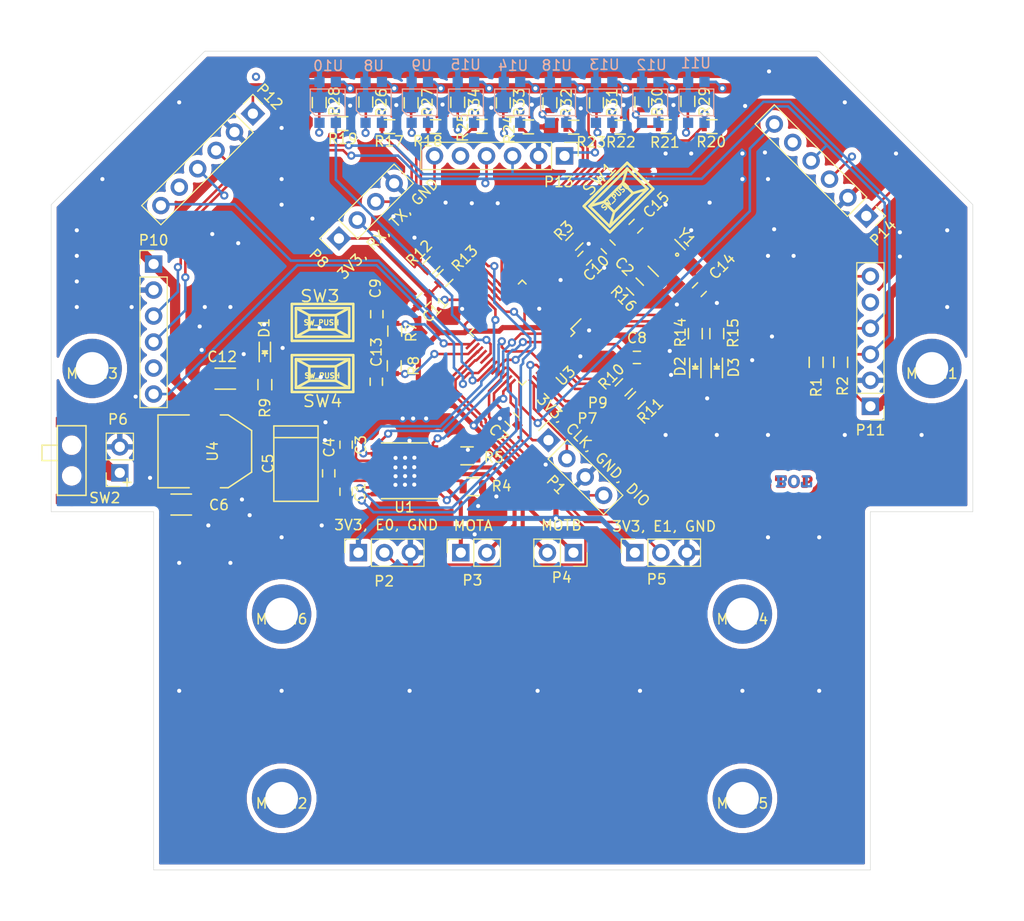
<source format=kicad_pcb>
(kicad_pcb (version 20171130) (host pcbnew 5.1.7-a382d34a8~88~ubuntu20.04.1)
  (layers (0 F.Cu signal) (31 B.Cu signal) (34 B.Paste user) (35 F.Paste user) (36 B.SilkS user) (37 F.SilkS user) (38 B.Mask user) (39 F.Mask user) (44 Edge.Cuts user))
  (net 0 "")
  (net 1 GND)
  (net 2 "Net-(C1-Pad1)")
  (net 3 "Net-(C2-Pad1)")
  (net 4 +BATT)
  (net 5 "Net-(C3-Pad1)")
  (net 6 +3V3)
  (net 7 /BTN0)
  (net 8 /BTN1)
  (net 9 /OSCIN)
  (net 10 /OSCOUT)
  (net 11 "Net-(D1-Pad2)")
  (net 12 "Net-(D2-Pad2)")
  (net 13 "Net-(D3-Pad2)")
  (net 14 /SWDIO)
  (net 15 /SWCLK)
  (net 16 /ENC0)
  (net 17 /ENC1)
  (net 18 "Net-(P6-Pad1)")
  (net 19 /TX3)
  (net 20 /RX3)
  (net 21 /SDA)
  (net 22 /SCL)
  (net 23 "Net-(R4-Pad2)")
  (net 24 "Net-(R5-Pad2)")
  (net 25 /BOOT0)
  (net 26 /BOOT1)
  (net 27 /LED0)
  (net 28 /LED1)
  (net 29 /S7)
  (net 30 /S6)
  (net 31 /S8)
  (net 32 /S0)
  (net 33 /S1)
  (net 34 /S2)
  (net 35 /S3)
  (net 36 /S4)
  (net 37 /S5)
  (net 38 "Net-(R26-Pad1)")
  (net 39 "Net-(R27-Pad1)")
  (net 40 "Net-(R28-Pad1)")
  (net 41 "Net-(R29-Pad1)")
  (net 42 "Net-(R30-Pad1)")
  (net 43 "Net-(R31-Pad1)")
  (net 44 "Net-(R32-Pad1)")
  (net 45 "Net-(R33-Pad1)")
  (net 46 "Net-(R34-Pad1)")
  (net 47 /PWM1A)
  (net 48 /PWM2A)
  (net 49 /PWM2B)
  (net 50 /PWM1B)
  (net 51 /~FAULT)
  (net 52 /~SLEEP)
  (net 53 /XS3)
  (net 54 /XS2)
  (net 55 /XS1)
  (net 56 /XS0)
  (net 57 /XS4)
  (net 58 /A2)
  (net 59 /A1)
  (net 60 /B2)
  (net 61 /B1)
  (net 62 "Net-(P7-Pad1)")
  (net 63 "Net-(P9-Pad1)")
  (module resistors:R_0805 (layer F.Cu) (at 90.61 139.54 180)
    (fp_text reference R5 (at -2.608 -0.16) (layer F.SilkS))
    (fp_text value 100R)
    (pad 2 smd rect (at 0.95 0 180) (size 0.7 1.3) (layers F.Cu F.Paste F.Mask) (net 24 "Net-(R5-Pad2)"))
    (pad 1 smd rect (at -0.95 0 180) (size 0.7 1.3) (layers F.Cu F.Paste F.Mask) (net 1 GND))
  )
  (module resistors:R_0805 (layer F.Cu) (at 91.18 142.56 180)
    (fp_text reference R4 (at -2.8 0.066) (layer F.SilkS))
    (fp_text value 100R)
    (pad 2 smd rect (at 0.95 0 180) (size 0.7 1.3) (layers F.Cu F.Paste F.Mask) (net 23 "Net-(R4-Pad2)"))
    (pad 1 smd rect (at -0.95 0 180) (size 0.7 1.3) (layers F.Cu F.Paste F.Mask) (net 1 GND))
  )
  (module Connector_PinHeader_2.54mm:PinHeader_1x06_P2.54mm_Vertical (layer F.Cu) (at 69.696051 106.103949 315)
    (fp_text reference P12 (at 0 -2.33 135) (layer F.SilkS))
    (fp_text value CONN_01X06)
    (pad 6 thru_hole oval (at 0 12.7 315) (size 1.7 1.7) (drill 1) (layers *.Cu *.Mask) (net 55 /XS1))
    (pad 5 thru_hole oval (at 0 10.16 315) (size 1.7 1.7) (drill 1) (layers *.Cu *.Mask))
    (pad 4 thru_hole oval (at 0 7.62 315) (size 1.7 1.7) (drill 1) (layers *.Cu *.Mask) (net 21 /SDA))
    (pad 3 thru_hole oval (at 0 5.08 315) (size 1.7 1.7) (drill 1) (layers *.Cu *.Mask) (net 22 /SCL))
    (pad 2 thru_hole oval (at 0 2.54 315) (size 1.7 1.7) (drill 1) (layers *.Cu *.Mask) (net 1 GND))
    (pad 1 thru_hole rect (at 0 0 315) (size 1.7 1.7) (drill 1) (layers *.Cu *.Mask) (net 6 +3V3))
  )
  (module capacitors:C_1206 (layer F.Cu) (at 62.7 144.3)
    (fp_text reference C6 (at 3.68008 0.03794) (layer F.SilkS))
    (fp_text value 10uF)
    (pad 2 smd rect (at 1.5 0) (size 1 1.6) (layers F.Cu F.Paste F.Mask) (net 1 GND))
    (pad 1 smd rect (at -1.5 0) (size 1 1.6) (layers F.Cu F.Paste F.Mask) (net 4 +BATT))
  )
  (module Connector_PinHeader_2.54mm:PinHeader_1x06_P2.54mm_Vertical (layer F.Cu) (at 129.6 116.1 225)
    (fp_text reference P14 (at 0 -2.33 45) (layer F.SilkS))
    (fp_text value CONN_01X06)
    (pad 6 thru_hole oval (at 0 12.7 225) (size 1.7 1.7) (drill 1) (layers *.Cu *.Mask) (net 53 /XS3))
    (pad 5 thru_hole oval (at 0 10.16 225) (size 1.7 1.7) (drill 1) (layers *.Cu *.Mask))
    (pad 4 thru_hole oval (at 0 7.62 225) (size 1.7 1.7) (drill 1) (layers *.Cu *.Mask) (net 21 /SDA))
    (pad 3 thru_hole oval (at 0 5.08 225) (size 1.7 1.7) (drill 1) (layers *.Cu *.Mask) (net 22 /SCL))
    (pad 2 thru_hole oval (at 0 2.54 225) (size 1.7 1.7) (drill 1) (layers *.Cu *.Mask) (net 1 GND))
    (pad 1 thru_hole rect (at 0 0 225) (size 1.7 1.7) (drill 1) (layers *.Cu *.Mask) (net 6 +3V3))
  )
  (module Connector_PinHeader_2.54mm:PinHeader_1x06_P2.54mm_Vertical (layer F.Cu) (at 100.13188 110.236 270)
    (fp_text reference P13 (at 2.54 0.56388 180) (layer F.SilkS))
    (fp_text value CONN_01X06)
    (pad 6 thru_hole oval (at 0 12.7 270) (size 1.7 1.7) (drill 1) (layers *.Cu *.Mask) (net 54 /XS2))
    (pad 5 thru_hole oval (at 0 10.16 270) (size 1.7 1.7) (drill 1) (layers *.Cu *.Mask))
    (pad 4 thru_hole oval (at 0 7.62 270) (size 1.7 1.7) (drill 1) (layers *.Cu *.Mask) (net 21 /SDA))
    (pad 3 thru_hole oval (at 0 5.08 270) (size 1.7 1.7) (drill 1) (layers *.Cu *.Mask) (net 22 /SCL))
    (pad 2 thru_hole oval (at 0 2.54 270) (size 1.7 1.7) (drill 1) (layers *.Cu *.Mask) (net 1 GND))
    (pad 1 thru_hole rect (at 0 0 270) (size 1.7 1.7) (drill 1) (layers *.Cu *.Mask) (net 6 +3V3))
  )
  (module Connector_PinHeader_2.54mm:PinHeader_1x06_P2.54mm_Vertical (layer F.Cu) (at 130 134.7 180)
    (fp_text reference P11 (at 0 -2.33) (layer F.SilkS))
    (fp_text value CONN_01X06)
    (pad 6 thru_hole oval (at 0 12.7 180) (size 1.7 1.7) (drill 1) (layers *.Cu *.Mask) (net 57 /XS4))
    (pad 5 thru_hole oval (at 0 10.16 180) (size 1.7 1.7) (drill 1) (layers *.Cu *.Mask))
    (pad 4 thru_hole oval (at 0 7.62 180) (size 1.7 1.7) (drill 1) (layers *.Cu *.Mask) (net 21 /SDA))
    (pad 3 thru_hole oval (at 0 5.08 180) (size 1.7 1.7) (drill 1) (layers *.Cu *.Mask) (net 22 /SCL))
    (pad 2 thru_hole oval (at 0 2.54 180) (size 1.7 1.7) (drill 1) (layers *.Cu *.Mask) (net 1 GND))
    (pad 1 thru_hole rect (at 0 0 180) (size 1.7 1.7) (drill 1) (layers *.Cu *.Mask) (net 6 +3V3))
  )
  (module Connector_PinHeader_2.54mm:PinHeader_1x06_P2.54mm_Vertical (layer F.Cu) (at 60 120.8)
    (fp_text reference P10 (at 0 -2.33) (layer F.SilkS))
    (fp_text value CONN_01X06)
    (pad 6 thru_hole oval (at 0 12.7) (size 1.7 1.7) (drill 1) (layers *.Cu *.Mask) (net 56 /XS0))
    (pad 5 thru_hole oval (at 0 10.16) (size 1.7 1.7) (drill 1) (layers *.Cu *.Mask))
    (pad 4 thru_hole oval (at 0 7.62) (size 1.7 1.7) (drill 1) (layers *.Cu *.Mask) (net 21 /SDA))
    (pad 3 thru_hole oval (at 0 5.08) (size 1.7 1.7) (drill 1) (layers *.Cu *.Mask) (net 22 /SCL))
    (pad 2 thru_hole oval (at 0 2.54) (size 1.7 1.7) (drill 1) (layers *.Cu *.Mask) (net 1 GND))
    (pad 1 thru_hole rect (at 0 0) (size 1.7 1.7) (drill 1) (layers *.Cu *.Mask) (net 6 +3V3))
  )
  (module labels:Top (layer F.Cu) (at 122.5042 142.0622)
    (fp_text reference L3 hide)
    (fp_text value Label hide)
    (fp_poly (pts (xy 0.038691 -0.652778) (xy 0.050146 -0.652582) (xy 0.060812 -0.652271) (xy 0.070344 -0.651846) (xy 0.078396 -0.651306) (xy 0.082296 -0.650935) (xy 0.103945 -0.648314) (xy 0.12402 -0.645341) (xy 0.14296 -0.641922) (xy 0.161206 -0.637963) (xy 0.179199 -0.633371) (xy 0.197378 -0.628051) (xy 0.211836 -0.623382) (xy 0.242978 -0.611898) (xy 0.273123 -0.598662) (xy 0.302231 -0.583714) (xy 0.330265 -0.567094) (xy 0.357186 -0.548842) (xy 0.382955 -0.528997) (xy 0.407534 -0.507599) (xy 0.430885 -0.484687) (xy 0.45297 -0.460302) (xy 0.47375 -0.434482) (xy 0.493187 -0.407268) (xy 0.511242 -0.378699) (xy 0.527877 -0.348815) (xy 0.543054 -0.317656) (xy 0.556734 -0.28526) (xy 0.567585 -0.255524) (xy 0.577683 -0.223218) (xy 0.586242 -0.19035) (xy 0.593298 -0.156729) (xy 0.598887 -0.122163) (xy 0.603045 -0.086459) (xy 0.605644 -0.052324) (xy 0.605947 -0.045432) (xy 0.606163 -0.036962) (xy 0.606296 -0.027259) (xy 0.60635 -0.016668) (xy 0.606327 -0.005537) (xy 0.606232 0.005791) (xy 0.606067 0.016969) (xy 0.605836 0.027653) (xy 0.605542 0.037496) (xy 0.605189 0.046153) (xy 0.60478 0.053279) (xy 0.60458 0.05588) (xy 0.600595 0.093748) (xy 0.595213 0.130222) (xy 0.588406 0.16541) (xy 0.580144 0.199422) (xy 0.570397 0.232366) (xy 0.559138 0.264351) (xy 0.546335 0.295487) (xy 0.53196 0.325882) (xy 0.531859 0.326083) (xy 0.515441 0.356473) (xy 0.497546 0.385583) (xy 0.478222 0.413358) (xy 0.457515 0.439738) (xy 0.435475 0.464666) (xy 0.412148 0.488085) (xy 0.387582 0.509937) (xy 0.364236 0.52838) (xy 0.337218 0.547257) (xy 0.309171 0.5644) (xy 0.280154 0.579792) (xy 0.250225 0.593414) (xy 0.219444 0.60525) (xy 0.187869 0.615282) (xy 0.155559 0.623492) (xy 0.122572 0.629862) (xy 0.088969 0.634375) (xy 0.054807 0.637013) (xy 0.020145 0.637759) (xy 0.000508 0.637342) (xy -0.013431 0.636588) (xy -0.028695 0.635328) (xy -0.044662 0.633638) (xy -0.060713 0.631591) (xy -0.076224 0.629263) (xy -0.090575 0.62673) (xy -0.095289 0.625792) (xy -0.128276 0.618021) (xy -0.160283 0.608483) (xy -0.191353 0.597158) (xy -0.221533 0.584023) (xy -0.250867 0.569057) (xy -0.279399 0.552237) (xy -0.307176 0.533543) (xy -0.334241 0.512953) (xy -0.341376 0.507112) (xy -0.346754 0.502454) (xy -0.353197 0.496564) (xy -0.360421 0.489726) (xy -0.368142 0.482227) (xy -0.376076 0.474351) (xy -0.383937 0.466384) (xy -0.39144 0.458612) (xy -0.398302 0.45132) (xy -0.404238 0.444794) (xy -0.408878 0.43942) (xy -0.430906 0.411319) (xy -0.451215 0.382136) (xy -0.469803 0.351879) (xy -0.486667 0.320555) (xy -0.501805 0.288172) (xy -0.515214 0.254735) (xy -0.526891 0.220253) (xy -0.536833 0.184733) (xy -0.545038 0.148182) (xy -0.551503 0.110607) (xy -0.556225 0.072016) (xy -0.558883 0.038147) (xy -0.559184 0.031425) (xy -0.559404 0.023121) (xy -0.559545 0.013568) (xy -0.559602 0.004537) (xy -0.260699 0.004537) (xy -0.259646 0.035206) (xy -0.257459 0.065346) (xy -0.254148 0.094626) (xy -0.249722 0.122714) (xy -0.246787 0.137668) (xy -0.240288 0.164861) (xy -0.23253 0.190961) (xy -0.223563 0.215839) (xy -0.21344 0.239363) (xy -0.202213 0.261407) (xy -0.189936 0.281839) (xy -0.186129 0.287528) (xy -0.17199 0.306487) (xy -0.156742 0.323769) (xy -0.14042 0.339352) (xy -0.123058 0.353215) (xy -0.104689 0.365337) (xy -0.085346 0.375696) (xy -0.065064 0.38427) (xy -0.043875 0.391039) (xy -0.021814 0.395981) (xy -0.013716 0.397301) (xy -0.009453 0.397828) (xy -0.003886 0.398372) (xy 0.002255 0.398869) (xy 0.008128 0.399247) (xy 0.013992 0.399533) (xy 0.019212 0.399692) (xy 0.024287 0.399718) (xy 0.029716 0.399605) (xy 0.035997 0.399346) (xy 0.043628 0.398935) (xy 0.046736 0.398753) (xy 0.065856 0.396749) (xy 0.085359 0.393056) (xy 0.10472 0.387805) (xy 0.123416 0.381126) (xy 0.131834 0.377528) (xy 0.1512 0.367666) (xy 0.169549 0.356066) (xy 0.186861 0.342759) (xy 0.203117 0.327779) (xy 0.218297 0.311156) (xy 0.232382 0.292924) (xy 0.245352 0.273113) (xy 0.257188 0.251757) (xy 0.26787 0.228886) (xy 0.277379 0.204534) (xy 0.285695 0.178731) (xy 0.292799 0.151511) (xy 0.298671 0.122905) (xy 0.302747 0.097028) (xy 0.304573 0.082783) (xy 0.306051 0.069182) (xy 0.307207 0.055792) (xy 0.308069 0.042179) (xy 0.308662 0.027909) (xy 0.309014 0.012551) (xy 0.309152 -0.004331) (xy 0.309156 -0.007112) (xy 0.308795 -0.035634) (xy 0.307659 -0.062524) (xy 0.305714 -0.088042) (xy 0.302928 -0.112447) (xy 0.299266 -0.135999) (xy 0.294696 -0.158958) (xy 0.289184 -0.181583) (xy 0.284948 -0.196686) (xy 0.279229 -0.214452) (xy 0.27256 -0.23236) (xy 0.265144 -0.249943) (xy 0.257186 -0.266735) (xy 0.24889 -0.282269) (xy 0.243338 -0.291592) (xy 0.235113 -0.30386) (xy 0.225712 -0.316325) (xy 0.215503 -0.328564) (xy 0.20486 -0.340153) (xy 0.194152 -0.350667) (xy 0.183895 -0.359566) (xy 0.166262 -0.372453) (xy 0.147515 -0.383679) (xy 0.127793 -0.39318) (xy 0.107234 -0.400895) (xy 0.085978 -0.40676) (xy 0.073073 -0.409344) (xy 0.053637 -0.411939) (xy 0.033509 -0.413201) (xy 0.013172 -0.413142) (xy -0.006893 -0.411775) (xy -0.026202 -0.409111) (xy -0.039245 -0.406427) (xy -0.060765 -0.400313) (xy -0.081289 -0.392442) (xy -0.100798 -0.382837) (xy -0.119275 -0.371523) (xy -0.136703 -0.358522) (xy -0.153065 -0.343858) (xy -0.168343 -0.327554) (xy -0.182521 -0.309633) (xy -0.19558 -0.29012) (xy -0.207504 -0.269037) (xy -0.218274 -0.246408) (xy -0.227875 -0.222256) (xy -0.236288 -0.196604) (xy -0.243497 -0.169477) (xy -0.249484 -0.140897) (xy -0.253411 -0.116793) (xy -0.256976 -0.087325) (xy -0.259373 -0.05706) (xy -0.260611 -0.026329) (xy -0.260699 0.004537) (xy -0.559602 0.004537) (xy -0.559612 0.003097) (xy -0.559606 -0.007958) (xy -0.559531 -0.019266) (xy -0.55939 -0.030493) (xy -0.559186 -0.041308) (xy -0.558922 -0.051378) (xy -0.558602 -0.060371) (xy -0.558227 -0.067955) (xy -0.557859 -0.073152) (xy -0.554604 -0.10511) (xy -0.550477 -0.135523) (xy -0.545414 -0.164708) (xy -0.53935 -0.192987) (xy -0.532221 -0.220677) (xy -0.523961 -0.248099) (xy -0.520025 -0.259948) (xy -0.507758 -0.293) (xy -0.493915 -0.324939) (xy -0.478536 -0.355713) (xy -0.461663 -0.385267) (xy -0.443335 -0.41355) (xy -0.423594 -0.440508) (xy -0.40248 -0.466089) (xy -0.380034 -0.490238) (xy -0.356296 -0.512903) (xy -0.331307 -0.534032) (xy -0.305107 -0.55357) (xy -0.285325 -0.566744) (xy -0.257892 -0.583062) (xy -0.229807 -0.597631) (xy -0.200972 -0.610481) (xy -0.17129 -0.621645) (xy -0.140665 -0.631157) (xy -0.108998 -0.639049) (xy -0.076193 -0.645354) (xy -0.042151 -0.650104) (xy -0.034544 -0.650937) (xy -0.027247 -0.651545) (xy -0.018318 -0.652037) (xy -0.008104 -0.652415) (xy 0.003049 -0.652678) (xy 0.014797 -0.652826) (xy 0.026792 -0.652859) (xy 0.038691 -0.652778)) (layer F.Cu) (width 0.01))
    (fp_poly (pts (xy -1.031815 -0.621633) (xy -1.000798 -0.621625) (xy -0.971795 -0.621611) (xy -0.944804 -0.621591) (xy -0.91982 -0.621565) (xy -0.896843 -0.621533) (xy -0.875869 -0.621494) (xy -0.856895 -0.62145) (xy -0.839919 -0.6214) (xy -0.824939 -0.621343) (xy -0.811952 -0.621281) (xy -0.800955 -0.621212) (xy -0.791945 -0.621137) (xy -0.78492 -0.621056) (xy -0.779878 -0.620969) (xy -0.776815 -0.620876) (xy -0.776214 -0.620843) (xy -0.761331 -0.619435) (xy -0.748281 -0.61738) (xy -0.73694 -0.614566) (xy -0.727182 -0.610881) (xy -0.71888 -0.606215) (xy -0.711909 -0.600455) (xy -0.706144 -0.593489) (xy -0.701457 -0.585207) (xy -0.697724 -0.575496) (xy -0.694818 -0.564245) (xy -0.692613 -0.551341) (xy -0.691947 -0.5461) (xy -0.691635 -0.54331) (xy -0.691335 -0.540335) (xy -0.691042 -0.537079) (xy -0.690754 -0.533445) (xy -0.690466 -0.529337) (xy -0.690173 -0.524659) (xy -0.689871 -0.519312) (xy -0.689557 -0.513202) (xy -0.689226 -0.506231) (xy -0.688873 -0.498302) (xy -0.688496 -0.48932) (xy -0.688089 -0.479187) (xy -0.687648 -0.467807) (xy -0.68717 -0.455084) (xy -0.68665 -0.44092) (xy -0.686084 -0.425219) (xy -0.685468 -0.407885) (xy -0.684798 -0.38882) (xy -0.684069 -0.367929) (xy -0.683278 -0.345115) (xy -0.683183 -0.342392) (xy -0.682294 -0.316484) (xy -0.681491 -0.292602) (xy -0.680772 -0.27074) (xy -0.680139 -0.250896) (xy -0.67959 -0.233063) (xy -0.679126 -0.217239) (xy -0.678747 -0.203417) (xy -0.678453 -0.191595) (xy -0.678242 -0.181766) (xy -0.678116 -0.173928) (xy -0.678074 -0.168075) (xy -0.678116 -0.164202) (xy -0.678139 -0.163576) (xy -0.679443 -0.146112) (xy -0.681802 -0.130341) (xy -0.685246 -0.116203) (xy -0.689808 -0.103636) (xy -0.695518 -0.092578) (xy -0.702409 -0.082967) (xy -0.71051 -0.074743) (xy -0.719855 -0.067844) (xy -0.729651 -0.062579) (xy -0.741197 -0.058208) (xy -0.754016 -0.054972) (xy -0.767677 -0.052892) (xy -0.781752 -0.051992) (xy -0.795811 -0.052296) (xy -0.809424 -0.053825) (xy -0.822162 -0.056604) (xy -0.824992 -0.057444) (xy -0.838125 -0.062497) (xy -0.85019 -0.069027) (xy -0.861041 -0.076899) (xy -0.870531 -0.085979) (xy -0.878513 -0.09613) (xy -0.884841 -0.107219) (xy -0.888214 -0.115487) (xy -0.888926 -0.117694) (xy -0.889579 -0.12007) (xy -0.890178 -0.122728) (xy -0.890731 -0.125777) (xy -0.891244 -0.12933) (xy -0.891724 -0.133498) (xy -0.892177 -0.13839) (xy -0.892609 -0.14412) (xy -0.893028 -0.150797) (xy -0.893439 -0.158533) (xy -0.893849 -0.167439) (xy -0.894266 -0.177626) (xy -0.894694 -0.189205) (xy -0.895141 -0.202287) (xy -0.895614 -0.216984) (xy -0.896118 -0.233406) (xy -0.896661 -0.251665) (xy -0.897099 -0.2667) (xy -0.89753 -0.281465) (xy -0.897954 -0.295803) (xy -0.898367 -0.309566) (xy -0.898765 -0.322605) (xy -0.899141 -0.334771) (xy -0.899492 -0.345916) (xy -0.899813 -0.35589) (xy -0.900099 -0.364546) (xy -0.900346 -0.371735) (xy -0.900549 -0.377307) (xy -0.900702 -0.381115) (xy -0.900786 -0.382778) (xy -0.901382 -0.392176) (xy -1.115568 -0.392176) (xy -1.115568 0.376936) (xy -1.019664 0.376936) (xy -1.003172 0.376947) (xy -0.987701 0.376981) (xy -0.97336 0.377036) (xy -0.960259 0.377112) (xy -0.948507 0.377206) (xy -0.938212 0.377319) (xy -0.929484 0.377449) (xy -0.922433 0.377595) (xy -0.917166 0.377755) (xy -0.913794 0.37793) (xy -0.913238 0.377978) (xy -0.896777 0.380211) (xy -0.882009 0.383502) (xy -0.868869 0.387886) (xy -0.857294 0.3934) (xy -0.847219 0.400078) (xy -0.838581 0.407958) (xy -0.831315 0.417075) (xy -0.825473 0.427228) (xy -0.821363 0.436864) (xy -0.818194 0.44705) (xy -0.815909 0.45809) (xy -0.814452 0.470292) (xy -0.813766 0.483961) (xy -0.813693 0.490728) (xy -0.814138 0.506227) (xy -0.815513 0.520104) (xy -0.817871 0.532571) (xy -0.821265 0.54384) (xy -0.82575 0.554122) (xy -0.831379 0.56363) (xy -0.83261 0.565404) (xy -0.840231 0.574547) (xy -0.849283 0.582492) (xy -0.859835 0.589277) (xy -0.871953 0.59494) (xy -0.885705 0.599519) (xy -0.899315 0.6027) (xy -0.910844 0.604942) (xy -1.245108 0.605114) (xy -1.271129 0.605125) (xy -1.296665 0.605131) (xy -1.321638 0.605131) (xy -1.345973 0.605126) (xy -1.369591 0.605116) (xy -1.392416 0.605102) (xy -1.414369 0.605083) (xy -1.435374 0.60506) (xy -1.455354 0.605032) (xy -1.474231 0.605) (xy -1.491927 0.604964) (xy -1.508366 0.604925) (xy -1.523471 0.604882) (xy -1.537163 0.604835) (xy -1.549366 0.604785) (xy -1.560002 0.604732) (xy -1.568994 0.604676) (xy -1.576266 0.604617) (xy -1.581738 0.604555) (xy -1.585335 0.604491) (xy -1.586979 0.604424) (xy -1.586992 0.604423) (xy -1.603683 0.601866) (xy -1.618733 0.598152) (xy -1.632193 0.593247) (xy -1.644112 0.587121) (xy -1.654541 0.579742) (xy -1.663531 0.571079) (xy -1.671132 0.561099) (xy -1.677394 0.549772) (xy -1.678716 0.54682) (xy -1.682446 0.536222) (xy -1.68526 0.524201) (xy -1.687148 0.511151) (xy -1.688099 0.497468) (xy -1.688104 0.483545) (xy -1.687154 0.469779) (xy -1.685238 0.456564) (xy -1.682348 0.444294) (xy -1.681317 0.440944) (xy -1.676281 0.428495) (xy -1.669735 0.417406) (xy -1.66169 0.407683) (xy -1.652155 0.399338) (xy -1.64114 0.392377) (xy -1.628654 0.386811) (xy -1.618305 0.383549) (xy -1.614825 0.382622) (xy -1.611657 0.381798) (xy -1.608667 0.38107) (xy -1.60572 0.380431) (xy -1.60268 0.379876) (xy -1.599414 0.379397) (xy -1.595785 0.378988) (xy -1.59166 0.378642) (xy -1.586902 0.378354) (xy -1.581378 0.378116) (xy -1.574952 0.377923) (xy -1.567489 0.377767) (xy -1.558854 0.377643) (xy -1.548913 0.377543) (xy -1.537531 0.377462) (xy -1.524572 0.377393) (xy -1.509902 0.377329) (xy -1.493386 0.377264) (xy -1.486662 0.377238) (xy -1.383792 0.376837) (xy -1.383792 -0.392176) (xy -1.597995 -0.392176) (xy -1.598566 -0.38481) (xy -1.598672 -0.382798) (xy -1.598829 -0.378898) (xy -1.599034 -0.373254) (xy -1.59928 -0.366011) (xy -1.599564 -0.357313) (xy -1.599881 -0.347304) (xy -1.600227 -0.336126) (xy -1.600597 -0.323926) (xy -1.600987 -0.310845) (xy -1.601392 -0.297029) (xy -1.601808 -0.282622) (xy -1.602188 -0.26924) (xy -1.602728 -0.250045) (xy -1.603213 -0.232772) (xy -1.603649 -0.217314) (xy -1.604039 -0.203561) (xy -1.604389 -0.191406) (xy -1.604703 -0.180739) (xy -1.604987 -0.171453) (xy -1.605245 -0.163439) (xy -1.605482 -0.156589) (xy -1.605703 -0.150794) (xy -1.605913 -0.145946) (xy -1.606117 -0.141936) (xy -1.606319 -0.138656) (xy -1.606525 -0.135997) (xy -1.606739 -0.133852) (xy -1.606966 -0.132111) (xy -1.607211 -0.130666) (xy -1.607479 -0.129409) (xy -1.607774 -0.128231) (xy -1.608103 -0.127024) (xy -1.608468 -0.125679) (xy -1.608655 -0.124968) (xy -1.612202 -0.113159) (xy -1.616436 -0.102916) (xy -1.621581 -0.093826) (xy -1.627865 -0.085475) (xy -1.633661 -0.079248) (xy -1.643717 -0.070691) (xy -1.655014 -0.063735) (xy -1.667536 -0.058386) (xy -1.681268 -0.05465) (xy -1.696193 -0.05253) (xy -1.712296 -0.052033) (xy -1.716024 -0.052143) (xy -1.732528 -0.053446) (xy -1.747497 -0.055997) (xy -1.760968 -0.059838) (xy -1.772979 -0.065008) (xy -1.783567 -0.071546) (xy -1.792769 -0.079494) (xy -1.800623 -0.08889) (xy -1.807166 -0.099774) (xy -1.812435 -0.112187) (xy -1.816468 -0.126168) (xy -1.819301 -0.141758) (xy -1.820973 -0.158995) (xy -1.821258 -0.164592) (xy -1.821283 -0.167085) (xy -1.821238 -0.171476) (xy -1.821127 -0.177631) (xy -1.820956 -0.185417) (xy -1.820727 -0.194702) (xy -1.820446 -0.205352) (xy -1.820117 -0.217234) (xy -1.819745 -0.230215) (xy -1.819333 -0.244161) (xy -1.818886 -0.258941) (xy -1.818409 -0.274421) (xy -1.817906 -0.290467) (xy -1.817381 -0.306947) (xy -1.816838 -0.323727) (xy -1.816283 -0.340675) (xy -1.815719 -0.357657) (xy -1.81515 -0.37454) (xy -1.814582 -0.391192) (xy -1.814019 -0.407478) (xy -1.813464 -0.423267) (xy -1.812922 -0.438424) (xy -1.812398 -0.452817) (xy -1.811897 -0.466313) (xy -1.811421 -0.478778) (xy -1.810977 -0.490081) (xy -1.810567 -0.500086) (xy -1.810197 -0.508662) (xy -1.809871 -0.515675) (xy -1.809594 -0.520992) (xy -1.809457 -0.52324) (xy -1.808237 -0.538469) (xy -1.806676 -0.551836) (xy -1.80471 -0.563489) (xy -1.802275 -0.573579) (xy -1.799308 -0.582256) (xy -1.795746 -0.58967) (xy -1.791526 -0.595972) (xy -1.786582 -0.60131) (xy -1.780854 -0.605835) (xy -1.774275 -0.609697) (xy -1.772498 -0.610572) (xy -1.767407 -0.612825) (xy -1.762278 -0.614684) (xy -1.756635 -0.61628) (xy -1.750001 -0.617747) (xy -1.741899 -0.619215) (xy -1.740358 -0.619472) (xy -1.739436 -0.619609) (xy -1.73835 -0.61974) (xy -1.737045 -0.619863) (xy -1.735465 -0.61998) (xy -1.733555 -0.620091) (xy -1.731259 -0.620195) (xy -1.728521 -0.620293) (xy -1.725287 -0.620385) (xy -1.7215 -0.620471) (xy -1.717106 -0.620553) (xy -1.712048 -0.620629) (xy -1.706271 -0.6207) (xy -1.69972 -0.620767) (xy -1.692339 -0.62083) (xy -1.684073 -0.620888) (xy -1.674865 -0.620943) (xy -1.664662 -0.620993) (xy -1.653407 -0.621041) (xy -1.641044 -0.621085) (xy -1.627518 -0.621127) (xy -1.612774 -0.621165) (xy -1.596757 -0.621202) (xy -1.57941 -0.621236) (xy -1.560678 -0.621268) (xy -1.540506 -0.621299) (xy -1.518838 -0.621328) (xy -1.495618 -0.621356) (xy -1.470792 -0.621382) (xy -1.444303 -0.621409) (xy -1.416097 -0.621434) (xy -1.386117 -0.621459) (xy -1.354309 -0.621485) (xy -1.320616 -0.62151) (xy -1.284983 -0.621536) (xy -1.260348 -0.621554) (xy -1.217195 -0.621582) (xy -1.176071 -0.621605) (xy -1.136973 -0.621621) (xy -1.0999 -0.621631) (xy -1.064848 -0.621635) (xy -1.031815 -0.621633)) (layer F.Cu) (width 0.01))
    (fp_poly (pts (xy 1.184742 -0.619251) (xy 1.208114 -0.619246) (xy 1.229712 -0.619238) (xy 1.249622 -0.619225) (xy 1.26793 -0.619206) (xy 1.284722 -0.61918) (xy 1.300084 -0.619146) (xy 1.314102 -0.619101) (xy 1.326862 -0.619046) (xy 1.33845 -0.618979) (xy 1.348952 -0.618899) (xy 1.358454 -0.618805) (xy 1.367042 -0.618695) (xy 1.374802 -0.618569) (xy 1.38182 -0.618425) (xy 1.388182 -0.618261) (xy 1.393974 -0.618078) (xy 1.399281 -0.617873) (xy 1.404191 -0.617646) (xy 1.408789 -0.617395) (xy 1.413161 -0.61712) (xy 1.417393 -0.616818) (xy 1.421571 -0.616489) (xy 1.42578 -0.616132) (xy 1.430108 -0.615745) (xy 1.43464 -0.615327) (xy 1.437132 -0.615095) (xy 1.471749 -0.611207) (xy 1.504946 -0.606138) (xy 1.53668 -0.599899) (xy 1.566911 -0.5925) (xy 1.595595 -0.583954) (xy 1.622692 -0.574271) (xy 1.648159 -0.563462) (xy 1.667099 -0.554134) (xy 1.690604 -0.540755) (xy 1.712462 -0.526186) (xy 1.732674 -0.510425) (xy 1.751241 -0.493472) (xy 1.768164 -0.475325) (xy 1.783443 -0.455984) (xy 1.797078 -0.435448) (xy 1.809071 -0.413715) (xy 1.819422 -0.390786) (xy 1.828131 -0.366658) (xy 1.8352 -0.341331) (xy 1.840429 -0.315976) (xy 1.843815 -0.292106) (xy 1.845971 -0.26704) (xy 1.846891 -0.241206) (xy 1.846567 -0.215033) (xy 1.844992 -0.188949) (xy 1.842918 -0.169164) (xy 1.838481 -0.140823) (xy 1.832422 -0.113702) (xy 1.824743 -0.087806) (xy 1.81545 -0.063137) (xy 1.804546 -0.039699) (xy 1.792034 -0.017495) (xy 1.777919 0.003472) (xy 1.762204 0.023198) (xy 1.744893 0.041681) (xy 1.725991 0.058917) (xy 1.7055 0.074903) (xy 1.683425 0.089636) (xy 1.65977 0.103112) (xy 1.634538 0.115329) (xy 1.607734 0.126283) (xy 1.57936 0.13597) (xy 1.549422 0.144389) (xy 1.517922 0.151535) (xy 1.484865 0.157405) (xy 1.450255 0.161997) (xy 1.44526 0.16254) (xy 1.439144 0.163184) (xy 1.433509 0.163761) (xy 1.428211 0.164275) (xy 1.423111 0.164732) (xy 1.418066 0.165134) (xy 1.412935 0.165486) (xy 1.407577 0.165792) (xy 1.401849 0.166056) (xy 1.395611 0.166282) (xy 1.388721 0.166474) (xy 1.381038 0.166637) (xy 1.37242 0.166773) (xy 1.362725 0.166889) (xy 1.351813 0.166986) (xy 1.339542 0.167071) (xy 1.32577 0.167146) (xy 1.310356 0.167215) (xy 1.293158 0.167284) (xy 1.27889 0.167337) (xy 1.159256 0.16778) (xy 1.159256 0.378968) (xy 1.219531 0.378968) (xy 1.231969 0.378987) (xy 1.243751 0.379043) (xy 1.25469 0.379132) (xy 1.264596 0.379253) (xy 1.273281 0.379401) (xy 1.280557 0.379574) (xy 1.286234 0.37977) (xy 1.290123 0.379985) (xy 1.290905 0.380052) (xy 1.307596 0.382347) (xy 1.322626 0.385806) (xy 1.336003 0.390432) (xy 1.347733 0.39623) (xy 1.357824 0.403202) (xy 1.366282 0.411351) (xy 1.369436 0.41524) (xy 1.3754 0.424226) (xy 1.380226 0.433869) (xy 1.383983 0.444412) (xy 1.386743 0.456098) (xy 1.388576 0.469169) (xy 1.389554 0.483868) (xy 1.389563 0.484124) (xy 1.389554 0.501572) (xy 1.38821 0.517555) (xy 1.385518 0.532153) (xy 1.381465 0.545445) (xy 1.377708 0.554228) (xy 1.371621 0.564882) (xy 1.364313 0.574202) (xy 1.355705 0.582232) (xy 1.345721 0.589018) (xy 1.334283 0.594606) (xy 1.321313 0.599041) (xy 1.306734 0.602369) (xy 1.292138 0.604459) (xy 1.290062 0.604573) (xy 1.286079 0.60468) (xy 1.28031 0.60478) (xy 1.272874 0.604872) (xy 1.263893 0.604957) (xy 1.253489 0.605035) (xy 1.241783 0.605106) (xy 1.228894 0.605169) (xy 1.214945 0.605225) (xy 1.200056 0.605274) (xy 1.184349 0.605316) (xy 1.167944 0.605351) (xy 1.150963 0.605378) (xy 1.133526 0.605399) (xy 1.115755 0.605412) (xy 1.09777 0.605418) (xy 1.079694 0.605417) (xy 1.061645 0.60541) (xy 1.043747 0.605395) (xy 1.026119 0.605373) (xy 1.008883 0.605344) (xy 0.99216 0.605308) (xy 0.97607 0.605266) (xy 0.960736 0.605216) (xy 0.946277 0.605159) (xy 0.932816 0.605096) (xy 0.920472 0.605026) (xy 0.909367 0.604948) (xy 0.899623 0.604864) (xy 0.891359 0.604774) (xy 0.884698 0.604676) (xy 0.879759 0.604572) (xy 0.876665 0.604461) (xy 0.875792 0.604396) (xy 0.859446 0.601812) (xy 0.844704 0.597993) (xy 0.831545 0.592925) (xy 0.819947 0.586593) (xy 0.809891 0.578983) (xy 0.801355 0.570081) (xy 0.794319 0.559872) (xy 0.788761 0.548342) (xy 0.78696 0.543395) (xy 0.783468 0.530635) (xy 0.781083 0.516878) (xy 0.779801 0.502531) (xy 0.779615 0.488001) (xy 0.78052 0.473694) (xy 0.782512 0.460018) (xy 0.785583 0.447378) (xy 0.788358 0.439401) (xy 0.794411 0.426848) (xy 0.801945 0.415669) (xy 0.810911 0.405898) (xy 0.82126 0.397572) (xy 0.832942 0.390726) (xy 0.84591 0.385395) (xy 0.860114 0.381615) (xy 0.869999 0.380006) (xy 0.874293 0.379604) (xy 0.879899 0.379275) (xy 0.886096 0.379052) (xy 0.892163 0.378968) (xy 0.906272 0.378968) (xy 0.906272 -0.065024) (xy 1.159256 -0.065024) (xy 1.229106 -0.065048) (xy 1.241716 -0.065067) (xy 1.254401 -0.065113) (xy 1.266903 -0.065184) (xy 1.278966 -0.065277) (xy 1.290335 -0.06539) (xy 1.300755 -0.06552) (xy 1.309968 -0.065664) (xy 1.317719 -0.06582) (xy 1.323753 -0.065985) (xy 1.324864 -0.066023) (xy 1.342946 -0.06688) (xy 1.359394 -0.068085) (xy 1.37458 -0.069685) (xy 1.38888 -0.071729) (xy 1.402667 -0.074266) (xy 1.416315 -0.077342) (xy 1.41986 -0.078229) (xy 1.440055 -0.084153) (xy 1.458546 -0.091184) (xy 1.475335 -0.099322) (xy 1.49042 -0.108569) (xy 1.503805 -0.118924) (xy 1.515488 -0.130389) (xy 1.525471 -0.142964) (xy 1.533754 -0.15665) (xy 1.540338 -0.171447) (xy 1.545224 -0.187356) (xy 1.547489 -0.198294) (xy 1.548634 -0.20735) (xy 1.549247 -0.217555) (xy 1.549343 -0.228326) (xy 1.548935 -0.239081) (xy 1.548037 -0.249237) (xy 1.546661 -0.258212) (xy 1.546035 -0.261112) (xy 1.541335 -0.276954) (xy 1.535027 -0.291631) (xy 1.527097 -0.305156) (xy 1.517528 -0.317543) (xy 1.506308 -0.328803) (xy 1.493422 -0.33895) (xy 1.478854 -0.347996) (xy 1.462591 -0.355955) (xy 1.444619 -0.362837) (xy 1.424922 -0.368657) (xy 1.4224 -0.369295) (xy 1.414326 -0.371237) (xy 1.40647 -0.372977) (xy 1.398682 -0.374526) (xy 1.390808 -0.375893) (xy 1.382697 -0.37709) (xy 1.374195 -0.378127) (xy 1.365153 -0.379014) (xy 1.355416 -0.379763) (xy 1.344833 -0.380382) (xy 1.333252 -0.380884) (xy 1.32052 -0.381279) (xy 1.306487 -0.381577) (xy 1.290998 -0.381788) (xy 1.273903 -0.381924) (xy 1.25505 -0.381995) (xy 1.238758 -0.382011) (xy 1.159256 -0.382016) (xy 1.159256 -0.065024) (xy 0.906272 -0.065024) (xy 0.906272 -0.389833) (xy 0.889762 -0.390446) (xy 0.874138 -0.391521) (xy 0.860147 -0.393566) (xy 0.8476 -0.396652) (xy 0.836306 -0.400848) (xy 0.826077 -0.406225) (xy 0.816724 -0.412854) (xy 0.808069 -0.420792) (xy 0.799875 -0.430573) (xy 0.793094 -0.441624) (xy 0.7877 -0.454013) (xy 0.783665 -0.467805) (xy 0.780963 -0.483068) (xy 0.780193 -0.49022) (xy 0.77943 -0.506526) (xy 0.78005 -0.522127) (xy 0.782013 -0.536868) (xy 0.78528 -0.550593) (xy 0.789811 -0.563147) (xy 0.795566 -0.574373) (xy 0.802505 -0.584117) (xy 0.804949 -0.586876) (xy 0.813082 -0.594544) (xy 0.822137 -0.601064) (xy 0.832312 -0.606528) (xy 0.843806 -0.611029) (xy 0.85682 -0.614658) (xy 0.871072 -0.61743) (xy 0.87236 -0.617624) (xy 0.873767 -0.617805) (xy 0.875371 -0.617971) (xy 0.877251 -0.618125) (xy 0.879483 -0.618265) (xy 0.882146 -0.618394) (xy 0.885319 -0.618511) (xy 0.889079 -0.618616) (xy 0.893504 -0.618712) (xy 0.898673 -0.618797) (xy 0.904663 -0.618873) (xy 0.911552 -0.61894) (xy 0.919419 -0.618999) (xy 0.928342 -0.61905) (xy 0.938398 -0.619093) (xy 0.949666 -0.619131) (xy 0.962224 -0.619161) (xy 0.976149 -0.619187) (xy 0.991521 -0.619207) (xy 1.008416 -0.619223) (xy 1.026913 -0.619234) (xy 1.047091 -0.619243) (xy 1.069026 -0.619248) (xy 1.092798 -0.619251) (xy 1.118483 -0.619252) (xy 1.15951 -0.619252) (xy 1.184742 -0.619251)) (layer F.Cu) (width 0.01))
  )
  (module labels:Bot (layer F.Cu) (at 122.555 142.01648)
    (fp_text reference L2 hide)
    (fp_text value Label hide)
    (fp_poly (pts (xy -0.006759 0.631579) (xy 0.004256 0.63139) (xy 0.014512 0.631092) (xy 0.023677 0.630683) (xy 0.03142 0.630163) (xy 0.035169 0.629807) (xy 0.055986 0.627287) (xy 0.075289 0.624428) (xy 0.0935 0.62114) (xy 0.111045 0.617334) (xy 0.128345 0.612918) (xy 0.145825 0.607803) (xy 0.159727 0.603313) (xy 0.189672 0.592271) (xy 0.218657 0.579544) (xy 0.246646 0.565171) (xy 0.273601 0.549191) (xy 0.299486 0.53164) (xy 0.324264 0.512559) (xy 0.347898 0.491983) (xy 0.370352 0.469953) (xy 0.391587 0.446505) (xy 0.411568 0.421679) (xy 0.430257 0.395512) (xy 0.447617 0.368041) (xy 0.463613 0.339307) (xy 0.478206 0.309346) (xy 0.49136 0.278196) (xy 0.501793 0.249604) (xy 0.511503 0.21854) (xy 0.519733 0.186937) (xy 0.526518 0.154609) (xy 0.531891 0.121372) (xy 0.535889 0.087041) (xy 0.538389 0.05422) (xy 0.53868 0.047592) (xy 0.538888 0.039448) (xy 0.539016 0.030118) (xy 0.539067 0.019935) (xy 0.539046 0.009231) (xy 0.538954 -0.001661) (xy 0.538795 -0.012409) (xy 0.538573 -0.022682) (xy 0.538291 -0.032146) (xy 0.537951 -0.04047) (xy 0.537558 -0.047322) (xy 0.537366 -0.049823) (xy 0.533534 -0.086235) (xy 0.528359 -0.121306) (xy 0.521813 -0.155141) (xy 0.513869 -0.187844) (xy 0.504498 -0.219521) (xy 0.493671 -0.250276) (xy 0.481361 -0.280214) (xy 0.467539 -0.30944) (xy 0.467441 -0.309634) (xy 0.451655 -0.338854) (xy 0.434449 -0.366846) (xy 0.415867 -0.393552) (xy 0.395957 -0.418917) (xy 0.374765 -0.442887) (xy 0.352335 -0.465405) (xy 0.328714 -0.486417) (xy 0.306265 -0.50415) (xy 0.280287 -0.522301) (xy 0.253318 -0.538784) (xy 0.225417 -0.553584) (xy 0.19664 -0.566683) (xy 0.167042 -0.578064) (xy 0.136682 -0.58771) (xy 0.105614 -0.595604) (xy 0.073897 -0.601729) (xy 0.041585 -0.606068) (xy 0.008737 -0.608605) (xy -0.024591 -0.609322) (xy -0.043473 -0.608922) (xy -0.056875 -0.608196) (xy -0.071552 -0.606985) (xy -0.086906 -0.605359) (xy -0.102339 -0.603391) (xy -0.117254 -0.601153) (xy -0.131052 -0.598717) (xy -0.135585 -0.597815) (xy -0.167304 -0.590343) (xy -0.198079 -0.581172) (xy -0.227955 -0.570283) (xy -0.256974 -0.557653) (xy -0.285179 -0.543262) (xy -0.312614 -0.52709) (xy -0.339322 -0.509115) (xy -0.365347 -0.489316) (xy -0.372208 -0.4837) (xy -0.377378 -0.479222) (xy -0.383574 -0.473558) (xy -0.39052 -0.466983) (xy -0.397944 -0.459772) (xy -0.405573 -0.452199) (xy -0.413131 -0.444539) (xy -0.420346 -0.437066) (xy -0.426944 -0.430054) (xy -0.432651 -0.423779) (xy -0.437113 -0.418611) (xy -0.458294 -0.391591) (xy -0.477822 -0.363531) (xy -0.495695 -0.334438) (xy -0.511911 -0.304319) (xy -0.526466 -0.273181) (xy -0.539359 -0.24103) (xy -0.550587 -0.207874) (xy -0.560147 -0.17372) (xy -0.568036 -0.138575) (xy -0.574252 -0.102445) (xy -0.578793 -0.065338) (xy -0.581349 -0.032772) (xy -0.581638 -0.026309) (xy -0.581849 -0.018324) (xy -0.581986 -0.009138) (xy -0.58204 -0.000455) (xy -0.294634 -0.000455) (xy -0.293621 -0.029944) (xy -0.291518 -0.058925) (xy -0.288335 -0.087079) (xy -0.284078 -0.114087) (xy -0.281256 -0.128465) (xy -0.275008 -0.154613) (xy -0.267548 -0.179709) (xy -0.258925 -0.203629) (xy -0.249192 -0.226249) (xy -0.238397 -0.247445) (xy -0.226592 -0.267092) (xy -0.222932 -0.272561) (xy -0.209336 -0.290791) (xy -0.194675 -0.307408) (xy -0.178981 -0.322392) (xy -0.162286 -0.335722) (xy -0.144624 -0.347378) (xy -0.126025 -0.357338) (xy -0.106523 -0.365583) (xy -0.086149 -0.372092) (xy -0.064937 -0.376843) (xy -0.05715 -0.378113) (xy -0.05305 -0.378619) (xy -0.047698 -0.379143) (xy -0.041793 -0.37962) (xy -0.036146 -0.379984) (xy -0.030507 -0.380259) (xy -0.025488 -0.380411) (xy -0.020608 -0.380437) (xy -0.015388 -0.380328) (xy -0.009349 -0.380079) (xy -0.002011 -0.379684) (xy 0.000977 -0.379509) (xy 0.019362 -0.377582) (xy 0.038114 -0.374031) (xy 0.056731 -0.368982) (xy 0.074708 -0.36256) (xy 0.082802 -0.3591) (xy 0.101423 -0.349617) (xy 0.119066 -0.338463) (xy 0.135712 -0.325669) (xy 0.151343 -0.311264) (xy 0.165939 -0.295281) (xy 0.179483 -0.27775) (xy 0.191954 -0.258701) (xy 0.203335 -0.238166) (xy 0.213606 -0.216175) (xy 0.222749 -0.192759) (xy 0.230746 -0.167949) (xy 0.237576 -0.141776) (xy 0.243222 -0.11427) (xy 0.247141 -0.089388) (xy 0.248897 -0.075691) (xy 0.250318 -0.062613) (xy 0.25143 -0.049738) (xy 0.252259 -0.036649) (xy 0.252829 -0.022928) (xy 0.253168 -0.00816) (xy 0.2533 0.008072) (xy 0.253304 0.010747) (xy 0.252957 0.038171) (xy 0.251865 0.064027) (xy 0.249995 0.088563) (xy 0.247315 0.11203) (xy 0.243794 0.134676) (xy 0.2394 0.156752) (xy 0.2341 0.178507) (xy 0.230027 0.193029) (xy 0.224528 0.210112) (xy 0.218115 0.227331) (xy 0.210985 0.244238) (xy 0.203333 0.260383) (xy 0.195356 0.27532) (xy 0.190017 0.284285) (xy 0.182109 0.29608) (xy 0.173069 0.308066) (xy 0.163253 0.319835) (xy 0.153019 0.330978) (xy 0.142723 0.341088) (xy 0.132861 0.349644) (xy 0.115906 0.362036) (xy 0.09788 0.37283) (xy 0.078917 0.381966) (xy 0.059149 0.389384) (xy 0.03871 0.395023) (xy 0.026301 0.397508) (xy 0.007613 0.400003) (xy -0.011741 0.401216) (xy -0.031296 0.40116) (xy -0.050589 0.399845) (xy -0.069156 0.397284) (xy -0.081696 0.394703) (xy -0.102389 0.388824) (xy -0.122123 0.381256) (xy -0.140882 0.37202) (xy -0.158649 0.361141) (xy -0.175407 0.34864) (xy -0.191139 0.33454) (xy -0.20583 0.318863) (xy -0.219462 0.301632) (xy -0.232019 0.282869) (xy -0.243484 0.262597) (xy -0.253841 0.240838) (xy -0.263072 0.217615) (xy -0.271162 0.19295) (xy -0.278093 0.166866) (xy -0.283849 0.139385) (xy -0.287626 0.116209) (xy -0.291054 0.087874) (xy -0.293358 0.058773) (xy -0.294549 0.029224) (xy -0.294634 -0.000455) (xy -0.58204 -0.000455) (xy -0.582049 0.00093) (xy -0.582044 0.01156) (xy -0.581972 0.022432) (xy -0.581836 0.033228) (xy -0.58164 0.043627) (xy -0.581387 0.05331) (xy -0.581078 0.061957) (xy -0.580718 0.069249) (xy -0.580365 0.074247) (xy -0.577234 0.104975) (xy -0.573266 0.134218) (xy -0.568398 0.162281) (xy -0.562567 0.189472) (xy -0.555712 0.216097) (xy -0.54777 0.242464) (xy -0.543986 0.253858) (xy -0.53219 0.285639) (xy -0.518879 0.316349) (xy -0.504092 0.345939) (xy -0.487868 0.374357) (xy -0.470245 0.401552) (xy -0.451264 0.427473) (xy -0.430962 0.45207) (xy -0.409379 0.47529) (xy -0.386554 0.497084) (xy -0.362525 0.517399) (xy -0.337333 0.536186) (xy -0.318312 0.548854) (xy -0.291934 0.564545) (xy -0.264929 0.578552) (xy -0.237204 0.590908) (xy -0.208664 0.601644) (xy -0.179216 0.61079) (xy -0.148767 0.618378) (xy -0.117223 0.62444) (xy -0.084492 0.629007) (xy -0.077177 0.629809) (xy -0.07016 0.630393) (xy -0.061575 0.630866) (xy -0.051754 0.63123) (xy -0.041029 0.631482) (xy -0.029734 0.631625) (xy -0.018199 0.631657) (xy -0.006759 0.631579)) (layer B.Cu) (width 0.01))
    (fp_poly (pts (xy -1.302587 0.599719) (xy -1.285014 0.599706) (xy -1.268847 0.599684) (xy -1.254008 0.599649) (xy -1.240419 0.599603) (xy -1.228002 0.599543) (xy -1.216679 0.59947) (xy -1.20637 0.599381) (xy -1.196999 0.599278) (xy -1.188487 0.599158) (xy -1.180755 0.599021) (xy -1.173726 0.598866) (xy -1.16732 0.598693) (xy -1.161461 0.5985) (xy -1.15607 0.598287) (xy -1.151068 0.598052) (xy -1.146378 0.597796) (xy -1.14192 0.597517) (xy -1.137618 0.597215) (xy -1.133392 0.596888) (xy -1.129165 0.596536) (xy -1.127369 0.596381) (xy -1.095726 0.592947) (xy -1.065513 0.588311) (xy -1.036743 0.582479) (xy -1.009429 0.575461) (xy -0.983583 0.567264) (xy -0.959219 0.557895) (xy -0.936348 0.547363) (xy -0.914985 0.535675) (xy -0.895142 0.52284) (xy -0.876831 0.508865) (xy -0.860066 0.493758) (xy -0.844858 0.477526) (xy -0.831222 0.460179) (xy -0.81917 0.441722) (xy -0.808714 0.422166) (xy -0.799868 0.401516) (xy -0.79706 0.393761) (xy -0.792253 0.378755) (xy -0.788308 0.363965) (xy -0.78515 0.348977) (xy -0.782704 0.333376) (xy -0.780895 0.316749) (xy -0.779649 0.29868) (xy -0.77956 0.296949) (xy -0.779176 0.272213) (xy -0.780514 0.248332) (xy -0.783568 0.225324) (xy -0.788332 0.203208) (xy -0.794801 0.182003) (xy -0.80297 0.161727) (xy -0.812832 0.142399) (xy -0.824383 0.124038) (xy -0.83496 0.109903) (xy -0.843873 0.099647) (xy -0.854217 0.089125) (xy -0.865576 0.078701) (xy -0.877532 0.068741) (xy -0.889666 0.05961) (xy -0.901551 0.05168) (xy -0.910369 0.046209) (xy -0.898463 0.041494) (xy -0.873716 0.030921) (xy -0.850715 0.019491) (xy -0.829443 0.007181) (xy -0.809882 -0.006028) (xy -0.792012 -0.020158) (xy -0.775816 -0.035229) (xy -0.761276 -0.051263) (xy -0.748373 -0.06828) (xy -0.737089 -0.086301) (xy -0.727405 -0.105347) (xy -0.719304 -0.125438) (xy -0.712766 -0.146596) (xy -0.707774 -0.168841) (xy -0.706379 -0.176946) (xy -0.704922 -0.186754) (xy -0.703807 -0.195887) (xy -0.702997 -0.204854) (xy -0.702458 -0.214163) (xy -0.702153 -0.22432) (xy -0.702045 -0.235834) (xy -0.702043 -0.23788) (xy -0.70219 -0.251335) (xy -0.702646 -0.263348) (xy -0.703454 -0.274413) (xy -0.704656 -0.285023) (xy -0.706291 -0.295674) (xy -0.707418 -0.301869) (xy -0.713127 -0.326764) (xy -0.720568 -0.350767) (xy -0.729722 -0.373842) (xy -0.740567 -0.395958) (xy -0.753085 -0.417081) (xy -0.767255 -0.437178) (xy -0.783058 -0.456216) (xy -0.800473 -0.474162) (xy -0.819481 -0.490983) (xy -0.822661 -0.493561) (xy -0.842802 -0.508521) (xy -0.863996 -0.52196) (xy -0.886285 -0.533895) (xy -0.909709 -0.544341) (xy -0.934309 -0.553313) (xy -0.960125 -0.560828) (xy -0.987197 -0.566899) (xy -1.015567 -0.571544) (xy -1.03141 -0.573462) (xy -1.035109 -0.573859) (xy -1.038559 -0.574231) (xy -1.041831 -0.574579) (xy -1.044996 -0.574902) (xy -1.048123 -0.575203) (xy -1.051284 -0.575481) (xy -1.054549 -0.575739) (xy -1.057988 -0.575976) (xy -1.061673 -0.576193) (xy -1.065675 -0.576392) (xy -1.070062 -0.576574) (xy -1.074908 -0.576739) (xy -1.08028 -0.576888) (xy -1.086252 -0.577022) (xy -1.092893 -0.577142) (xy -1.100273 -0.577249) (xy -1.108464 -0.577344) (xy -1.117535 -0.577427) (xy -1.127558 -0.5775) (xy -1.138604 -0.577563) (xy -1.150742 -0.577618) (xy -1.164044 -0.577665) (xy -1.17858 -0.577705) (xy -1.194421 -0.57774) (xy -1.211636 -0.577769) (xy -1.230298 -0.577794) (xy -1.250477 -0.577816) (xy -1.272242 -0.577835) (xy -1.295666 -0.577853) (xy -1.320817 -0.57787) (xy -1.347768 -0.577888) (xy -1.376589 -0.577906) (xy -1.382346 -0.57791) (xy -1.407293 -0.577924) (xy -1.431696 -0.577932) (xy -1.455483 -0.577935) (xy -1.47858 -0.577932) (xy -1.500915 -0.577924) (xy -1.522415 -0.577911) (xy -1.543005 -0.577893) (xy -1.562614 -0.57787) (xy -1.581168 -0.577843) (xy -1.598593 -0.577811) (xy -1.614817 -0.577774) (xy -1.629766 -0.577734) (xy -1.643368 -0.577689) (xy -1.65555 -0.577641) (xy -1.666237 -0.577589) (xy -1.675357 -0.577533) (xy -1.682837 -0.577474) (xy -1.688604 -0.577411) (xy -1.692585 -0.577346) (xy -1.694705 -0.577277) (xy -1.694962 -0.577257) (xy -1.710734 -0.574813) (xy -1.724879 -0.571335) (xy -1.737459 -0.566774) (xy -1.748532 -0.561081) (xy -1.758159 -0.554208) (xy -1.7664 -0.546108) (xy -1.773316 -0.53673) (xy -1.778966 -0.526028) (xy -1.783412 -0.513951) (xy -1.78598 -0.504016) (xy -1.786697 -0.500538) (xy -1.787244 -0.497293) (xy -1.787643 -0.493934) (xy -1.787918 -0.490113) (xy -1.788091 -0.485484) (xy -1.788184 -0.479699) (xy -1.788222 -0.472411) (xy -1.788226 -0.4699) (xy -1.788186 -0.460762) (xy -1.788012 -0.453201) (xy -1.787653 -0.446842) (xy -1.787057 -0.44131) (xy -1.786172 -0.436229) (xy -1.784946 -0.431224) (xy -1.783327 -0.42592) (xy -1.781364 -0.420222) (xy -1.777868 -0.411557) (xy -1.77386 -0.404043) (xy -1.768959 -0.397087) (xy -1.762782 -0.390096) (xy -1.760517 -0.387797) (xy -1.756314 -0.383714) (xy -1.752859 -0.380662) (xy -1.74958 -0.378226) (xy -1.745908 -0.375995) (xy -1.741273 -0.373555) (xy -1.7399 -0.372865) (xy -1.730448 -0.368625) (xy -1.723771 -0.366346) (xy -1.417516 -0.366346) (xy -1.329348 -0.36634) (xy -1.315748 -0.366328) (xy -1.302247 -0.366295) (xy -1.289038 -0.366242) (xy -1.276311 -0.366171) (xy -1.264257 -0.366085) (xy -1.253067 -0.365983) (xy -1.242932 -0.365869) (xy -1.234042 -0.365744) (xy -1.22659 -0.365609) (xy -1.220766 -0.365467) (xy -1.217735 -0.365362) (xy -1.191146 -0.363909) (xy -1.16637 -0.361815) (xy -1.143366 -0.359058) (xy -1.122095 -0.355616) (xy -1.102514 -0.351468) (xy -1.084585 -0.34659) (xy -1.068266 -0.340961) (xy -1.053516 -0.334559) (xy -1.040296 -0.327361) (xy -1.028565 -0.319346) (xy -1.018283 -0.310491) (xy -1.009408 -0.300775) (xy -1.001901 -0.290174) (xy -0.995721 -0.278668) (xy -0.990827 -0.266234) (xy -0.987179 -0.25285) (xy -0.984736 -0.238493) (xy -0.984695 -0.238158) (xy -0.984234 -0.232703) (xy -0.983976 -0.225878) (xy -0.983909 -0.218156) (xy -0.984023 -0.210011) (xy -0.984305 -0.201918) (xy -0.984743 -0.194351) (xy -0.985327 -0.187783) (xy -0.986045 -0.18269) (xy -0.986048 -0.182671) (xy -0.989645 -0.167489) (xy -0.994572 -0.15354) (xy -1.000875 -0.140779) (xy -1.008599 -0.129165) (xy -1.017793 -0.118652) (xy -1.028502 -0.1092) (xy -1.040773 -0.100763) (xy -1.054651 -0.0933) (xy -1.070184 -0.086766) (xy -1.087418 -0.081118) (xy -1.098239 -0.078226) (xy -1.110054 -0.075562) (xy -1.122966 -0.073165) (xy -1.13716 -0.071007) (xy -1.152821 -0.069062) (xy -1.170133 -0.067304) (xy -1.181589 -0.066311) (xy -1.185021 -0.066114) (xy -1.19035 -0.065925) (xy -1.197521 -0.065746) (xy -1.206477 -0.065576) (xy -1.217162 -0.065417) (xy -1.22952 -0.06527) (xy -1.243495 -0.065134) (xy -1.25903 -0.065011) (xy -1.276069 -0.064902) (xy -1.294556 -0.064807) (xy -1.306391 -0.064756) (xy -1.417516 -0.064319) (xy -1.417516 -0.366346) (xy -1.723771 -0.366346) (xy -1.720875 -0.365358) (xy -1.710811 -0.362988) (xy -1.699886 -0.361442) (xy -1.687731 -0.360645) (xy -1.678598 -0.360492) (xy -1.664677 -0.360484) (xy -1.664677 0.135577) (xy -1.417516 0.135577) (xy -1.329837 0.136072) (xy -1.31335 0.136172) (xy -1.298683 0.136277) (xy -1.2857 0.136391) (xy -1.274266 0.136515) (xy -1.264247 0.136653) (xy -1.255507 0.136806) (xy -1.247912 0.136978) (xy -1.241326 0.13717) (xy -1.235616 0.137387) (xy -1.230646 0.137629) (xy -1.226282 0.137901) (xy -1.22317 0.138138) (xy -1.202667 0.140172) (xy -1.183952 0.14275) (xy -1.16693 0.145904) (xy -1.151502 0.149668) (xy -1.137572 0.154074) (xy -1.125043 0.159156) (xy -1.113817 0.164946) (xy -1.103798 0.171478) (xy -1.094889 0.178784) (xy -1.090224 0.183356) (xy -1.082283 0.192681) (xy -1.075987 0.20246) (xy -1.071025 0.213205) (xy -1.069326 0.217947) (xy -1.066139 0.22986) (xy -1.064024 0.242917) (xy -1.062992 0.25662) (xy -1.063056 0.270473) (xy -1.064225 0.283978) (xy -1.066512 0.296639) (xy -1.067463 0.300364) (xy -1.07198 0.31335) (xy -1.07807 0.325226) (xy -1.085742 0.335999) (xy -1.095003 0.345673) (xy -1.105863 0.354256) (xy -1.118328 0.361753) (xy -1.132407 0.368169) (xy -1.148107 0.373512) (xy -1.165437 0.377786) (xy -1.17475 0.37953) (xy -1.179021 0.38025) (xy -1.18294 0.380891) (xy -1.186639 0.381461) (xy -1.19025 0.381962) (xy -1.193907 0.3824) (xy -1.197742 0.38278) (xy -1.201888 0.383107) (xy -1.206477 0.383386) (xy -1.211642 0.383621) (xy -1.217515 0.383818) (xy -1.22423 0.383982) (xy -1.231919 0.384116) (xy -1.240715 0.384227) (xy -1.25075 0.384319) (xy -1.262157 0.384397) (xy -1.275069 0.384465) (xy -1.289618 0.38453) (xy -1.305937 0.384595) (xy -1.312741 0.384622) (xy -1.417516 0.385027) (xy -1.417516 0.135577) (xy -1.664677 0.135577) (xy -1.664677 0.379047) (xy -1.675254 0.379047) (xy -1.692098 0.379681) (xy -1.707492 0.381595) (xy -1.721476 0.38481) (xy -1.734091 0.389343) (xy -1.745379 0.395213) (xy -1.755381 0.402439) (xy -1.764137 0.41104) (xy -1.771688 0.421035) (xy -1.773714 0.424291) (xy -1.779282 0.435297) (xy -1.783546 0.447453) (xy -1.786529 0.460857) (xy -1.788253 0.475605) (xy -1.788746 0.490078) (xy -1.788572 0.500863) (xy -1.788016 0.510193) (xy -1.787031 0.51854) (xy -1.785569 0.526374) (xy -1.784712 0.529981) (xy -1.780921 0.542234) (xy -1.776049 0.553123) (xy -1.770009 0.562718) (xy -1.762716 0.57109) (xy -1.754082 0.578309) (xy -1.744021 0.584445) (xy -1.732447 0.589568) (xy -1.719274 0.593749) (xy -1.704414 0.597058) (xy -1.70165 0.59755) (xy -1.700508 0.597732) (xy -1.699231 0.597902) (xy -1.697747 0.598059) (xy -1.695982 0.598205) (xy -1.693862 0.598339) (xy -1.691316 0.598463) (xy -1.688268 0.598576) (xy -1.684648 0.598681) (xy -1.68038 0.598777) (xy -1.675392 0.598864) (xy -1.66961 0.598944) (xy -1.662962 0.599016) (xy -1.655375 0.599083) (xy -1.646774 0.599143) (xy -1.637087 0.599198) (xy -1.626241 0.599248) (xy -1.614162 0.599294) (xy -1.600778 0.599337) (xy -1.586014 0.599377) (xy -1.569798 0.599414) (xy -1.552057 0.599449) (xy -1.532717 0.599483) (xy -1.511706 0.599517) (xy -1.488949 0.59955) (xy -1.464374 0.599584) (xy -1.441939 0.599614) (xy -1.414285 0.599648) (xy -1.388507 0.599677) (xy -1.364526 0.599699) (xy -1.342265 0.599714) (xy -1.321644 0.599721) (xy -1.302587 0.599719)) (layer B.Cu) (width 0.01))
    (fp_poly (pts (xy 1.414032 0.601632) (xy 1.443856 0.601624) (xy 1.471743 0.601611) (xy 1.497697 0.601591) (xy 1.521719 0.601566) (xy 1.543813 0.601535) (xy 1.56398 0.601498) (xy 1.582224 0.601456) (xy 1.598547 0.601407) (xy 1.612951 0.601353) (xy 1.625439 0.601293) (xy 1.636013 0.601227) (xy 1.644676 0.601155) (xy 1.651431 0.601077) (xy 1.656279 0.600994) (xy 1.659224 0.600904) (xy 1.659802 0.600872) (xy 1.674113 0.599518) (xy 1.686661 0.597542) (xy 1.697565 0.594836) (xy 1.706948 0.591294) (xy 1.714931 0.586807) (xy 1.721633 0.581268) (xy 1.727178 0.574571) (xy 1.731684 0.566607) (xy 1.735274 0.557269) (xy 1.738068 0.54645) (xy 1.740188 0.534044) (xy 1.740828 0.529004) (xy 1.741128 0.526321) (xy 1.741417 0.523461) (xy 1.741698 0.52033) (xy 1.741975 0.516836) (xy 1.742252 0.512886) (xy 1.742534 0.508387) (xy 1.742824 0.503246) (xy 1.743126 0.497371) (xy 1.743445 0.490668) (xy 1.743784 0.483044) (xy 1.744147 0.474407) (xy 1.744538 0.464664) (xy 1.744961 0.453722) (xy 1.745421 0.441488) (xy 1.745921 0.427869) (xy 1.746465 0.412772) (xy 1.747058 0.396104) (xy 1.747702 0.377773) (xy 1.748403 0.357686) (xy 1.749164 0.335749) (xy 1.749255 0.333131) (xy 1.750109 0.308219) (xy 1.750882 0.285255) (xy 1.751573 0.264235) (xy 1.752182 0.245153) (xy 1.75271 0.228007) (xy 1.753156 0.212791) (xy 1.75352 0.199501) (xy 1.753804 0.188133) (xy 1.754006 0.178683) (xy 1.754127 0.171146) (xy 1.754167 0.165518) (xy 1.754127 0.161794) (xy 1.754105 0.161193) (xy 1.752851 0.1444) (xy 1.750583 0.129235) (xy 1.747271 0.115641) (xy 1.742885 0.103557) (xy 1.737394 0.092925) (xy 1.730769 0.083684) (xy 1.722979 0.075776) (xy 1.713993 0.069142) (xy 1.704574 0.064079) (xy 1.693472 0.059877) (xy 1.681146 0.056765) (xy 1.66801 0.054765) (xy 1.654477 0.0539) (xy 1.640959 0.054192) (xy 1.627869 0.055663) (xy 1.615621 0.058335) (xy 1.6129 0.059142) (xy 1.600273 0.064001) (xy 1.588672 0.07028) (xy 1.578238 0.077849) (xy 1.569113 0.086579) (xy 1.561438 0.09634) (xy 1.555353 0.107002) (xy 1.55211 0.114953) (xy 1.551425 0.117075) (xy 1.550798 0.11936) (xy 1.550221 0.121915) (xy 1.549689 0.124847) (xy 1.549196 0.128264) (xy 1.548735 0.132271) (xy 1.5483 0.136975) (xy 1.547884 0.142484) (xy 1.547481 0.148905) (xy 1.547086 0.156343) (xy 1.546691 0.164907) (xy 1.546291 0.174702) (xy 1.545879 0.185836) (xy 1.545449 0.198415) (xy 1.544995 0.212546) (xy 1.544509 0.228337) (xy 1.543988 0.245893) (xy 1.543566 0.26035) (xy 1.543152 0.274547) (xy 1.542744 0.288334) (xy 1.542347 0.301567) (xy 1.541965 0.314105) (xy 1.541603 0.325803) (xy 1.541265 0.336519) (xy 1.540957 0.34611) (xy 1.540681 0.354433) (xy 1.540444 0.361345) (xy 1.54025 0.366703) (xy 1.540102 0.370364) (xy 1.540022 0.371964) (xy 1.539448 0.381) (xy 1.3335 0.381) (xy 1.3335 -0.35853) (xy 1.425715 -0.35853) (xy 1.441573 -0.358541) (xy 1.456449 -0.358574) (xy 1.470238 -0.358627) (xy 1.482836 -0.3587) (xy 1.494136 -0.358791) (xy 1.504035 -0.358899) (xy 1.512427 -0.359024) (xy 1.519207 -0.359164) (xy 1.524271 -0.359319) (xy 1.527514 -0.359487) (xy 1.528048 -0.359533) (xy 1.543876 -0.36168) (xy 1.558076 -0.364844) (xy 1.570711 -0.36906) (xy 1.581841 -0.374361) (xy 1.591528 -0.380783) (xy 1.599834 -0.38836) (xy 1.60682 -0.397126) (xy 1.612438 -0.406888) (xy 1.61639 -0.416154) (xy 1.619437 -0.425948) (xy 1.621634 -0.436564) (xy 1.623035 -0.448296) (xy 1.623695 -0.461439) (xy 1.623764 -0.467946) (xy 1.623336 -0.482849) (xy 1.622015 -0.496192) (xy 1.619747 -0.50818) (xy 1.616483 -0.519015) (xy 1.612171 -0.528902) (xy 1.606758 -0.538044) (xy 1.605576 -0.53975) (xy 1.598248 -0.548541) (xy 1.589543 -0.556181) (xy 1.579397 -0.562705) (xy 1.567745 -0.56815) (xy 1.554522 -0.572553) (xy 1.541436 -0.575612) (xy 1.53035 -0.577767) (xy 1.208942 -0.577933) (xy 1.183923 -0.577943) (xy 1.159369 -0.577949) (xy 1.135356 -0.577949) (xy 1.111957 -0.577944) (xy 1.089247 -0.577935) (xy 1.0673 -0.577921) (xy 1.046191 -0.577903) (xy 1.025994 -0.57788) (xy 1.006783 -0.577854) (xy 0.988632 -0.577823) (xy 0.971616 -0.577789) (xy 0.95581 -0.577751) (xy 0.941286 -0.577709) (xy 0.928121 -0.577664) (xy 0.916387 -0.577616) (xy 0.90616 -0.577565) (xy 0.897513 -0.577511) (xy 0.890522 -0.577455) (xy 0.885259 -0.577395) (xy 0.881801 -0.577333) (xy 0.88022 -0.577269) (xy 0.880207 -0.577268) (xy 0.864159 -0.57481) (xy 0.849688 -0.571238) (xy 0.836746 -0.566522) (xy 0.825285 -0.560632) (xy 0.815257 -0.553537) (xy 0.806612 -0.545207) (xy 0.799304 -0.535611) (xy 0.793283 -0.524719) (xy 0.792012 -0.521881) (xy 0.788425 -0.511691) (xy 0.785719 -0.500132) (xy 0.783904 -0.487584) (xy 0.78299 -0.474427) (xy 0.782985 -0.46104) (xy 0.783898 -0.447803) (xy 0.78574 -0.435096) (xy 0.78852 -0.423298) (xy 0.789511 -0.420077) (xy 0.794353 -0.408107) (xy 0.800647 -0.397444) (xy 0.808383 -0.388096) (xy 0.817551 -0.380071) (xy 0.828143 -0.373378) (xy 0.840148 -0.368026) (xy 0.850099 -0.364889) (xy 0.853446 -0.363998) (xy 0.856492 -0.363206) (xy 0.859367 -0.362506) (xy 0.8622 -0.361892) (xy 0.865123 -0.361357) (xy 0.868264 -0.360897) (xy 0.871753 -0.360503) (xy 0.87572 -0.360171) (xy 0.880294 -0.359894) (xy 0.885606 -0.359666) (xy 0.891785 -0.35948) (xy 0.898961 -0.35933) (xy 0.907263 -0.359211) (xy 0.916822 -0.359115) (xy 0.927767 -0.359037) (xy 0.940227 -0.35897) (xy 0.954333 -0.358909) (xy 0.970214 -0.358846) (xy 0.976679 -0.358821) (xy 1.075592 -0.358436) (xy 1.075592 0.381) (xy 0.869628 0.381) (xy 0.869079 0.373918) (xy 0.868977 0.371982) (xy 0.868826 0.368232) (xy 0.868629 0.362806) (xy 0.868393 0.355842) (xy 0.868119 0.347478) (xy 0.867814 0.337853) (xy 0.867482 0.327106) (xy 0.867126 0.315375) (xy 0.866751 0.302797) (xy 0.866362 0.289513) (xy 0.865962 0.275659) (xy 0.865597 0.262793) (xy 0.865077 0.244336) (xy 0.86461 0.227727) (xy 0.864192 0.212863) (xy 0.863817 0.199639) (xy 0.86348 0.187951) (xy 0.863178 0.177695) (xy 0.862905 0.168766) (xy 0.862657 0.161061) (xy 0.862429 0.154474) (xy 0.862216 0.148902) (xy 0.862014 0.14424) (xy 0.861818 0.140384) (xy 0.861624 0.137231) (xy 0.861426 0.134674) (xy 0.861221 0.132611) (xy 0.861002 0.130937) (xy 0.860767 0.129548) (xy 0.860509 0.128339) (xy 0.860225 0.127206) (xy 0.859909 0.126046) (xy 0.859558 0.124753) (xy 0.859379 0.12407) (xy 0.855967 0.112715) (xy 0.851896 0.102865) (xy 0.846949 0.094124) (xy 0.840907 0.086095) (xy 0.835334 0.080108) (xy 0.825665 0.07188) (xy 0.814803 0.065192) (xy 0.802762 0.060048) (xy 0.789558 0.056455) (xy 0.775207 0.054417) (xy 0.759723 0.05394) (xy 0.756138 0.054046) (xy 0.740269 0.055298) (xy 0.725876 0.057751) (xy 0.712923 0.061444) (xy 0.701374 0.066415) (xy 0.691193 0.072702) (xy 0.682345 0.080344) (xy 0.674793 0.089379) (xy 0.668502 0.099845) (xy 0.663435 0.11178) (xy 0.659558 0.125223) (xy 0.656833 0.140213) (xy 0.655226 0.156787) (xy 0.654953 0.16217) (xy 0.654928 0.164567) (xy 0.654972 0.168788) (xy 0.655078 0.174707) (xy 0.655243 0.182193) (xy 0.655463 0.191121) (xy 0.655733 0.201361) (xy 0.656049 0.212786) (xy 0.656407 0.225268) (xy 0.656803 0.238678) (xy 0.657233 0.25289) (xy 0.657691 0.267774) (xy 0.658175 0.283203) (xy 0.65868 0.299049) (xy 0.659202 0.315184) (xy 0.659736 0.33148) (xy 0.660278 0.347808) (xy 0.660825 0.364042) (xy 0.661371 0.380053) (xy 0.661913 0.395713) (xy 0.662447 0.410895) (xy 0.662967 0.425469) (xy 0.663471 0.439309) (xy 0.663954 0.452285) (xy 0.664411 0.464272) (xy 0.664838 0.475139) (xy 0.665232 0.48476) (xy 0.665588 0.493006) (xy 0.665901 0.499749) (xy 0.666168 0.504862) (xy 0.666299 0.507023) (xy 0.667472 0.521667) (xy 0.668973 0.534519) (xy 0.670864 0.545724) (xy 0.673205 0.555426) (xy 0.676058 0.563769) (xy 0.679482 0.570898) (xy 0.683541 0.576957) (xy 0.688294 0.58209) (xy 0.693803 0.586441) (xy 0.700128 0.590154) (xy 0.701836 0.590996) (xy 0.706732 0.593163) (xy 0.711664 0.59495) (xy 0.717089 0.596485) (xy 0.723468 0.597895) (xy 0.731259 0.599307) (xy 0.732741 0.599553) (xy 0.733627 0.599686) (xy 0.734671 0.599811) (xy 0.735926 0.59993) (xy 0.737445 0.600043) (xy 0.739282 0.600149) (xy 0.74149 0.600249) (xy 0.744122 0.600343) (xy 0.747232 0.600431) (xy 0.750873 0.600515) (xy 0.755099 0.600593) (xy 0.759962 0.600666) (xy 0.765517 0.600735) (xy 0.771816 0.600799) (xy 0.778913 0.600859) (xy 0.786861 0.600915) (xy 0.795714 0.600968) (xy 0.805525 0.601017) (xy 0.816348 0.601062) (xy 0.828235 0.601105) (xy 0.84124 0.601145) (xy 0.855417 0.601182) (xy 0.870819 0.601217) (xy 0.887499 0.60125) (xy 0.90551 0.601281) (xy 0.924906 0.60131) (xy 0.945741 0.601338) (xy 0.968067 0.601365) (xy 0.991939 0.601391) (xy 1.017409 0.601416) (xy 1.04453 0.60144) (xy 1.073357 0.601465) (xy 1.103942 0.601489) (xy 1.136339 0.601514) (xy 1.170601 0.601539) (xy 1.194288 0.601556) (xy 1.235782 0.601583) (xy 1.275325 0.601604) (xy 1.312918 0.60162) (xy 1.348566 0.60163) (xy 1.38227 0.601634) (xy 1.414032 0.601632)) (layer B.Cu) (width 0.01))
  )
  (module labels:jecc_logo_7.2x2.2 (layer F.Cu) (at 134.00786 142.17396)
    (fp_text reference L1 hide)
    (fp_text value Label hide)
    (fp_poly (pts (xy -2.390894 -1.62705) (xy -2.360961 -1.626005) (xy -2.286552 -1.622249) (xy -2.230156 -1.618238) (xy -2.188614 -1.613438) (xy -2.158766 -1.607315) (xy -2.137451 -1.599335) (xy -2.12151 -1.588963) (xy -2.116665 -1.584714) (xy -2.104888 -1.571664) (xy -2.098568 -1.556321) (xy -2.096727 -1.532944) (xy -2.098386 -1.49579) (xy -2.099298 -1.482769) (xy -2.104997 -1.433938) (xy -2.116013 -1.367387) (xy -2.131724 -1.285723) (xy -2.151511 -1.191552) (xy -2.174752 -1.087481) (xy -2.200826 -0.976117) (xy -2.229112 -0.860065) (xy -2.25899 -0.741932) (xy -2.289839 -0.624324) (xy -2.321038 -0.509848) (xy -2.351965 -0.401111) (xy -2.376954 -0.317183) (xy -2.405651 -0.226542) (xy -2.43124 -0.154403) (xy -2.455016 -0.09855) (xy -2.478273 -0.056773) (xy -2.502304 -0.026858) (xy -2.528403 -0.006593) (xy -2.557863 0.006236) (xy -2.567681 0.008998) (xy -2.591998 0.012436) (xy -2.634853 0.015556) (xy -2.693612 0.018324) (xy -2.76564 0.020706) (xy -2.848302 0.022665) (xy -2.938963 0.024167) (xy -3.034989 0.025178) (xy -3.133743 0.025662) (xy -3.232593 0.025586) (xy -3.328901 0.024913) (xy -3.420035 0.023609) (xy -3.503358 0.02164) (xy -3.509732 0.021448) (xy -3.601026 0.01851) (xy -3.673345 0.015656) (xy -3.728883 0.012533) (xy -3.769836 0.008786) (xy -3.798399 0.004061) (xy -3.816767 -0.001996) (xy -3.827135 -0.009738) (xy -3.831699 -0.019521) (xy -3.832658 -0.030641) (xy -3.822453 -0.065592) (xy -3.79336 -0.097494) (xy -3.750144 -0.122729) (xy -3.733841 -0.128564) (xy -3.713058 -0.133143) (xy -3.685577 -0.136539) (xy -3.649176 -0.138826) (xy -3.601634 -0.14008) (xy -3.540732 -0.140375) (xy -3.464247 -0.139785) (xy -3.369961 -0.138385) (xy -3.313859 -0.137375) (xy -3.202075 -0.137337) (xy -3.110812 -0.141817) (xy -3.039899 -0.150835) (xy -2.989164 -0.16441) (xy -2.984123 -0.167045) (xy -2.681923 -0.167045) (xy -2.676703 -0.15904) (xy -2.664562 -0.169381) (xy -2.653628 -0.187483) (xy -2.637367 -0.224485) (xy -2.617752 -0.277784) (xy -2.595408 -0.344974) (xy -2.570959 -0.423649) (xy -2.54503 -0.511401) (xy -2.518247 -0.605824) (xy -2.491232 -0.704513) (xy -2.464612 -0.805059) (xy -2.43901 -0.905057) (xy -2.415051 -1.0021) (xy -2.393361 -1.093781) (xy -2.374563 -1.177695) (xy -2.359282 -1.251434) (xy -2.348143 -1.312592) (xy -2.34177 -1.358762) (xy -2.340789 -1.387538) (xy -2.341275 -1.390897) (xy -2.3457 -1.390536) (xy -2.354734 -1.37162) (xy -2.367793 -1.336122) (xy -2.384295 -1.286017) (xy -2.403655 -1.223277) (xy -2.42529 -1.149876) (xy -2.448618 -1.067789) (xy -2.473055 -0.978988) (xy -2.498018 -0.885448) (xy -2.522924 -0.789143) (xy -2.544341 -0.703635) (xy -2.553929 -0.665346) (xy -2.566962 -0.614166) (xy -2.582464 -0.553852) (xy -2.599452 -0.488162) (xy -2.61695 -0.420856) (xy -2.633977 -0.355692) (xy -2.649554 -0.296428) (xy -2.662702 -0.246822) (xy -2.672442 -0.210633) (xy -2.677444 -0.192777) (xy -2.681923 -0.167045) (xy -2.984123 -0.167045) (xy -2.965013 -0.177033) (xy -2.94703 -0.194217) (xy -2.928816 -0.220536) (xy -2.909763 -0.257597) (xy -2.889267 -0.30701) (xy -2.86672 -0.370383) (xy -2.841518 -0.449324) (xy -2.813055 -0.545442) (xy -2.780725 -0.660345) (xy -2.774636 -0.68246) (xy -2.754908 -0.754272) (xy -2.732735 -0.83491) (xy -2.710731 -0.914875) (xy -2.691507 -0.984672) (xy -2.690175 -0.989504) (xy -2.671494 -1.060746) (xy -2.651606 -1.142319) (xy -2.633003 -1.223704) (xy -2.619306 -1.288663) (xy -2.589296 -1.439593) (xy -2.611216 -1.461513) (xy -2.63657 -1.477321) (xy -2.671636 -1.48826) (xy -2.679687 -1.489569) (xy -2.730178 -1.501574) (xy -2.761399 -1.521856) (xy -2.77366 -1.550636) (xy -2.773884 -1.55587) (xy -2.768933 -1.581909) (xy -2.759328 -1.597199) (xy -2.739818 -1.604882) (xy -2.702935 -1.611883) (xy -2.652478 -1.617928) (xy -2.592247 -1.622742) (xy -2.52604 -1.62605) (xy -2.457656 -1.627577) (xy -2.390894 -1.62705)) (layer F.Cu) (width 0.01))
    (fp_poly (pts (xy 0.493703 -0.103486) (xy 0.705091 -0.103264) (xy 0.916697 -0.102878) (xy 1.127228 -0.102329) (xy 1.335395 -0.101618) (xy 1.539906 -0.100749) (xy 1.739471 -0.099724) (xy 1.932799 -0.098544) (xy 2.1186 -0.097212) (xy 2.295582 -0.095729) (xy 2.462455 -0.094099) (xy 2.617927 -0.092323) (xy 2.760709 -0.090403) (xy 2.889509 -0.088342) (xy 3.003036 -0.086141) (xy 3.1 -0.083803) (xy 3.17911 -0.08133) (xy 3.239076 -0.078723) (xy 3.264303 -0.077171) (xy 3.308848 -0.073574) (xy 3.336154 -0.069825) (xy 3.350132 -0.064689) (xy 3.354691 -0.056932) (xy 3.354299 -0.048769) (xy 3.343601 -0.0298) (xy 3.321011 -0.009792) (xy 3.31407 -0.00538) (xy 3.309844 -0.002984) (xy 3.30512 -0.00077) (xy 3.299076 0.001268) (xy 3.290889 0.003139) (xy 3.279738 0.00485) (xy 3.2648 0.006409) (xy 3.245253 0.007823) (xy 3.220276 0.009099) (xy 3.189046 0.010247) (xy 3.15074 0.011272) (xy 3.104538 0.012183) (xy 3.049617 0.012987) (xy 2.985154 0.013693) (xy 2.910328 0.014307) (xy 2.824316 0.014837) (xy 2.726297 0.015291) (xy 2.615449 0.015677) (xy 2.490948 0.016001) (xy 2.351974 0.016273) (xy 2.197704 0.016498) (xy 2.027315 0.016686) (xy 1.839987 0.016843) (xy 1.634897 0.016977) (xy 1.411222 0.017096) (xy 1.16814 0.017208) (xy 0.904831 0.017319) (xy 0.863007 0.017337) (xy 0.634958 0.017402) (xy 0.410651 0.017409) (xy 0.19115 0.01736) (xy -0.022476 0.017257) (xy -0.229164 0.017102) (xy -0.427845 0.016897) (xy -0.617453 0.016645) (xy -0.796923 0.016347) (xy -0.965189 0.016007) (xy -1.121183 0.015626) (xy -1.263839 0.015207) (xy -1.392092 0.014751) (xy -1.504875 0.014261) (xy -1.601122 0.01374) (xy -1.679766 0.013189) (xy -1.739741 0.012611) (xy -1.779981 0.012007) (xy -1.789223 0.01179) (xy -1.876102 0.008996) (xy -1.943983 0.005709) (xy -1.995045 0.001565) (xy -2.031465 -0.003803) (xy -2.055421 -0.01076) (xy -2.06909 -0.019672) (xy -2.074651 -0.030904) (xy -2.075092 -0.036221) (xy -2.067814 -0.04657) (xy -2.045207 -0.055795) (xy -2.006113 -0.064084) (xy -1.949374 -0.071626) (xy -1.873831 -0.078612) (xy -1.778326 -0.085229) (xy -1.773342 -0.085533) (xy -1.720103 -0.088046) (xy -1.647286 -0.090362) (xy -1.556181 -0.092482) (xy -1.448078 -0.094409) (xy -1.324269 -0.096146) (xy -1.186045 -0.097693) (xy -1.034695 -0.099055) (xy -0.871511 -0.100231) (xy -0.697784 -0.101226) (xy -0.514805 -0.10204) (xy -0.323864 -0.102677) (xy -0.126251 -0.103137) (xy 0.076741 -0.103424) (xy 0.283823 -0.10354) (xy 0.493703 -0.103486)) (layer F.Cu) (width 0.01))
    (fp_poly (pts (xy -0.862133 -1.629629) (xy -0.722194 -1.628298) (xy -0.60161 -1.626027) (xy -0.499477 -1.622771) (xy -0.414895 -1.618488) (xy -0.34696 -1.613133) (xy -0.294772 -1.606662) (xy -0.257427 -1.599033) (xy -0.237666 -1.592082) (xy -0.211844 -1.576299) (xy -0.1933 -1.555439) (xy -0.181928 -1.527246) (xy -0.17762 -1.489464) (xy -0.180272 -1.439834) (xy -0.189775 -1.376101) (xy -0.206023 -1.296007) (xy -0.22065 -1.231978) (xy -0.235243 -1.169409) (xy -0.248744 -1.110466) (xy -0.26012 -1.059738) (xy -0.268339 -1.021816) (xy -0.271652 -1.005386) (xy -0.280533 -0.957741) (xy -0.619309 -0.950209) (xy -0.708566 -0.948095) (xy -0.796823 -0.945766) (xy -0.880286 -0.94334) (xy -0.955161 -0.940934) (xy -1.017654 -0.938666) (xy -1.06397 -0.936654) (xy -1.074655 -0.936089) (xy -1.191224 -0.929501) (xy -1.225916 -0.800686) (xy -1.239529 -0.745701) (xy -1.250564 -0.692665) (xy -1.257847 -0.647809) (xy -1.260221 -0.618569) (xy -1.258527 -0.585391) (xy -1.251863 -0.565723) (xy -1.236937 -0.551966) (xy -1.229321 -0.547241) (xy -1.200552 -0.535147) (xy -1.157696 -0.525033) (xy -1.099117 -0.516684) (xy -1.023175 -0.509882) (xy -0.928232 -0.50441) (xy -0.894559 -0.502945) (xy -0.791778 -0.497852) (xy -0.699078 -0.491459) (xy -0.618749 -0.484006) (xy -0.553082 -0.475734) (xy -0.50437 -0.466885) (xy -0.478175 -0.45916) (xy -0.451872 -0.442999) (xy -0.446039 -0.425979) (xy -0.460133 -0.409876) (xy -0.493612 -0.396462) (xy -0.497642 -0.395427) (xy -0.521432 -0.39213) (xy -0.563707 -0.389022) (xy -0.621775 -0.386146) (xy -0.692944 -0.383546) (xy -0.774523 -0.381266) (xy -0.863822 -0.37935) (xy -0.95815 -0.377842) (xy -1.054814 -0.376785) (xy -1.151125 -0.376223) (xy -1.24439 -0.376201) (xy -1.33192 -0.376761) (xy -1.411022 -0.377949) (xy -1.471591 -0.37955) (xy -1.542571 -0.382172) (xy -1.596019 -0.384895) (xy -1.635575 -0.388172) (xy -1.664879 -0.392458) (xy -1.687572 -0.398207) (xy -1.707293 -0.405873) (xy -1.716128 -0.410049) (xy -1.748019 -0.428261) (xy -1.770122 -0.448667) (xy -1.782951 -0.474397) (xy -1.787016 -0.50858) (xy -1.78283 -0.554348) (xy -1.770906 -0.614829) (xy -1.767906 -0.627321) (xy -1.524106 -0.627321) (xy -1.52354 -0.593778) (xy -1.521645 -0.57868) (xy -1.517217 -0.579294) (xy -1.509052 -0.59289) (xy -1.508985 -0.593013) (xy -1.49942 -0.61601) (xy -1.487341 -0.652554) (xy -1.475048 -0.695569) (xy -1.472597 -0.704988) (xy -1.462484 -0.749677) (xy -1.45364 -0.797994) (xy -1.446601 -0.845522) (xy -1.4419 -0.887841) (xy -1.440071 -0.920534) (xy -1.441647 -0.939181) (xy -1.443977 -0.94186) (xy -1.455427 -0.932042) (xy -1.468548 -0.905321) (xy -1.482298 -0.865794) (xy -1.495631 -0.817559) (xy -1.507505 -0.764711) (xy -1.516876 -0.71135) (xy -1.5227 -0.661571) (xy -1.524106 -0.627321) (xy -1.767906 -0.627321) (xy -1.758255 -0.667492) (xy -1.744668 -0.728623) (xy -1.732713 -0.794827) (xy -1.723999 -0.856527) (xy -1.720826 -0.889834) (xy -1.714019 -0.965145) (xy -1.704678 -1.02196) (xy -1.69212 -1.062877) (xy -1.67566 -1.090494) (xy -1.665315 -1.100475) (xy -1.643474 -1.117655) (xy -1.006391 -1.117655) (xy -1.000896 -1.116467) (xy -0.977794 -1.115637) (xy -0.938871 -1.115274) (xy -0.931616 -1.115267) (xy -0.890424 -1.115548) (xy -0.86478 -1.116314) (xy -0.856469 -1.117454) (xy -0.867275 -1.118857) (xy -0.870736 -1.119088) (xy -0.919204 -1.120608) (xy -0.971633 -1.12005) (xy -0.992495 -1.119088) (xy -1.006391 -1.117655) (xy -1.643474 -1.117655) (xy -1.639674 -1.120644) (xy -1.680038 -1.128196) (xy -1.719228 -1.142047) (xy -1.740832 -1.166526) (xy -1.746536 -1.196257) (xy -1.738456 -1.233661) (xy -1.715711 -1.259749) (xy -1.682114 -1.270273) (xy -1.680098 -1.270315) (xy -1.645367 -1.276271) (xy -1.616391 -1.294936) (xy -1.593802 -1.325604) (xy -1.374368 -1.325604) (xy -1.374189 -1.302946) (xy -1.367337 -1.28796) (xy -1.366315 -1.286686) (xy -1.349178 -1.277246) (xy -1.330431 -1.28853) (xy -1.30989 -1.320684) (xy -1.301359 -1.3389) (xy -1.289436 -1.373968) (xy -1.287893 -1.381595) (xy -1.089117 -1.381595) (xy -1.088384 -1.36857) (xy -1.085148 -1.332976) (xy -1.080933 -1.306416) (xy -1.077259 -1.295728) (xy -1.058066 -1.287036) (xy -1.022608 -1.27998) (xy -0.975748 -1.274773) (xy -0.922349 -1.271627) (xy -0.867274 -1.270756) (xy -0.815386 -1.272371) (xy -0.771548 -1.276685) (xy -0.748473 -1.281363) (xy -0.713838 -1.297666) (xy -0.712161 -1.299957) (xy -0.476343 -1.299957) (xy -0.468892 -1.291812) (xy -0.452506 -1.29377) (xy -0.436136 -1.304596) (xy -0.435252 -1.305618) (xy -0.42411 -1.329162) (xy -0.41555 -1.365198) (xy -0.410982 -1.405079) (xy -0.411816 -1.440153) (xy -0.412552 -1.444777) (xy -0.41847 -1.476541) (xy -0.430645 -1.444777) (xy -0.442666 -1.411612) (xy -0.455225 -1.374175) (xy -0.466335 -1.338768) (xy -0.474008 -1.311689) (xy -0.476343 -1.299957) (xy -0.712161 -1.299957) (xy -0.698181 -1.319051) (xy -0.688841 -1.366268) (xy -0.692443 -1.416299) (xy -0.703849 -1.449819) (xy -0.716267 -1.468237) (xy -0.733857 -1.479011) (xy -0.763413 -1.485598) (xy -0.778033 -1.487579) (xy -0.815016 -1.490363) (xy -0.864795 -1.491665) (xy -0.91903 -1.491335) (xy -0.943553 -1.490578) (xy -0.992883 -1.488193) (xy -1.025707 -1.485055) (xy -1.046694 -1.480064) (xy -1.060511 -1.472117) (xy -1.071611 -1.460381) (xy -1.083597 -1.441072) (xy -1.088997 -1.417193) (xy -1.089117 -1.381595) (xy -1.287893 -1.381595) (xy -1.281709 -1.41214) (xy -1.278543 -1.448012) (xy -1.280298 -1.476182) (xy -1.287338 -1.491246) (xy -1.29106 -1.492422) (xy -1.307251 -1.483189) (xy -1.326414 -1.45908) (xy -1.345365 -1.42548) (xy -1.360923 -1.387776) (xy -1.368014 -1.362192) (xy -1.374368 -1.325604) (xy -1.593802 -1.325604) (xy -1.591816 -1.328299) (xy -1.570287 -1.378348) (xy -1.550448 -1.447072) (xy -1.545461 -1.467979) (xy -1.534385 -1.514452) (xy -1.523613 -1.55706) (xy -1.514975 -1.588634) (xy -1.512828 -1.595653) (xy -1.501712 -1.630063) (xy -1.022328 -1.630063) (xy -0.862133 -1.629629)) (layer F.Cu) (width 0.01))
    (fp_poly (pts (xy 1.086196 -1.625994) (xy 1.166896 -1.624983) (xy 1.236029 -1.623386) (xy 1.290619 -1.621174) (xy 1.301913 -1.620504) (xy 1.381844 -1.614682) (xy 1.443525 -1.608222) (xy 1.48988 -1.600183) (xy 1.523833 -1.589628) (xy 1.548306 -1.575616) (xy 1.566223 -1.557207) (xy 1.580508 -1.533464) (xy 1.581968 -1.530516) (xy 1.59069 -1.511653) (xy 1.595522 -1.495276) (xy 1.596343 -1.476396) (xy 1.59303 -1.450023) (xy 1.585462 -1.411168) (xy 1.578233 -1.376993) (xy 1.553484 -1.271037) (xy 1.528231 -1.182712) (xy 1.502783 -1.11283) (xy 1.47745 -1.062204) (xy 1.452544 -1.031645) (xy 1.444119 -1.025912) (xy 1.422965 -1.01783) (xy 1.406707 -1.024191) (xy 1.396924 -1.033208) (xy 1.384708 -1.051486) (xy 1.374456 -1.081069) (xy 1.365829 -1.124007) (xy 1.358489 -1.182354) (xy 1.352098 -1.258162) (xy 1.347394 -1.333606) (xy 1.339455 -1.476541) (xy 1.304293 -1.344194) (xy 1.280669 -1.263631) (xy 1.255318 -1.192011) (xy 1.22944 -1.131966) (xy 1.204238 -1.086133) (xy 1.180914 -1.057147) (xy 1.169941 -1.049613) (xy 1.149955 -1.043909) (xy 1.134525 -1.051904) (xy 1.123573 -1.064541) (xy 1.106226 -1.0934) (xy 1.096637 -1.119702) (xy 1.090983 -1.154167) (xy 1.084994 -1.203242) (xy 1.079268 -1.260382) (xy 1.074404 -1.319039) (xy 1.070999 -1.372671) (xy 1.069652 -1.41473) (xy 1.069651 -1.415036) (xy 1.067815 -1.450577) (xy 1.063225 -1.477116) (xy 1.057902 -1.487733) (xy 1.043912 -1.489347) (xy 1.01262 -1.489238) (xy 0.967819 -1.487535) (xy 0.913302 -1.484367) (xy 0.872437 -1.481428) (xy 0.698537 -1.467976) (xy 0.682792 -1.413813) (xy 0.671694 -1.372621) (xy 0.659699 -1.323588) (xy 0.652381 -1.291042) (xy 0.643047 -1.249529) (xy 0.630462 -1.196406) (xy 0.616745 -1.140547) (xy 0.610685 -1.116557) (xy 0.596584 -1.057795) (xy 0.580102 -0.98337) (xy 0.562301 -0.898514) (xy 0.544241 -0.808459) (xy 0.526984 -0.718437) (xy 0.51159 -0.633678) (xy 0.505077 -0.595819) (xy 0.490503 -0.509178) (xy 0.867334 -0.50553) (xy 0.974269 -0.504333) (xy 1.062049 -0.50288) (xy 1.132698 -0.500976) (xy 1.188238 -0.498424) (xy 1.230689 -0.495029) (xy 1.262074 -0.490593) (xy 1.284415 -0.484922) (xy 1.299733 -0.47782) (xy 1.310051 -0.469089) (xy 1.315255 -0.462102) (xy 1.322609 -0.443784) (xy 1.313811 -0.430155) (xy 1.299751 -0.42144) (xy 1.277753 -0.411325) (xy 1.250858 -0.402857) (xy 1.217064 -0.395874) (xy 1.174366 -0.390211) (xy 1.120761 -0.385704) (xy 1.054245 -0.38219) (xy 0.972816 -0.379505) (xy 0.874468 -0.377486) (xy 0.7572 -0.375968) (xy 0.741248 -0.375807) (xy 0.646066 -0.375133) (xy 0.552841 -0.374966) (xy 0.464836 -0.375276) (xy 0.385313 -0.376032) (xy 0.317533 -0.377205) (xy 0.264758 -0.378765) (xy 0.233036 -0.380456) (xy 0.148851 -0.388835) (xy 0.079179 -0.399718) (xy 0.026409 -0.412664) (xy -0.001236 -0.423778) (xy -0.017558 -0.444226) (xy -0.020885 -0.468431) (xy -0.017794 -0.511309) (xy -0.011219 -0.557562) (xy 0.213274 -0.557562) (xy 0.215032 -0.550113) (xy 0.2212 -0.559139) (xy 0.232548 -0.582809) (xy 0.246628 -0.616016) (xy 0.246737 -0.616286) (xy 0.264333 -0.66337) (xy 0.285585 -0.725608) (xy 0.30881 -0.797667) (xy 0.332325 -0.87421) (xy 0.354445 -0.949902) (xy 0.371184 -1.01068) (xy 0.383834 -1.058335) (xy 0.39948 -1.11732) (xy 0.415698 -1.178495) (xy 0.424536 -1.211847) (xy 0.43842 -1.270602) (xy 0.450544 -1.333417) (xy 0.459201 -1.390888) (xy 0.461979 -1.418308) (xy 0.464806 -1.461406) (xy 0.465228 -1.48667) (xy 0.462815 -1.497346) (xy 0.457142 -1.496684) (xy 0.452228 -1.492422) (xy 0.442674 -1.476527) (xy 0.42935 -1.446363) (xy 0.414446 -1.407981) (xy 0.400152 -1.367433) (xy 0.388659 -1.330771) (xy 0.382156 -1.304044) (xy 0.381442 -1.296843) (xy 0.378948 -1.283484) (xy 0.371921 -1.253186) (xy 0.361224 -1.209488) (xy 0.34772 -1.155927) (xy 0.334857 -1.10597) (xy 0.3103 -1.009763) (xy 0.287492 -0.917169) (xy 0.266896 -0.830333) (xy 0.248974 -0.751399) (xy 0.234189 -0.682511) (xy 0.223003 -0.625813) (xy 0.215877 -0.583448) (xy 0.213274 -0.557562) (xy -0.011219 -0.557562) (xy -0.009371 -0.570562) (xy 0.003656 -0.642273) (xy 0.020556 -0.722526) (xy 0.040601 -0.807407) (xy 0.04699 -0.832689) (xy 0.061055 -0.887617) (xy 0.07367 -0.937098) (xy 0.083674 -0.976567) (xy 0.089907 -1.001458) (xy 0.090865 -1.005386) (xy 0.095912 -1.024901) (xy 0.105418 -1.060331) (xy 0.118166 -1.107188) (xy 0.13294 -1.160987) (xy 0.138215 -1.180084) (xy 0.157257 -1.249497) (xy 0.178347 -1.327293) (xy 0.19885 -1.403708) (xy 0.215339 -1.465953) (xy 0.251462 -1.603594) (xy 0.297835 -1.610455) (xy 0.330499 -1.613661) (xy 0.381361 -1.616579) (xy 0.447445 -1.61918) (xy 0.525773 -1.621433) (xy 0.613369 -1.62331) (xy 0.707256 -1.624779) (xy 0.804459 -1.625813) (xy 0.902001 -1.626379) (xy 0.996906 -1.62645) (xy 1.086196 -1.625994)) (layer F.Cu) (width 0.01))
    (fp_poly (pts (xy 3.01327 -1.61661) (xy 3.08449 -1.615561) (xy 3.14265 -1.613575) (xy 3.189372 -1.610554) (xy 3.226279 -1.606396) (xy 3.254992 -1.601003) (xy 3.277134 -1.594274) (xy 3.294326 -1.586109) (xy 3.308192 -1.576408) (xy 3.318377 -1.567078) (xy 3.3382 -1.544377) (xy 3.347564 -1.522391) (xy 3.349792 -1.491726) (xy 3.349552 -1.478947) (xy 3.345404 -1.440064) (xy 3.33562 -1.386849) (xy 3.321647 -1.324929) (xy 3.304931 -1.259929) (xy 3.286918 -1.197473) (xy 3.269055 -1.143188) (xy 3.252892 -1.102922) (xy 3.226408 -1.056736) (xy 3.200291 -1.030015) (xy 3.175628 -1.023049) (xy 3.153503 -1.036128) (xy 3.135002 -1.06954) (xy 3.134341 -1.071336) (xy 3.129299 -1.093929) (xy 3.123804 -1.132992) (xy 3.118388 -1.183842) (xy 3.113587 -1.241798) (xy 3.111711 -1.269891) (xy 3.106979 -1.339367) (xy 3.102279 -1.389666) (xy 3.09715 -1.422783) (xy 3.091132 -1.440711) (xy 3.083762 -1.445444) (xy 3.074581 -1.438976) (xy 3.073031 -1.437177) (xy 3.064016 -1.418852) (xy 3.052827 -1.385787) (xy 3.041039 -1.344084) (xy 3.030226 -1.299843) (xy 3.021962 -1.259167) (xy 3.01782 -1.228157) (xy 3.017613 -1.222362) (xy 3.013313 -1.182412) (xy 3.002123 -1.138354) (xy 2.986613 -1.097869) (xy 2.969349 -1.068632) (xy 2.964459 -1.063424) (xy 2.937011 -1.050833) (xy 2.907011 -1.056696) (xy 2.87899 -1.07951) (xy 2.86792 -1.09544) (xy 2.855898 -1.126747) (xy 2.845226 -1.174799) (xy 2.836499 -1.235179) (xy 2.83031 -1.303469) (xy 2.827254 -1.375253) (xy 2.827034 -1.399502) (xy 2.827034 -1.492422) (xy 2.676158 -1.492363) (xy 2.595418 -1.49129) (xy 2.53347 -1.487581) (xy 2.488008 -1.48039) (xy 2.456725 -1.468875) (xy 2.437313 -1.452193) (xy 2.427465 -1.429499) (xy 2.424871 -1.400476) (xy 2.422395 -1.368847) (xy 2.415244 -1.320692) (xy 2.404215 -1.259943) (xy 2.390104 -1.190531) (xy 2.373709 -1.116386) (xy 2.355827 -1.041439) (xy 2.338333 -0.973623) (xy 2.319277 -0.896936) (xy 2.303081 -0.82029) (xy 2.290308 -0.747471) (xy 2.281523 -0.682267) (xy 2.277287 -0.628466) (xy 2.278165 -0.589856) (xy 2.279843 -0.580397) (xy 2.285813 -0.564765) (xy 2.29644 -0.551873) (xy 2.31372 -0.541383) (xy 2.339647 -0.532955) (xy 2.376217 -0.526251) (xy 2.425426 -0.520931) (xy 2.489269 -0.516656) (xy 2.569742 -0.513087) (xy 2.668839 -0.509886) (xy 2.699981 -0.509016) (xy 2.793253 -0.506253) (xy 2.867732 -0.503495) (xy 2.925799 -0.500565) (xy 2.969833 -0.497286) (xy 3.002217 -0.493481) (xy 3.02533 -0.488972) (xy 3.041435 -0.483636) (xy 3.071353 -0.464305) (xy 3.080868 -0.442096) (xy 3.069714 -0.418823) (xy 3.052942 -0.405073) (xy 3.029717 -0.397148) (xy 2.986897 -0.390319) (xy 2.926039 -0.384624) (xy 2.848698 -0.380103) (xy 2.756428 -0.376794) (xy 2.650784 -0.374738) (xy 2.533323 -0.373972) (xy 2.405598 -0.374538) (xy 2.269166 -0.376473) (xy 2.125582 -0.379817) (xy 2.091185 -0.380805) (xy 1.991902 -0.38409) (xy 1.912163 -0.388774) (xy 1.850344 -0.396888) (xy 1.804823 -0.410463) (xy 1.773978 -0.431527) (xy 1.756185 -0.462113) (xy 1.749823 -0.504249) (xy 1.753268 -0.559965) (xy 1.758161 -0.589978) (xy 1.980737 -0.589978) (xy 1.980762 -0.588131) (xy 1.981623 -0.569217) (xy 1.98459 -0.565824) (xy 1.992033 -0.579365) (xy 2.001548 -0.60051) (xy 2.012874 -0.629172) (xy 2.028044 -0.671894) (xy 2.044899 -0.722426) (xy 2.05825 -0.76462) (xy 2.07354 -0.81609) (xy 2.092162 -0.881615) (xy 2.112316 -0.954707) (xy 2.132205 -1.028874) (xy 2.14404 -1.074206) (xy 2.161966 -1.143245) (xy 2.180345 -1.213163) (xy 2.197649 -1.278201) (xy 2.212348 -1.3326) (xy 2.220421 -1.361807) (xy 2.231726 -1.406657) (xy 2.238999 -1.444933) (xy 2.241301 -1.471168) (xy 2.240328 -1.477976) (xy 2.235495 -1.487126) (xy 2.229978 -1.488156) (xy 2.222831 -1.479016) (xy 2.213108 -1.457657) (xy 2.199863 -1.42203) (xy 2.182148 -1.370086) (xy 2.16142 -1.307137) (xy 2.130791 -1.210473) (xy 2.101178 -1.111599) (xy 2.073277 -1.013281) (xy 2.047783 -0.918287) (xy 2.02539 -0.829381) (xy 2.006794 -0.749331) (xy 1.992689 -0.680903) (xy 1.983772 -0.626864) (xy 1.980737 -0.589978) (xy 1.758161 -0.589978) (xy 1.764898 -0.631293) (xy 1.783089 -0.720262) (xy 1.790841 -0.756574) (xy 1.80468 -0.819248) (xy 1.822056 -0.894901) (xy 1.841204 -0.976012) (xy 1.860359 -1.055061) (xy 1.87037 -1.095382) (xy 1.887928 -1.16538) (xy 1.905915 -1.23714) (xy 1.922817 -1.304611) (xy 1.937117 -1.361745) (xy 1.944641 -1.391839) (xy 1.957781 -1.443683) (xy 1.970976 -1.49448) (xy 1.982195 -1.536453) (xy 1.986498 -1.551949) (xy 2.001905 -1.606182) (xy 2.565345 -1.613441) (xy 2.705027 -1.615138) (xy 2.825161 -1.616298) (xy 2.927367 -1.616822) (xy 3.01327 -1.61661)) (layer F.Cu) (width 0.01))
    (fp_poly (pts (xy -2.100139 -2.156463) (xy -2.035106 -2.13205) (xy -2.024939 -2.126137) (xy -1.990824 -2.095245) (xy -1.965643 -2.053738) (xy -1.952895 -2.008995) (xy -1.953899 -1.976289) (xy -1.977831 -1.91151) (xy -2.018999 -1.850116) (xy -2.073499 -1.796709) (xy -2.137426 -1.755893) (xy -2.143108 -1.753181) (xy -2.17906 -1.741913) (xy -2.227719 -1.733652) (xy -2.281476 -1.728962) (xy -2.332719 -1.728407) (xy -2.373837 -1.732551) (xy -2.384635 -1.735282) (xy -2.439922 -1.761656) (xy -2.484788 -1.799879) (xy -2.515888 -1.846013) (xy -2.529876 -1.89612) (xy -2.530326 -1.906786) (xy -2.520367 -1.952688) (xy -2.492574 -1.999908) (xy -2.449923 -2.04585) (xy -2.39539 -2.087915) (xy -2.331951 -2.123508) (xy -2.262582 -2.150032) (xy -2.246434 -2.154491) (xy -2.172497 -2.164188) (xy -2.100139 -2.156463)) (layer F.Cu) (width 0.01))
  )
  (module MECH_mounting_holes:MHP_3.2_5.8 (layer F.Cu) (at 72.5 155)
    (fp_text reference MECH6 (at 0 0.5) (layer F.SilkS))
    (fp_text value MHP_3.2_5.8)
    (pad 1 thru_hole circle (at 0 0) (size 5.8 5.8) (drill 3.2) (layers *.Cu *.Mask))
  )
  (module MECH_mounting_holes:MHP_3.2_5.8 (layer F.Cu) (at 117.5 173)
    (fp_text reference MECH5 (at 0 0.5) (layer F.SilkS))
    (fp_text value MHP_3.2_5.8)
    (pad 1 thru_hole circle (at 0 0) (size 5.8 5.8) (drill 3.2) (layers *.Cu *.Mask))
  )
  (module MECH_mounting_holes:MHP_3.2_5.8 (layer F.Cu) (at 117.5 155)
    (fp_text reference MECH4 (at 0 0.5) (layer F.SilkS))
    (fp_text value MHP_3.2_5.8)
    (pad 1 thru_hole circle (at 0 0) (size 5.8 5.8) (drill 3.2) (layers *.Cu *.Mask))
  )
  (module MECH_mounting_holes:MHP_3.2_5.8 (layer F.Cu) (at 54 131)
    (fp_text reference MECH3 (at 0 0.5) (layer F.SilkS))
    (fp_text value MHP_3.2_5.8)
    (pad 1 thru_hole circle (at 0 0) (size 5.8 5.8) (drill 3.2) (layers *.Cu *.Mask))
  )
  (module MECH_mounting_holes:MHP_3.2_5.8 (layer F.Cu) (at 72.5 173)
    (fp_text reference MECH2 (at 0 0.5) (layer F.SilkS))
    (fp_text value MHP_3.2_5.8)
    (pad 1 thru_hole circle (at 0 0) (size 5.8 5.8) (drill 3.2) (layers *.Cu *.Mask))
  )
  (module MECH_mounting_holes:MHP_3.2_5.8 (layer F.Cu) (at 136 131)
    (fp_text reference MECH1 (at 0 0.5) (layer F.SilkS))
    (fp_text value MHP_3.2_5.8)
    (pad 1 thru_hole circle (at 0 0) (size 5.8 5.8) (drill 3.2) (layers *.Cu *.Mask))
  )
  (module QFP:LQFP-48_7x7mm_Pitch0.5mm (layer F.Cu) (at 96 127.5 225)
    (fp_text reference U3 (at 0 -6 45) (layer F.SilkS))
    (fp_text value STM32F103C8Tx)
    (pad 48 smd rect (at -2.75 -4.35 315) (size 1.3 0.25) (layers F.Cu F.Paste F.Mask) (net 6 +3V3))
    (pad 47 smd rect (at -2.25 -4.35 315) (size 1.3 0.25) (layers F.Cu F.Paste F.Mask) (net 1 GND))
    (pad 46 smd rect (at -1.75 -4.35 315) (size 1.3 0.25) (layers F.Cu F.Paste F.Mask) (net 51 /~FAULT))
    (pad 45 smd rect (at -1.25 -4.35 315) (size 1.3 0.25) (layers F.Cu F.Paste F.Mask) (net 52 /~SLEEP))
    (pad 44 smd rect (at -0.75 -4.35 315) (size 1.3 0.25) (layers F.Cu F.Paste F.Mask) (net 25 /BOOT0))
    (pad 43 smd rect (at -0.25 -4.35 315) (size 1.3 0.25) (layers F.Cu F.Paste F.Mask) (net 21 /SDA))
    (pad 42 smd rect (at 0.25 -4.35 315) (size 1.3 0.25) (layers F.Cu F.Paste F.Mask) (net 22 /SCL))
    (pad 41 smd rect (at 0.75 -4.35 315) (size 1.3 0.25) (layers F.Cu F.Paste F.Mask) (net 50 /PWM1B))
    (pad 40 smd rect (at 1.25 -4.35 315) (size 1.3 0.25) (layers F.Cu F.Paste F.Mask) (net 47 /PWM1A))
    (pad 39 smd rect (at 1.75 -4.35 315) (size 1.3 0.25) (layers F.Cu F.Paste F.Mask) (net 63 "Net-(P9-Pad1)"))
    (pad 38 smd rect (at 2.25 -4.35 315) (size 1.3 0.25) (layers F.Cu F.Paste F.Mask) (net 62 "Net-(P7-Pad1)"))
    (pad 37 smd rect (at 2.75 -4.35 315) (size 1.3 0.25) (layers F.Cu F.Paste F.Mask) (net 15 /SWCLK))
    (pad 36 smd rect (at 4.35 -2.75 225) (size 1.3 0.25) (layers F.Cu F.Paste F.Mask) (net 6 +3V3))
    (pad 35 smd rect (at 4.35 -2.25 225) (size 1.3 0.25) (layers F.Cu F.Paste F.Mask) (net 1 GND))
    (pad 34 smd rect (at 4.35 -1.75 225) (size 1.3 0.25) (layers F.Cu F.Paste F.Mask) (net 14 /SWDIO))
    (pad 33 smd rect (at 4.35 -1.25 225) (size 1.3 0.25) (layers F.Cu F.Paste F.Mask) (net 53 /XS3))
    (pad 32 smd rect (at 4.35 -0.75 225) (size 1.3 0.25) (layers F.Cu F.Paste F.Mask) (net 54 /XS2))
    (pad 31 smd rect (at 4.35 -0.25 225) (size 1.3 0.25) (layers F.Cu F.Paste F.Mask) (net 55 /XS1))
    (pad 30 smd rect (at 4.35 0.25 225) (size 1.3 0.25) (layers F.Cu F.Paste F.Mask) (net 56 /XS0))
    (pad 29 smd rect (at 4.35 0.75 225) (size 1.3 0.25) (layers F.Cu F.Paste F.Mask) (net 31 /S8))
    (pad 28 smd rect (at 4.35 1.25 225) (size 1.3 0.25) (layers F.Cu F.Paste F.Mask) (net 17 /ENC1))
    (pad 27 smd rect (at 4.35 1.75 225) (size 1.3 0.25) (layers F.Cu F.Paste F.Mask) (net 16 /ENC0))
    (pad 26 smd rect (at 4.35 2.25 225) (size 1.3 0.25) (layers F.Cu F.Paste F.Mask) (net 8 /BTN1))
    (pad 25 smd rect (at 4.35 2.75 225) (size 1.3 0.25) (layers F.Cu F.Paste F.Mask) (net 7 /BTN0))
    (pad 24 smd rect (at 2.75 4.35 315) (size 1.3 0.25) (layers F.Cu F.Paste F.Mask) (net 6 +3V3))
    (pad 23 smd rect (at 2.25 4.35 315) (size 1.3 0.25) (layers F.Cu F.Paste F.Mask) (net 1 GND))
    (pad 22 smd rect (at 1.75 4.35 315) (size 1.3 0.25) (layers F.Cu F.Paste F.Mask) (net 20 /RX3))
    (pad 21 smd rect (at 1.25 4.35 315) (size 1.3 0.25) (layers F.Cu F.Paste F.Mask) (net 19 /TX3))
    (pad 20 smd rect (at 0.75 4.35 315) (size 1.3 0.25) (layers F.Cu F.Paste F.Mask) (net 26 /BOOT1))
    (pad 19 smd rect (at 0.25 4.35 315) (size 1.3 0.25) (layers F.Cu F.Paste F.Mask) (net 49 /PWM2B))
    (pad 18 smd rect (at -0.25 4.35 315) (size 1.3 0.25) (layers F.Cu F.Paste F.Mask) (net 48 /PWM2A))
    (pad 17 smd rect (at -0.75 4.35 315) (size 1.3 0.25) (layers F.Cu F.Paste F.Mask) (net 29 /S7))
    (pad 16 smd rect (at -1.25 4.35 315) (size 1.3 0.25) (layers F.Cu F.Paste F.Mask) (net 30 /S6))
    (pad 15 smd rect (at -1.75 4.35 315) (size 1.3 0.25) (layers F.Cu F.Paste F.Mask) (net 37 /S5))
    (pad 14 smd rect (at -2.25 4.35 315) (size 1.3 0.25) (layers F.Cu F.Paste F.Mask) (net 36 /S4))
    (pad 13 smd rect (at -2.75 4.35 315) (size 1.3 0.25) (layers F.Cu F.Paste F.Mask) (net 35 /S3))
    (pad 12 smd rect (at -4.35 2.75 225) (size 1.3 0.25) (layers F.Cu F.Paste F.Mask) (net 34 /S2))
    (pad 11 smd rect (at -4.35 2.25 225) (size 1.3 0.25) (layers F.Cu F.Paste F.Mask) (net 33 /S1))
    (pad 10 smd rect (at -4.35 1.75 225) (size 1.3 0.25) (layers F.Cu F.Paste F.Mask) (net 32 /S0))
    (pad 9 smd rect (at -4.35 1.25 225) (size 1.3 0.25) (layers F.Cu F.Paste F.Mask) (net 6 +3V3))
    (pad 8 smd rect (at -4.35 0.75 225) (size 1.3 0.25) (layers F.Cu F.Paste F.Mask) (net 1 GND))
    (pad 7 smd rect (at -4.35 0.25 225) (size 1.3 0.25) (layers F.Cu F.Paste F.Mask) (net 3 "Net-(C2-Pad1)"))
    (pad 6 smd rect (at -4.35 -0.25 225) (size 1.3 0.25) (layers F.Cu F.Paste F.Mask) (net 10 /OSCOUT))
    (pad 5 smd rect (at -4.35 -0.75 225) (size 1.3 0.25) (layers F.Cu F.Paste F.Mask) (net 9 /OSCIN))
    (pad 4 smd rect (at -4.35 -1.25 225) (size 1.3 0.25) (layers F.Cu F.Paste F.Mask) (net 57 /XS4))
    (pad 3 smd rect (at -4.35 -1.75 225) (size 1.3 0.25) (layers F.Cu F.Paste F.Mask) (net 28 /LED1))
    (pad 2 smd rect (at -4.35 -2.25 225) (size 1.3 0.25) (layers F.Cu F.Paste F.Mask) (net 27 /LED0))
    (pad 1 smd rect (at -4.35 -2.75 225) (size 1.3 0.25) (layers F.Cu F.Paste F.Mask))
  )
  (module wire_pads:SolderWirePad_single_1mmSMD (layer F.Cu) (at 101.7 134.2)
    (fp_text reference P9 (at 1.678 0.166) (layer F.SilkS))
    (fp_text value CONN_01X01)
    (pad 1 smd circle (at 0 0) (size 1 1) (layers F.Cu F.Mask) (net 63 "Net-(P9-Pad1)"))
  )
  (module wire_pads:SolderWirePad_single_1mmSMD (layer F.Cu) (at 100.7 135.4)
    (fp_text reference P7 (at 1.662 0.49) (layer F.SilkS))
    (fp_text value CONN_01X01)
    (pad 1 smd circle (at 0 0) (size 1 1) (layers F.Cu F.Mask) (net 62 "Net-(P7-Pad1)"))
  )
  (module mechanical-switches:WE_450404015514 (layer F.Cu) (at 52 140 90)
    (fp_text reference SW2 (at -3.65478 3.23484 180) (layer F.SilkS))
    (fp_text value switches:Würth_WS-SLTV)
    (pad "" np_thru_hole circle (at -1.5 0 90) (size 0.9 0.9) (drill 0.9) (layers *.Cu *.Mask))
    (pad "" np_thru_hole circle (at 1.5 0 90) (size 0.9 0.9) (drill 0.9) (layers *.Cu *.Mask))
    (pad 0 smd rect (at 3.75 1.15 90) (size 1 0.8) (layers F.Cu F.Paste F.Mask))
    (pad 0 smd rect (at -3.75 1.15 90) (size 1 0.8) (layers F.Cu F.Paste F.Mask))
    (pad 0 smd rect (at 3.75 -1.15 90) (size 1 0.8) (layers F.Cu F.Paste F.Mask))
    (pad 0 smd rect (at -3.75 -1.15 90) (size 1 0.8) (layers F.Cu F.Paste F.Mask))
    (pad 1 smd rect (at 2.25 2.05 90) (size 0.7 1.1) (layers F.Cu F.Paste F.Mask))
    (pad 2 smd rect (at -0.75 2.05 90) (size 0.7 1.1) (layers F.Cu F.Paste F.Mask) (net 18 "Net-(P6-Pad1)"))
    (pad 3 smd rect (at -2.25 2.05 90) (size 0.7 1.1) (layers F.Cu F.Paste F.Mask) (net 4 +BATT))
  )
  (module crystals:Crystal_SMD_0603_4Pads (layer F.Cu) (at 110.1 120.2 135)
    (fp_text reference Y1 (at 0.031056 2.777374 135) (layer F.SilkS))
    (fp_text value Crystal_SMD_4Pad)
    (pad 4 smd rect (at -2.19964 -1.19888 135) (size 1.80086 1.39954) (layers F.Cu F.Paste F.Mask) (net 1 GND))
    (pad 3 smd rect (at 2.19964 -1.19888 135) (size 1.80086 1.39954) (layers F.Cu F.Paste F.Mask) (net 10 /OSCOUT))
    (pad 2 smd rect (at 2.19964 1.19888 135) (size 1.80086 1.39954) (layers F.Cu F.Paste F.Mask) (net 1 GND))
    (pad 1 smd rect (at -2.19964 1.19888 135) (size 1.80086 1.39954) (layers F.Cu F.Paste F.Mask) (net 9 /OSCIN))
  )
  (module IC_sensor:ITR1201 (layer B.Cu) (at 90.5 105)
    (fp_text reference U15 (at -0.02012 -3.67686) (layer B.SilkS) (effects (justify mirror)))
    (fp_text value ITR1201)
    (pad 4 smd rect (at 0.8 2) (size 1 1) (layers B.Cu B.Paste B.Mask) (net 37 /S5))
    (pad 3 smd rect (at 0.8 -2) (size 1 1) (layers B.Cu B.Paste B.Mask) (net 6 +3V3))
    (pad 2 smd rect (at -0.8 2) (size 1 1) (layers B.Cu B.Paste B.Mask) (net 46 "Net-(R34-Pad1)"))
    (pad 1 smd rect (at -0.8 -2) (size 1 1) (layers B.Cu B.Paste B.Mask) (net 1 GND))
  )
  (module IC_sensor:ITR1201 (layer B.Cu) (at 95 105)
    (fp_text reference U14 (at 0.1103 -3.58542) (layer B.SilkS) (effects (justify mirror)))
    (fp_text value ITR1201)
    (pad 4 smd rect (at 0.8 2) (size 1 1) (layers B.Cu B.Paste B.Mask) (net 36 /S4))
    (pad 3 smd rect (at 0.8 -2) (size 1 1) (layers B.Cu B.Paste B.Mask) (net 6 +3V3))
    (pad 2 smd rect (at -0.8 2) (size 1 1) (layers B.Cu B.Paste B.Mask) (net 45 "Net-(R33-Pad1)"))
    (pad 1 smd rect (at -0.8 -2) (size 1 1) (layers B.Cu B.Paste B.Mask) (net 1 GND))
  )
  (module IC_sensor:ITR1201 (layer B.Cu) (at 104 105)
    (fp_text reference U13 (at 0.03078 -3.67686) (layer B.SilkS) (effects (justify mirror)))
    (fp_text value ITR1201)
    (pad 4 smd rect (at 0.8 2) (size 1 1) (layers B.Cu B.Paste B.Mask) (net 34 /S2))
    (pad 3 smd rect (at 0.8 -2) (size 1 1) (layers B.Cu B.Paste B.Mask) (net 6 +3V3))
    (pad 2 smd rect (at -0.8 2) (size 1 1) (layers B.Cu B.Paste B.Mask) (net 43 "Net-(R31-Pad1)"))
    (pad 1 smd rect (at -0.8 -2) (size 1 1) (layers B.Cu B.Paste B.Mask) (net 1 GND))
  )
  (module IC_sensor:ITR1201 (layer B.Cu) (at 108.5 105)
    (fp_text reference U12 (at 0.13072 -3.64638) (layer B.SilkS) (effects (justify mirror)))
    (fp_text value ITR1201)
    (pad 4 smd rect (at 0.8 2) (size 1 1) (layers B.Cu B.Paste B.Mask) (net 33 /S1))
    (pad 3 smd rect (at 0.8 -2) (size 1 1) (layers B.Cu B.Paste B.Mask) (net 6 +3V3))
    (pad 2 smd rect (at -0.8 2) (size 1 1) (layers B.Cu B.Paste B.Mask) (net 42 "Net-(R30-Pad1)"))
    (pad 1 smd rect (at -0.8 -2) (size 1 1) (layers B.Cu B.Paste B.Mask) (net 1 GND))
  )
  (module IC_sensor:ITR1201 (layer B.Cu) (at 113 105)
    (fp_text reference U11 (at -0.04874 -3.8318) (layer B.SilkS) (effects (justify mirror)))
    (fp_text value ITR1201)
    (pad 4 smd rect (at 0.8 2) (size 1 1) (layers B.Cu B.Paste B.Mask) (net 32 /S0))
    (pad 3 smd rect (at 0.8 -2) (size 1 1) (layers B.Cu B.Paste B.Mask) (net 6 +3V3))
    (pad 2 smd rect (at -0.8 2) (size 1 1) (layers B.Cu B.Paste B.Mask) (net 41 "Net-(R29-Pad1)"))
    (pad 1 smd rect (at -0.8 -2) (size 1 1) (layers B.Cu B.Paste B.Mask) (net 1 GND))
  )
  (module IC_sensor:ITR1201 (layer B.Cu) (at 77 105)
    (fp_text reference U10 (at 0.05852 -3.57272) (layer B.SilkS) (effects (justify mirror)))
    (fp_text value ITR1201)
    (pad 4 smd rect (at 0.8 2) (size 1 1) (layers B.Cu B.Paste B.Mask) (net 31 /S8))
    (pad 3 smd rect (at 0.8 -2) (size 1 1) (layers B.Cu B.Paste B.Mask) (net 6 +3V3))
    (pad 2 smd rect (at -0.8 2) (size 1 1) (layers B.Cu B.Paste B.Mask) (net 40 "Net-(R28-Pad1)"))
    (pad 1 smd rect (at -0.8 -2) (size 1 1) (layers B.Cu B.Paste B.Mask) (net 1 GND))
  )
  (module IC_sensor:ITR1201 (layer B.Cu) (at 86 105)
    (fp_text reference U9 (at 0.17204 -3.6159) (layer B.SilkS) (effects (justify mirror)))
    (fp_text value ITR1201)
    (pad 4 smd rect (at 0.8 2) (size 1 1) (layers B.Cu B.Paste B.Mask) (net 30 /S6))
    (pad 3 smd rect (at 0.8 -2) (size 1 1) (layers B.Cu B.Paste B.Mask) (net 6 +3V3))
    (pad 2 smd rect (at -0.8 2) (size 1 1) (layers B.Cu B.Paste B.Mask) (net 39 "Net-(R27-Pad1)"))
    (pad 1 smd rect (at -0.8 -2) (size 1 1) (layers B.Cu B.Paste B.Mask) (net 1 GND))
  )
  (module IC_sensor:ITR1201 (layer B.Cu) (at 81.5 105)
    (fp_text reference U8 (at 0.00352 -3.57272) (layer B.SilkS) (effects (justify mirror)))
    (fp_text value ITR1201)
    (pad 4 smd rect (at 0.8 2) (size 1 1) (layers B.Cu B.Paste B.Mask) (net 29 /S7))
    (pad 3 smd rect (at 0.8 -2) (size 1 1) (layers B.Cu B.Paste B.Mask) (net 6 +3V3))
    (pad 2 smd rect (at -0.8 2) (size 1 1) (layers B.Cu B.Paste B.Mask) (net 38 "Net-(R26-Pad1)"))
    (pad 1 smd rect (at -0.8 -2) (size 1 1) (layers B.Cu B.Paste B.Mask) (net 1 GND))
  )
  (module SOT_TO:SOT-223 (layer F.Cu) (at 65 139.1 270)
    (fp_text reference U4 (at 0 -0.762 90) (layer F.SilkS))
    (fp_text value LT1117)
    (pad 1 smd rect (at -2.286 3.302 270) (size 1.016 2.032) (layers F.Cu F.Paste F.Mask) (net 1 GND))
    (pad 3 smd rect (at 2.286 3.302 270) (size 1.016 2.032) (layers F.Cu F.Paste F.Mask) (net 4 +BATT))
    (pad 2 smd rect (at 0 3.302 270) (size 1.016 2.032) (layers F.Cu F.Paste F.Mask) (net 6 +3V3))
    (pad 4 smd rect (at 0 -3.302 270) (size 3.6576 2.032) (layers F.Cu F.Paste F.Mask) (net 6 +3V3))
  )
  (module SSOP:TSSOP-16-1EP_4.4x5mm_Pitch0.65mm (layer F.Cu) (at 84.5 141 180)
    (fp_text reference U1 (at 0 -3.55) (layer F.SilkS))
    (fp_text value DRV8833)
    (pad 17 smd rect (at -0.735 -1.3425 180) (size 1.47 0.895) (layers F.Cu F.Paste F.Mask) (net 1 GND))
    (pad 17 smd rect (at -0.735 -0.4475 180) (size 1.47 0.895) (layers F.Cu F.Paste F.Mask) (net 1 GND))
    (pad 17 smd rect (at -0.735 0.4475 180) (size 1.47 0.895) (layers F.Cu F.Paste F.Mask) (net 1 GND))
    (pad 17 smd rect (at -0.735 1.3425 180) (size 1.47 0.895) (layers F.Cu F.Paste F.Mask) (net 1 GND))
    (pad 17 smd rect (at 0.735 -1.3425 180) (size 1.47 0.895) (layers F.Cu F.Paste F.Mask) (net 1 GND))
    (pad 17 smd rect (at 0.735 -0.4475 180) (size 1.47 0.895) (layers F.Cu F.Paste F.Mask) (net 1 GND))
    (pad 17 smd rect (at 0.735 0.4475 180) (size 1.47 0.895) (layers F.Cu F.Paste F.Mask) (net 1 GND))
    (pad 17 smd rect (at 0.735 1.3425 180) (size 1.47 0.895) (layers F.Cu F.Paste F.Mask) (net 1 GND))
    (pad 16 smd rect (at 2.775 -2.275 180) (size 1.05 0.45) (layers F.Cu F.Paste F.Mask) (net 47 /PWM1A))
    (pad 15 smd rect (at 2.775 -1.625 180) (size 1.05 0.45) (layers F.Cu F.Paste F.Mask) (net 48 /PWM2A))
    (pad 14 smd rect (at 2.775 -0.975 180) (size 1.05 0.45) (layers F.Cu F.Paste F.Mask) (net 2 "Net-(C1-Pad1)"))
    (pad 13 smd rect (at 2.775 -0.325 180) (size 1.05 0.45) (layers F.Cu F.Paste F.Mask) (net 1 GND))
    (pad 12 smd rect (at 2.775 0.325 180) (size 1.05 0.45) (layers F.Cu F.Paste F.Mask) (net 4 +BATT))
    (pad 11 smd rect (at 2.775 0.975 180) (size 1.05 0.45) (layers F.Cu F.Paste F.Mask) (net 5 "Net-(C3-Pad1)"))
    (pad 10 smd rect (at 2.775 1.625 180) (size 1.05 0.45) (layers F.Cu F.Paste F.Mask) (net 49 /PWM2B))
    (pad 9 smd rect (at 2.775 2.275 180) (size 1.05 0.45) (layers F.Cu F.Paste F.Mask) (net 50 /PWM1B))
    (pad 8 smd rect (at -2.775 2.275 180) (size 1.05 0.45) (layers F.Cu F.Paste F.Mask) (net 51 /~FAULT))
    (pad 7 smd rect (at -2.775 1.625 180) (size 1.05 0.45) (layers F.Cu F.Paste F.Mask) (net 61 /B1))
    (pad 6 smd rect (at -2.775 0.975 180) (size 1.05 0.45) (layers F.Cu F.Paste F.Mask) (net 24 "Net-(R5-Pad2)"))
    (pad 5 smd rect (at -2.775 0.325 180) (size 1.05 0.45) (layers F.Cu F.Paste F.Mask) (net 60 /B2))
    (pad 4 smd rect (at -2.775 -0.325 180) (size 1.05 0.45) (layers F.Cu F.Paste F.Mask) (net 58 /A2))
    (pad 3 smd rect (at -2.775 -0.975 180) (size 1.05 0.45) (layers F.Cu F.Paste F.Mask) (net 23 "Net-(R4-Pad2)"))
    (pad 2 smd rect (at -2.775 -1.625 180) (size 1.05 0.45) (layers F.Cu F.Paste F.Mask) (net 59 /A1))
    (pad 1 smd rect (at -2.775 -2.275 180) (size 1.05 0.45) (layers F.Cu F.Paste F.Mask) (net 52 /~SLEEP))
  )
  (module mechanical-switches:smd_push (layer F.Cu) (at 76.5 131.5 180)
    (fp_text reference SW4 (at 0 -2.70002) (layer F.SilkS) (effects (font (size 1.143 1.27) (thickness 0.1524))))
    (fp_text value SW_PUSH (at 0.03076 -0.20916) (layer F.SilkS) (effects (font (size 0.5 0.5) (thickness 0.125))))
    (pad 2 smd rect (at 3.59918 0 180) (size 1.00076 1.00076) (layers F.Cu F.Paste F.Mask) (net 1 GND))
    (pad 1 smd rect (at -3.59918 0 180) (size 1.00076 1.00076) (layers F.Cu F.Paste F.Mask) (net 8 /BTN1))
  )
  (module mechanical-switches:smd_push (layer F.Cu) (at 76.5 126.5 180)
    (fp_text reference SW3 (at 0.25428 2.56832) (layer F.SilkS) (effects (font (size 1.143 1.27) (thickness 0.1524))))
    (fp_text value SW_PUSH (at 0.10696 -0.02248) (layer F.SilkS) (effects (font (size 0.5 0.5) (thickness 0.125))))
    (pad 2 smd rect (at 3.59918 0 180) (size 1.00076 1.00076) (layers F.Cu F.Paste F.Mask) (net 1 GND))
    (pad 1 smd rect (at -3.59918 0 180) (size 1.00076 1.00076) (layers F.Cu F.Paste F.Mask) (net 7 /BTN0))
  )
  (module mechanical-switches:smd_push (layer F.Cu) (at 105.4 114.3 225)
    (fp_text reference SW1 (at 0.034238 2.620552 45) (layer F.SilkS) (effects (font (size 1.143 1.27) (thickness 0.1524))))
    (fp_text value SW_PUSH (at 0.167146 0.289277 45) (layer F.SilkS) (effects (font (size 0.5 0.5) (thickness 0.125))))
    (pad 2 smd rect (at 3.59918 0 225) (size 1.00076 1.00076) (layers F.Cu F.Paste F.Mask) (net 3 "Net-(C2-Pad1)"))
    (pad 1 smd rect (at -3.59918 0 225) (size 1.00076 1.00076) (layers F.Cu F.Paste F.Mask) (net 1 GND))
  )
  (module IC_sensor:ITR1201 (layer B.Cu) (at 99.5 105)
    (fp_text reference U18 (at -0.13012 -3.6159) (layer B.SilkS) (effects (justify mirror)))
    (fp_text value ITR1201)
    (pad 4 smd rect (at 0.8 2) (size 1 1) (layers B.Cu B.Paste B.Mask) (net 35 /S3))
    (pad 3 smd rect (at 0.8 -2) (size 1 1) (layers B.Cu B.Paste B.Mask) (net 6 +3V3))
    (pad 2 smd rect (at -0.8 2) (size 1 1) (layers B.Cu B.Paste B.Mask) (net 44 "Net-(R32-Pad1)"))
    (pad 1 smd rect (at -0.8 -2) (size 1 1) (layers B.Cu B.Paste B.Mask) (net 1 GND))
  )
  (module resistors:R_0603 (layer F.Cu) (at 89.7 105 90)
    (fp_text reference R34 (at -0.0417 1.61046 90) (layer F.SilkS))
    (fp_text value 220)
    (pad 2 smd rect (at 0.75 0 90) (size 0.5 0.9) (layers F.Cu F.Paste F.Mask) (net 6 +3V3))
    (pad 1 smd rect (at -0.75 0 90) (size 0.5 0.9) (layers F.Cu F.Paste F.Mask) (net 46 "Net-(R34-Pad1)"))
  )
  (module resistors:R_0603 (layer F.Cu) (at 94.15 105.05 90)
    (fp_text reference R33 (at 0.0083 1.55466 90) (layer F.SilkS))
    (fp_text value 220)
    (pad 2 smd rect (at 0.75 0 90) (size 0.5 0.9) (layers F.Cu F.Paste F.Mask) (net 6 +3V3))
    (pad 1 smd rect (at -0.75 0 90) (size 0.5 0.9) (layers F.Cu F.Paste F.Mask) (net 45 "Net-(R33-Pad1)"))
  )
  (module resistors:R_0603 (layer F.Cu) (at 98.7 105.05 90)
    (fp_text reference R32 (at -0.0171 1.61984 90) (layer F.SilkS))
    (fp_text value 220)
    (pad 2 smd rect (at 0.75 0 90) (size 0.5 0.9) (layers F.Cu F.Paste F.Mask) (net 6 +3V3))
    (pad 1 smd rect (at -0.75 0 90) (size 0.5 0.9) (layers F.Cu F.Paste F.Mask) (net 44 "Net-(R32-Pad1)"))
  )
  (module resistors:R_0603 (layer F.Cu) (at 103.25 105.05 90)
    (fp_text reference R31 (at 0.01846 1.53008 90) (layer F.SilkS))
    (fp_text value 220)
    (pad 2 smd rect (at 0.75 0 90) (size 0.5 0.9) (layers F.Cu F.Paste F.Mask) (net 6 +3V3))
    (pad 1 smd rect (at -0.75 0 90) (size 0.5 0.9) (layers F.Cu F.Paste F.Mask) (net 43 "Net-(R31-Pad1)"))
  )
  (module resistors:R_0603 (layer F.Cu) (at 107.675 104.975 90)
    (fp_text reference R30 (at 0.0095 1.5196 90) (layer F.SilkS))
    (fp_text value 220)
    (pad 2 smd rect (at 0.75 0 90) (size 0.5 0.9) (layers F.Cu F.Paste F.Mask) (net 6 +3V3))
    (pad 1 smd rect (at -0.75 0 90) (size 0.5 0.9) (layers F.Cu F.Paste F.Mask) (net 42 "Net-(R30-Pad1)"))
  )
  (module resistors:R_0603 (layer F.Cu) (at 112.175 104.902 90)
    (fp_text reference R29 (at -0.02032 1.6297 90) (layer F.SilkS))
    (fp_text value 220)
    (pad 2 smd rect (at 0.75 0 90) (size 0.5 0.9) (layers F.Cu F.Paste F.Mask) (net 6 +3V3))
    (pad 1 smd rect (at -0.75 0 90) (size 0.5 0.9) (layers F.Cu F.Paste F.Mask) (net 41 "Net-(R29-Pad1)"))
  )
  (module resistors:R_0603 (layer F.Cu) (at 76.175 105.025 90)
    (fp_text reference R28 (at 0.12554 1.47534 90) (layer F.SilkS))
    (fp_text value 220)
    (pad 2 smd rect (at 0.75 0 90) (size 0.5 0.9) (layers F.Cu F.Paste F.Mask) (net 6 +3V3))
    (pad 1 smd rect (at -0.75 0 90) (size 0.5 0.9) (layers F.Cu F.Paste F.Mask) (net 40 "Net-(R28-Pad1)"))
  )
  (module resistors:R_0603 (layer F.Cu) (at 85.15 105.05 90)
    (fp_text reference R27 (at 0.04386 1.58846 90) (layer F.SilkS))
    (fp_text value 220)
    (pad 2 smd rect (at 0.75 0 90) (size 0.5 0.9) (layers F.Cu F.Paste F.Mask) (net 6 +3V3))
    (pad 1 smd rect (at -0.75 0 90) (size 0.5 0.9) (layers F.Cu F.Paste F.Mask) (net 39 "Net-(R27-Pad1)"))
  )
  (module resistors:R_0603 (layer F.Cu) (at 80.725 104.975 90)
    (fp_text reference R26 (at -0.05146 1.51258 90) (layer F.SilkS))
    (fp_text value 220)
    (pad 2 smd rect (at 0.75 0 90) (size 0.5 0.9) (layers F.Cu F.Paste F.Mask) (net 6 +3V3))
    (pad 1 smd rect (at -0.75 0 90) (size 0.5 0.9) (layers F.Cu F.Paste F.Mask) (net 38 "Net-(R26-Pad1)"))
  )
  (module resistors:R_0603 (layer F.Cu) (at 92.075 107.35 180)
    (fp_text reference R25 (at 1.87706 -0.10978 90) (layer F.SilkS))
    (fp_text value 10k)
    (pad 2 smd rect (at 0.75 0 180) (size 0.5 0.9) (layers F.Cu F.Paste F.Mask) (net 37 /S5))
    (pad 1 smd rect (at -0.75 0 180) (size 0.5 0.9) (layers F.Cu F.Paste F.Mask) (net 1 GND))
  )
  (module resistors:R_0603 (layer F.Cu) (at 96.6 107.4 180)
    (fp_text reference R24 (at 1.86562 -0.21218 90) (layer F.SilkS))
    (fp_text value 10k)
    (pad 2 smd rect (at 0.75 0 180) (size 0.5 0.9) (layers F.Cu F.Paste F.Mask) (net 36 /S4))
    (pad 1 smd rect (at -0.75 0 180) (size 0.5 0.9) (layers F.Cu F.Paste F.Mask) (net 1 GND))
  )
  (module resistors:R_0603 (layer F.Cu) (at 101.025 107.425 180)
    (fp_text reference R23 (at -1.70784 -1.47242) (layer F.SilkS))
    (fp_text value 10k)
    (pad 2 smd rect (at 0.75 0 180) (size 0.5 0.9) (layers F.Cu F.Paste F.Mask) (net 35 /S3))
    (pad 1 smd rect (at -0.75 0 180) (size 0.5 0.9) (layers F.Cu F.Paste F.Mask) (net 1 GND))
  )
  (module resistors:R_0603 (layer F.Cu) (at 105.575 107.425 180)
    (fp_text reference R22 (at -0.05598 -1.46988) (layer F.SilkS))
    (fp_text value 10k)
    (pad 2 smd rect (at 0.75 0 180) (size 0.5 0.9) (layers F.Cu F.Paste F.Mask) (net 34 /S2))
    (pad 1 smd rect (at -0.75 0 180) (size 0.5 0.9) (layers F.Cu F.Paste F.Mask) (net 1 GND))
  )
  (module resistors:R_0603 (layer F.Cu) (at 110.05 107.375 180)
    (fp_text reference R21 (at 0.12388 -1.54528) (layer F.SilkS))
    (fp_text value 10k)
    (pad 2 smd rect (at 0.75 0 180) (size 0.5 0.9) (layers F.Cu F.Paste F.Mask) (net 33 /S1))
    (pad 1 smd rect (at -0.75 0 180) (size 0.5 0.9) (layers F.Cu F.Paste F.Mask) (net 1 GND))
  )
  (module resistors:R_0603 (layer F.Cu) (at 114.525 107.375 180)
    (fp_text reference R20 (at 0.0726 -1.49448) (layer F.SilkS))
    (fp_text value 10k)
    (pad 2 smd rect (at 0.75 0 180) (size 0.5 0.9) (layers F.Cu F.Paste F.Mask) (net 32 /S0))
    (pad 1 smd rect (at -0.75 0 180) (size 0.5 0.9) (layers F.Cu F.Paste F.Mask) (net 1 GND))
  )
  (module resistors:R_0603 (layer F.Cu) (at 78.475 107.075 180)
    (fp_text reference R19 (at 0.00932 -1.49476) (layer F.SilkS))
    (fp_text value 10k)
    (pad 2 smd rect (at 0.75 0 180) (size 0.5 0.9) (layers F.Cu F.Paste F.Mask) (net 31 /S8))
    (pad 1 smd rect (at -0.75 0 180) (size 0.5 0.9) (layers F.Cu F.Paste F.Mask) (net 1 GND))
  )
  (module resistors:R_0603 (layer F.Cu) (at 87.55 107.375 180)
    (fp_text reference R18 (at 0.77344 -1.41828) (layer F.SilkS))
    (fp_text value 10k)
    (pad 2 smd rect (at 0.75 0 180) (size 0.5 0.9) (layers F.Cu F.Paste F.Mask) (net 30 /S6))
    (pad 1 smd rect (at -0.75 0 180) (size 0.5 0.9) (layers F.Cu F.Paste F.Mask) (net 1 GND))
  )
  (module resistors:R_0603 (layer F.Cu) (at 83.05 107.375 180)
    (fp_text reference R17 (at 0.05296 -1.44114) (layer F.SilkS))
    (fp_text value 10k)
    (pad 2 smd rect (at 0.75 0 180) (size 0.5 0.9) (layers F.Cu F.Paste F.Mask) (net 29 /S7))
    (pad 1 smd rect (at -0.75 0 180) (size 0.5 0.9) (layers F.Cu F.Paste F.Mask) (net 1 GND))
  )
  (module resistors:R_0603 (layer F.Cu) (at 107 123 315)
    (fp_text reference R16 (at 0.049964 1.616064 135) (layer F.SilkS))
    (fp_text value 1M)
    (pad 2 smd rect (at 0.75 0 315) (size 0.5 0.9) (layers F.Cu F.Paste F.Mask) (net 9 /OSCIN))
    (pad 1 smd rect (at -0.75 0 315) (size 0.5 0.9) (layers F.Cu F.Paste F.Mask) (net 10 /OSCOUT))
  )
  (module resistors:R_0603 (layer F.Cu) (at 115 127.6 270)
    (fp_text reference R15 (at -0.06152 -1.59362 90) (layer F.SilkS))
    (fp_text value 1k)
    (pad 2 smd rect (at 0.75 0 270) (size 0.5 0.9) (layers F.Cu F.Paste F.Mask) (net 13 "Net-(D3-Pad2)"))
    (pad 1 smd rect (at -0.75 0 270) (size 0.5 0.9) (layers F.Cu F.Paste F.Mask) (net 28 /LED1))
  )
  (module resistors:R_0603 (layer F.Cu) (at 112.9 127.6 270)
    (fp_text reference R14 (at -0.11232 1.45242 90) (layer F.SilkS))
    (fp_text value 1k)
    (pad 2 smd rect (at 0.75 0 270) (size 0.5 0.9) (layers F.Cu F.Paste F.Mask) (net 12 "Net-(D2-Pad2)"))
    (pad 1 smd rect (at -0.75 0 270) (size 0.5 0.9) (layers F.Cu F.Paste F.Mask) (net 27 /LED0))
  )
  (module resistors:R_0603 (layer F.Cu) (at 87.122 120.904 225)
    (fp_text reference R13 (at -2.765919 -1.849933 45) (layer F.SilkS))
    (fp_text value 10k)
    (pad 2 smd rect (at 0.75 0 225) (size 0.5 0.9) (layers F.Cu F.Paste F.Mask) (net 1 GND))
    (pad 1 smd rect (at -0.75 0 225) (size 0.5 0.9) (layers F.Cu F.Paste F.Mask) (net 26 /BOOT1))
  )
  (module resistors:R_0603 (layer F.Cu) (at 88.392 122.174 45)
    (fp_text reference R12 (at -0.007184 -3.459195 45) (layer F.SilkS))
    (fp_text value 10k)
    (pad 2 smd rect (at 0.75 0 45) (size 0.5 0.9) (layers F.Cu F.Paste F.Mask) (net 26 /BOOT1))
    (pad 1 smd rect (at -0.75 0 45) (size 0.5 0.9) (layers F.Cu F.Paste F.Mask) (net 6 +3V3))
  )
  (module resistors:R_0603 (layer F.Cu) (at 107.188 134.112 45)
    (fp_text reference R11 (at 0.188585 1.672124 45) (layer F.SilkS))
    (fp_text value 10k)
    (pad 2 smd rect (at 0.75 0 45) (size 0.5 0.9) (layers F.Cu F.Paste F.Mask) (net 1 GND))
    (pad 1 smd rect (at -0.75 0 45) (size 0.5 0.9) (layers F.Cu F.Paste F.Mask) (net 25 /BOOT0))
  )
  (module resistors:R_0603 (layer F.Cu) (at 105.918 132.842 225)
    (fp_text reference R10 (at 0.131112 1.578729 45) (layer F.SilkS))
    (fp_text value 10k)
    (pad 2 smd rect (at 0.75 0 225) (size 0.5 0.9) (layers F.Cu F.Paste F.Mask) (net 25 /BOOT0))
    (pad 1 smd rect (at -0.75 0 225) (size 0.5 0.9) (layers F.Cu F.Paste F.Mask) (net 6 +3V3))
  )
  (module resistors:R_0603 (layer F.Cu) (at 70.866 132.588 90)
    (fp_text reference R9 (at -2.26822 0.01016 90) (layer F.SilkS))
    (fp_text value 1k)
    (pad 2 smd rect (at 0.75 0 90) (size 0.5 0.9) (layers F.Cu F.Paste F.Mask) (net 11 "Net-(D1-Pad2)"))
    (pad 1 smd rect (at -0.75 0 90) (size 0.5 0.9) (layers F.Cu F.Paste F.Mask) (net 6 +3V3))
  )
  (module resistors:R_0603 (layer F.Cu) (at 83.5 130.75 270)
    (fp_text reference R8 (at 0 -1.9 90) (layer F.SilkS))
    (fp_text value 10k)
    (pad 2 smd rect (at 0.75 0 270) (size 0.5 0.9) (layers F.Cu F.Paste F.Mask) (net 8 /BTN1))
    (pad 1 smd rect (at -0.75 0 270) (size 0.5 0.9) (layers F.Cu F.Paste F.Mask) (net 6 +3V3))
  )
  (module resistors:R_0603 (layer F.Cu) (at 83.55 127.35 90)
    (fp_text reference R7 (at -0.11482 1.6035 90) (layer F.SilkS))
    (fp_text value 10k)
    (pad 2 smd rect (at 0.75 0 90) (size 0.5 0.9) (layers F.Cu F.Paste F.Mask) (net 7 /BTN0))
    (pad 1 smd rect (at -0.75 0 90) (size 0.5 0.9) (layers F.Cu F.Paste F.Mask) (net 6 +3V3))
  )
  (module resistors:R_0603 (layer F.Cu) (at 101.092 118.618 45)
    (fp_text reference R3 (at 0.014368 -1.501499 45) (layer F.SilkS))
    (fp_text value 10k)
    (pad 2 smd rect (at 0.75 0 45) (size 0.5 0.9) (layers F.Cu F.Paste F.Mask) (net 3 "Net-(C2-Pad1)"))
    (pad 1 smd rect (at -0.75 0 45) (size 0.5 0.9) (layers F.Cu F.Paste F.Mask) (net 6 +3V3))
  )
  (module resistors:R_0603 (layer F.Cu) (at 127.1 130.4 90)
    (fp_text reference R2 (at -2.3241 0.19558 90) (layer F.SilkS))
    (fp_text value 10k)
    (pad 2 smd rect (at 0.75 0 90) (size 0.5 0.9) (layers F.Cu F.Paste F.Mask) (net 22 /SCL))
    (pad 1 smd rect (at -0.75 0 90) (size 0.5 0.9) (layers F.Cu F.Paste F.Mask) (net 6 +3V3))
  )
  (module resistors:R_0603 (layer F.Cu) (at 124.7 130.4 90)
    (fp_text reference R1 (at -2.442 0.014 90) (layer F.SilkS))
    (fp_text value 10k)
    (pad 2 smd rect (at 0.75 0 90) (size 0.5 0.9) (layers F.Cu F.Paste F.Mask) (net 21 /SDA))
    (pad 1 smd rect (at -0.75 0 90) (size 0.5 0.9) (layers F.Cu F.Paste F.Mask) (net 6 +3V3))
  )
  (module Connector_PinSocket_2.54mm:PinSocket_1x04_P2.54mm_Vertical (layer F.Cu) (at 78.1 118.3 135)
    (fp_text reference P8 (at 0 -2.77 135) (layer F.SilkS))
    (fp_text value CONN_01X04)
    (pad 4 thru_hole oval (at 0 7.62 135) (size 1.7 1.7) (drill 1) (layers *.Cu *.Mask) (net 1 GND))
    (pad 3 thru_hole oval (at 0 5.08 135) (size 1.7 1.7) (drill 1) (layers *.Cu *.Mask) (net 19 /TX3))
    (pad 2 thru_hole oval (at 0 2.54 135) (size 1.7 1.7) (drill 1) (layers *.Cu *.Mask) (net 20 /RX3))
    (pad 1 thru_hole rect (at 0 0 135) (size 1.7 1.7) (drill 1) (layers *.Cu *.Mask) (net 6 +3V3))
  )
  (module Connector_PinSocket_2.54mm:PinSocket_1x02_P2.54mm_Vertical (layer F.Cu) (at 56.7 141.2 180)
    (fp_text reference P6 (at 0.17982 5.2229) (layer F.SilkS))
    (fp_text value CONN_01X02)
    (pad 2 thru_hole oval (at 0 2.54 180) (size 1.7 1.7) (drill 1) (layers *.Cu *.Mask) (net 1 GND))
    (pad 1 thru_hole rect (at 0 0 180) (size 1.7 1.7) (drill 1) (layers *.Cu *.Mask) (net 18 "Net-(P6-Pad1)"))
  )
  (module Connector_PinSocket_2.54mm:PinSocket_1x03_P2.54mm_Vertical (layer F.Cu) (at 107 149 90)
    (fp_text reference P5 (at -2.60752 2.1311 180) (layer F.SilkS))
    (fp_text value CONN_01X03)
    (pad 3 thru_hole oval (at 0 5.08 90) (size 1.7 1.7) (drill 1) (layers *.Cu *.Mask) (net 1 GND))
    (pad 2 thru_hole oval (at 0 2.54 90) (size 1.7 1.7) (drill 1) (layers *.Cu *.Mask) (net 17 /ENC1))
    (pad 1 thru_hole rect (at 0 0 90) (size 1.7 1.7) (drill 1) (layers *.Cu *.Mask) (net 6 +3V3))
  )
  (module Connector_PinSocket_2.54mm:PinSocket_1x02_P2.54mm_Vertical (layer F.Cu) (at 101 149 270)
    (fp_text reference P4 (at 2.4348 1.15006 180) (layer F.SilkS))
    (fp_text value CONN_01X02)
    (pad 2 thru_hole oval (at 0 2.54 270) (size 1.7 1.7) (drill 1) (layers *.Cu *.Mask) (net 60 /B2))
    (pad 1 thru_hole rect (at 0 0 270) (size 1.7 1.7) (drill 1) (layers *.Cu *.Mask) (net 61 /B1))
  )
  (module Connector_PinSocket_2.54mm:PinSocket_1x02_P2.54mm_Vertical (layer F.Cu) (at 90 149 90)
    (fp_text reference P3 (at -2.7015 1.13774 180) (layer F.SilkS))
    (fp_text value CONN_01X02)
    (pad 2 thru_hole oval (at 0 2.54 90) (size 1.7 1.7) (drill 1) (layers *.Cu *.Mask) (net 58 /A2))
    (pad 1 thru_hole rect (at 0 0 90) (size 1.7 1.7) (drill 1) (layers *.Cu *.Mask) (net 59 /A1))
  )
  (module Connector_PinSocket_2.54mm:PinSocket_1x03_P2.54mm_Vertical (layer F.Cu) (at 80 149 90)
    (fp_text reference P2 (at -2.7904 2.51698 180) (layer F.SilkS))
    (fp_text value CONN_01X03)
    (pad 3 thru_hole oval (at 0 5.08 90) (size 1.7 1.7) (drill 1) (layers *.Cu *.Mask) (net 1 GND))
    (pad 2 thru_hole oval (at 0 2.54 90) (size 1.7 1.7) (drill 1) (layers *.Cu *.Mask) (net 16 /ENC0))
    (pad 1 thru_hole rect (at 0 0 90) (size 1.7 1.7) (drill 1) (layers *.Cu *.Mask) (net 6 +3V3))
  )
  (module Connector_PinSocket_2.54mm:PinSocket_1x04_P2.54mm_Vertical (layer F.Cu) (at 98.56 138.01 45)
    (fp_text reference P1 (at -2.547706 3.614023 135) (layer F.SilkS))
    (fp_text value CONN_01X04)
    (pad 4 thru_hole oval (at 0 7.62 45) (size 1.7 1.7) (drill 1) (layers *.Cu *.Mask) (net 14 /SWDIO))
    (pad 3 thru_hole oval (at 0 5.08 45) (size 1.7 1.7) (drill 1) (layers *.Cu *.Mask) (net 1 GND))
    (pad 2 thru_hole oval (at 0 2.54 45) (size 1.7 1.7) (drill 1) (layers *.Cu *.Mask) (net 15 /SWCLK))
    (pad 1 thru_hole rect (at 0 0 45) (size 1.7 1.7) (drill 1) (layers *.Cu *.Mask) (net 6 +3V3))
  )
  (module LEDs:LED_0603 (layer F.Cu) (at 115 130.8 90)
    (fp_text reference D3 (at -0.10906 1.64442 90) (layer F.SilkS))
    (fp_text value Led_Small)
    (pad 1 smd rect (at -0.7493 0 270) (size 0.79756 0.79756) (layers F.Cu F.Paste F.Mask) (net 1 GND))
    (pad 2 smd rect (at 0.7493 0 270) (size 0.79756 0.79756) (layers F.Cu F.Paste F.Mask) (net 13 "Net-(D3-Pad2)"))
  )
  (module LEDs:LED_0603 (layer F.Cu) (at 112.9 130.8 90)
    (fp_text reference D2 (at -0.00492 -1.47782 90) (layer F.SilkS))
    (fp_text value Led_Small)
    (pad 1 smd rect (at -0.7493 0 270) (size 0.79756 0.79756) (layers F.Cu F.Paste F.Mask) (net 1 GND))
    (pad 2 smd rect (at 0.7493 0 270) (size 0.79756 0.79756) (layers F.Cu F.Paste F.Mask) (net 12 "Net-(D2-Pad2)"))
  )
  (module LEDs:LED_0603 (layer F.Cu) (at 70.866 129.54 270)
    (fp_text reference D1 (at -2.49936 0.06604 90) (layer F.SilkS))
    (fp_text value Led_Small)
    (pad 1 smd rect (at -0.7493 0 90) (size 0.79756 0.79756) (layers F.Cu F.Paste F.Mask) (net 1 GND))
    (pad 2 smd rect (at 0.7493 0 90) (size 0.79756 0.79756) (layers F.Cu F.Paste F.Mask) (net 11 "Net-(D1-Pad2)"))
  )
  (module capacitors:C_0603 (layer F.Cu) (at 107.1 117.1 45)
    (fp_text reference C15 (at 2.86292 -0.065945 45) (layer F.SilkS))
    (fp_text value 20pF)
    (pad 2 smd rect (at 0.75 0 45) (size 0.8 0.75) (layers F.Cu F.Paste F.Mask) (net 1 GND))
    (pad 1 smd rect (at -0.75 0 45) (size 0.8 0.75) (layers F.Cu F.Paste F.Mask) (net 10 /OSCOUT))
  )
  (module capacitors:C_0603 (layer F.Cu) (at 113.3 123.3 225)
    (fp_text reference C14 (at -3.177229 0.035214 45) (layer F.SilkS))
    (fp_text value 20pF)
    (pad 2 smd rect (at 0.75 0 225) (size 0.8 0.75) (layers F.Cu F.Paste F.Mask) (net 1 GND))
    (pad 1 smd rect (at -0.75 0 225) (size 0.8 0.75) (layers F.Cu F.Paste F.Mask) (net 9 /OSCIN))
  )
  (module capacitors:C_0603 (layer F.Cu) (at 81.75 132.3 270)
    (fp_text reference C13 (at -2.89208 -0.00752 90) (layer F.SilkS))
    (fp_text value 100nF)
    (pad 2 smd rect (at 0.75 0 270) (size 0.8 0.75) (layers F.Cu F.Paste F.Mask) (net 1 GND))
    (pad 1 smd rect (at -0.75 0 270) (size 0.8 0.75) (layers F.Cu F.Paste F.Mask) (net 8 /BTN1))
  )
  (module capacitors:C_1206 (layer F.Cu) (at 67 132 180)
    (fp_text reference C12 (at 0.30976 2.13742) (layer F.SilkS))
    (fp_text value 10uF)
    (pad 2 smd rect (at 1.5 0 180) (size 1 1.6) (layers F.Cu F.Paste F.Mask) (net 1 GND))
    (pad 1 smd rect (at -1.5 0 180) (size 1 1.6) (layers F.Cu F.Paste F.Mask) (net 6 +3V3))
  )
  (module capacitors:C_0603 (layer F.Cu) (at 86.375 124.3 225)
    (fp_text reference C11 (at -0.1295 -1.483694 45) (layer F.SilkS))
    (fp_text value 100nF)
    (pad 2 smd rect (at 0.75 0 225) (size 0.8 0.75) (layers F.Cu F.Paste F.Mask) (net 1 GND))
    (pad 1 smd rect (at -0.75 0 225) (size 0.8 0.75) (layers F.Cu F.Paste F.Mask) (net 6 +3V3))
  )
  (module capacitors:C_0603 (layer F.Cu) (at 102.1 120.225 45)
    (fp_text reference C10 (at 0.096676 1.495163 45) (layer F.SilkS))
    (fp_text value 100nF)
    (pad 2 smd rect (at 0.75 0 45) (size 0.8 0.75) (layers F.Cu F.Paste F.Mask) (net 1 GND))
    (pad 1 smd rect (at -0.75 0 45) (size 0.8 0.75) (layers F.Cu F.Paste F.Mask) (net 6 +3V3))
  )
  (module capacitors:C_0603 (layer F.Cu) (at 81.8 125.7 90)
    (fp_text reference C9 (at 2.52778 -0.13392 90) (layer F.SilkS))
    (fp_text value 100nF)
    (pad 2 smd rect (at 0.75 0 90) (size 0.8 0.75) (layers F.Cu F.Paste F.Mask) (net 1 GND))
    (pad 1 smd rect (at -0.75 0 90) (size 0.8 0.75) (layers F.Cu F.Paste F.Mask) (net 7 /BTN0))
  )
  (module capacitors:C_0603 (layer F.Cu) (at 107.2 129.925)
    (fp_text reference C8 (at 0 -1.9) (layer F.SilkS))
    (fp_text value 100nF)
    (pad 2 smd rect (at 0.75 0) (size 0.8 0.75) (layers F.Cu F.Paste F.Mask) (net 1 GND))
    (pad 1 smd rect (at -0.75 0) (size 0.8 0.75) (layers F.Cu F.Paste F.Mask) (net 6 +3V3))
  )
  (module capacitors:C_0603 (layer F.Cu) (at 95 136 135)
    (fp_text reference C7 (at 0 -1.9 135) (layer F.SilkS))
    (fp_text value 100nF)
    (pad 2 smd rect (at 0.75 0 135) (size 0.8 0.75) (layers F.Cu F.Paste F.Mask) (net 1 GND))
    (pad 1 smd rect (at -0.75 0 135) (size 0.8 0.75) (layers F.Cu F.Paste F.Mask) (net 6 +3V3))
  )
  (module capacitors:TantalC_SizeX_EIA-7343 (layer F.Cu) (at 73.9 140.3 90)
    (fp_text reference C5 (at 0 -2.7305 90) (layer F.SilkS))
    (fp_text value CP_Small)
    (pad 2 smd rect (at -2.99974 0 90) (size 2.55016 3.79984) (layers F.Cu F.Paste F.Mask) (net 1 GND))
    (pad 1 smd rect (at 2.99974 0 90) (size 2.55016 2.70002) (layers F.Cu F.Paste F.Mask) (net 4 +BATT))
  )
  (module capacitors:C_0603 (layer F.Cu) (at 77.1 141.25 270)
    (fp_text reference C4 (at -2.52028 -0.04996 90) (layer F.SilkS))
    (fp_text value 100nF)
    (pad 2 smd rect (at 0.75 0 270) (size 0.8 0.75) (layers F.Cu F.Paste F.Mask) (net 1 GND))
    (pad 1 smd rect (at -0.75 0 270) (size 0.8 0.75) (layers F.Cu F.Paste F.Mask) (net 4 +BATT))
  )
  (module capacitors:C_0603 (layer F.Cu) (at 78.8 138.45 270)
    (fp_text reference C3 (at 0.03334 -1.4386 90) (layer F.SilkS))
    (fp_text value 10nF)
    (pad 2 smd rect (at 0.75 0 270) (size 0.8 0.75) (layers F.Cu F.Paste F.Mask) (net 4 +BATT))
    (pad 1 smd rect (at -0.75 0 270) (size 0.8 0.75) (layers F.Cu F.Paste F.Mask) (net 5 "Net-(C3-Pad1)"))
  )
  (module capacitors:C_0603 (layer F.Cu) (at 104.394 119.126 315)
    (fp_text reference C2 (at 2.456998 0.233487 135) (layer F.SilkS))
    (fp_text value 100nF)
    (pad 2 smd rect (at 0.75 0 315) (size 0.8 0.75) (layers F.Cu F.Paste F.Mask) (net 1 GND))
    (pad 1 smd rect (at -0.75 0 315) (size 0.8 0.75) (layers F.Cu F.Paste F.Mask) (net 3 "Net-(C2-Pad1)"))
  )
  (module capacitors:C_0603 (layer F.Cu) (at 78.8 143.05 270)
    (fp_text reference C1 (at 0.06376 -1.3751 90) (layer F.SilkS))
    (fp_text value 2.2uF)
    (pad 2 smd rect (at 0.75 0 270) (size 0.8 0.75) (layers F.Cu F.Paste F.Mask) (net 1 GND))
    (pad 1 smd rect (at -0.75 0 270) (size 0.8 0.75) (layers F.Cu F.Paste F.Mask) (net 2 "Net-(C1-Pad1)"))
  )
  (gr_text + (at 57.41162 142.05458) (layer F.SilkS) (effects (font (size 1 1))))
  (gr_text "3V3, RX, TX, GND" (at 82.90052 117.36324 45) (layer F.SilkS) (effects (font (size 1 1))))
  (gr_text "3V3, CLK, GND, DIO" (at 102.93096 138.99388 315) (layer F.SilkS) (effects (font (size 1 1))))
  (gr_text MOTB (at 99.81946 146.3294) (layer F.SilkS) (effects (font (size 1 1))))
  (gr_text "3V3, E1, GND" (at 109.855 146.431) (layer F.SilkS) (effects (font (size 1 1))))
  (gr_text MOTA (at 91.20886 146.35734) (layer F.SilkS) (effects (font (size 1 1))))
  (gr_text "3V3, E0, GND" (at 82.72018 146.29638) (layer F.SilkS) (effects (font (size 1 1))))
  (gr_line (start 130 180) (end 130 145) (layer Edge.Cuts) (width 0.05))
  (gr_line (start 60 180) (end 130 180) (layer Edge.Cuts) (width 0.05))
  (gr_line (start 60 145) (end 60 180) (layer Edge.Cuts) (width 0.05))
  (gr_line (start 140 115) (end 125 100) (layer Edge.Cuts) (width 0.05))
  (gr_line (start 65 100) (end 50 115) (layer Edge.Cuts) (width 0.05))
  (gr_line (start 140 145) (end 140 115) (layer Edge.Cuts) (width 0.05))
  (gr_line (start 130 145) (end 140 145) (layer Edge.Cuts) (width 0.05))
  (gr_line (start 50 145) (end 60 145) (layer Edge.Cuts) (width 0.05))
  (gr_line (start 50 115) (end 50 145) (layer Edge.Cuts) (width 0.05))
  (gr_line (start 65 100) (end 125 100) (layer Edge.Cuts) (width 0.05))
  (via (at 70 102.5) (size 0.8) (drill 0.4) (layers F.Cu B.Cu) (net 0))
  (via (at 84.54644 142.36192) (size 0.8) (drill 0.4) (layers F.Cu B.Cu) (net 1))
  (via (at 83.6168 142.37462) (size 0.8) (drill 0.4) (layers F.Cu B.Cu) (net 1))
  (via (at 85.45322 142.34922) (size 0.8) (drill 0.4) (layers F.Cu B.Cu) (net 1))
  (via (at 84.55914 141.51864) (size 0.8) (drill 0.4) (layers F.Cu B.Cu) (net 1))
  (via (at 83.6295 141.53134) (size 0.8) (drill 0.4) (layers F.Cu B.Cu) (net 1))
  (via (at 85.46592 141.50594) (size 0.8) (drill 0.4) (layers F.Cu B.Cu) (net 1))
  (via (at 84.54644 140.66266) (size 0.8) (drill 0.4) (layers F.Cu B.Cu) (net 1))
  (via (at 83.6168 140.67536) (size 0.8) (drill 0.4) (layers F.Cu B.Cu) (net 1))
  (via (at 85.45322 140.64996) (size 0.8) (drill 0.4) (layers F.Cu B.Cu) (net 1))
  (via (at 85.46592 139.72032) (size 0.8) (drill 0.4) (layers F.Cu B.Cu) (net 1))
  (via (at 84.55914 139.73302) (size 0.8) (drill 0.4) (layers F.Cu B.Cu) (net 1))
  (via (at 83.6295 139.74572) (size 0.8) (drill 0.4) (layers F.Cu B.Cu) (net 1))
  (segment (start 83.6425 141.325) (end 83.765 141.4475) (width 0.25) (layer F.Cu) (net 1))
  (segment (start 81.725 141.325) (end 83.6425 141.325) (width 0.25) (layer F.Cu) (net 1))
  (via (at 83.41868 116.1415) (size 0.8) (drill 0.4) (layers F.Cu B.Cu) (net 1))
  (via (at 85.47608 118.22176) (size 0.8) (drill 0.4) (layers F.Cu B.Cu) (net 1))
  (via (at 90.12936 125.1839) (size 0.8) (drill 0.4) (layers F.Cu B.Cu) (net 1))
  (segment (start 90.501919 125.1839) (end 90.12936 125.1839) (width 0.25) (layer F.Cu) (net 1))
  (segment (start 91.333095 126.015076) (end 90.501919 125.1839) (width 0.25) (layer F.Cu) (net 1))
  (via (at 104.0003 121.16562) (size 0.8) (drill 0.4) (layers F.Cu B.Cu) (net 1))
  (via (at 99.745031 122.36196) (size 0.8) (drill 0.4) (layers F.Cu B.Cu) (net 1))
  (segment (start 99.745031 122.694308) (end 99.745031 122.36196) (width 0.25) (layer F.Cu) (net 1))
  (segment (start 98.545584 123.893755) (end 99.745031 122.694308) (width 0.25) (layer F.Cu) (net 1))
  (via (at 97.660016 125.168216) (size 0.8) (drill 0.4) (layers F.Cu B.Cu) (net 1))
  (segment (start 97.660016 124.779323) (end 97.660016 125.168216) (width 0.25) (layer F.Cu) (net 1))
  (segment (start 98.545584 123.893755) (end 97.660016 124.779323) (width 0.25) (layer F.Cu) (net 1))
  (via (at 101.67112 129.8194) (size 0.8) (drill 0.4) (layers F.Cu B.Cu) (net 1))
  (segment (start 101.501381 129.8194) (end 101.67112 129.8194) (width 0.25) (layer F.Cu) (net 1))
  (segment (start 100.666905 128.984924) (end 101.501381 129.8194) (width 0.25) (layer F.Cu) (net 1))
  (via (at 102.52964 127.28194) (size 0.8) (drill 0.4) (layers F.Cu B.Cu) (net 1))
  (via (at 110.40618 129.29362) (size 0.8) (drill 0.4) (layers F.Cu B.Cu) (net 1))
  (via (at 110.53318 131.63296) (size 0.8) (drill 0.4) (layers F.Cu B.Cu) (net 1))
  (via (at 114.0587 133.92404) (size 0.8) (drill 0.4) (layers F.Cu B.Cu) (net 1))
  (via (at 118.45544 130.19278) (size 0.8) (drill 0.4) (layers F.Cu B.Cu) (net 1))
  (via (at 120.38584 127.87884) (size 0.8) (drill 0.4) (layers F.Cu B.Cu) (net 1))
  (via (at 91.694 144.44472) (size 0.8) (drill 0.4) (layers F.Cu B.Cu) (net 1))
  (segment (start 94.515076 132.166905) (end 93.2434 133.438581) (width 0.25) (layer F.Cu) (net 1))
  (segment (start 93.2434 134.2434) (end 94.46967 135.46967) (width 0.25) (layer F.Cu) (net 1))
  (segment (start 93.2434 133.438581) (end 93.2434 134.2434) (width 0.25) (layer F.Cu) (net 1))
  (via (at 93.8149 135.89) (size 0.8) (drill 0.4) (layers F.Cu B.Cu) (net 1))
  (via (at 98.28784 140.39342) (size 0.8) (drill 0.4) (layers F.Cu B.Cu) (net 1))
  (via (at 91.35364 147.21078) (size 0.8) (drill 0.4) (layers F.Cu B.Cu) (net 1))
  (via (at 88.21674 105.21696) (size 0.8) (drill 0.4) (layers F.Cu B.Cu) (net 1))
  (via (at 83.70062 105.26776) (size 0.8) (drill 0.4) (layers F.Cu B.Cu) (net 1))
  (via (at 79.18704 105.3211) (size 0.8) (drill 0.4) (layers F.Cu B.Cu) (net 1))
  (via (at 110.76686 105.26522) (size 0.8) (drill 0.4) (layers F.Cu B.Cu) (net 1))
  (via (at 105.8799 105.26522) (size 0.8) (drill 0.4) (layers F.Cu B.Cu) (net 1))
  (segment (start 106.325 105.71032) (end 105.8799 105.26522) (width 0.25) (layer F.Cu) (net 1))
  (segment (start 106.325 107.425) (end 106.325 105.71032) (width 0.25) (layer F.Cu) (net 1))
  (via (at 101.71176 105.59034) (size 0.8) (drill 0.4) (layers F.Cu B.Cu) (net 1))
  (segment (start 101.775 105.65358) (end 101.71176 105.59034) (width 0.25) (layer F.Cu) (net 1))
  (segment (start 101.775 107.425) (end 101.775 105.65358) (width 0.25) (layer F.Cu) (net 1))
  (via (at 96.9391 105.22712) (size 0.8) (drill 0.4) (layers F.Cu B.Cu) (net 1))
  (segment (start 96.9391 106.9891) (end 96.9391 105.22712) (width 0.25) (layer F.Cu) (net 1))
  (segment (start 97.35 107.4) (end 96.9391 106.9891) (width 0.25) (layer F.Cu) (net 1))
  (via (at 92.974999 105.5243) (size 0.8) (drill 0.4) (layers F.Cu B.Cu) (net 1))
  (segment (start 92.825 105.674299) (end 92.974999 105.5243) (width 0.25) (layer F.Cu) (net 1))
  (segment (start 92.825 107.35) (end 92.825 105.674299) (width 0.25) (layer F.Cu) (net 1))
  (via (at 72.5 112.5) (size 0.8) (drill 0.4) (layers F.Cu B.Cu) (net 1))
  (via (at 72.5 115) (size 0.8) (drill 0.4) (layers F.Cu B.Cu) (net 1))
  (via (at 65 125) (size 0.8) (drill 0.4) (layers F.Cu B.Cu) (net 1))
  (via (at 67.5 125) (size 0.8) (drill 0.4) (layers F.Cu B.Cu) (net 1))
  (via (at 52.5 125) (size 0.8) (drill 0.4) (layers F.Cu B.Cu) (net 1))
  (via (at 52.5 122.5) (size 0.8) (drill 0.4) (layers F.Cu B.Cu) (net 1))
  (via (at 52.5 120) (size 0.8) (drill 0.4) (layers F.Cu B.Cu) (net 1))
  (via (at 52.5 117.5) (size 0.8) (drill 0.4) (layers F.Cu B.Cu) (net 1))
  (via (at 62.5 105) (size 0.8) (drill 0.4) (layers F.Cu B.Cu) (net 1))
  (via (at 72.5 107.5) (size 0.8) (drill 0.4) (layers F.Cu B.Cu) (net 1))
  (via (at 117.76456 105.35412) (size 0.8) (drill 0.4) (layers F.Cu B.Cu) (net 1))
  (via (at 112.5 110) (size 0.8) (drill 0.4) (layers F.Cu B.Cu) (net 1))
  (via (at 117.5 110) (size 0.8) (drill 0.4) (layers F.Cu B.Cu) (net 1))
  (via (at 117.5 112.5) (size 0.8) (drill 0.4) (layers F.Cu B.Cu) (net 1))
  (via (at 120 112.5) (size 0.8) (drill 0.4) (layers F.Cu B.Cu) (net 1))
  (via (at 112.5 117.5) (size 0.8) (drill 0.4) (layers F.Cu B.Cu) (net 1))
  (via (at 111.0996 124.7521) (size 0.8) (drill 0.4) (layers F.Cu B.Cu) (net 1))
  (via (at 110 115) (size 0.8) (drill 0.4) (layers F.Cu B.Cu) (net 1))
  (via (at 110 110) (size 0.8) (drill 0.4) (layers F.Cu B.Cu) (net 1))
  (via (at 120 120) (size 0.8) (drill 0.4) (layers F.Cu B.Cu) (net 1))
  (via (at 122.5 120) (size 0.8) (drill 0.4) (layers F.Cu B.Cu) (net 1))
  (via (at 120.10136 101.97592) (size 0.8) (drill 0.4) (layers F.Cu B.Cu) (net 1))
  (via (at 127.5 105) (size 0.8) (drill 0.4) (layers F.Cu B.Cu) (net 1))
  (via (at 132.5 110) (size 0.8) (drill 0.4) (layers F.Cu B.Cu) (net 1))
  (via (at 137.5 117.5) (size 0.8) (drill 0.4) (layers F.Cu B.Cu) (net 1))
  (via (at 137.5 125) (size 0.8) (drill 0.4) (layers F.Cu B.Cu) (net 1))
  (via (at 135 137.5) (size 0.8) (drill 0.4) (layers F.Cu B.Cu) (net 1))
  (via (at 127.5 137.5) (size 0.8) (drill 0.4) (layers F.Cu B.Cu) (net 1))
  (via (at 120 137.5) (size 0.8) (drill 0.4) (layers F.Cu B.Cu) (net 1))
  (via (at 115 137.5) (size 0.8) (drill 0.4) (layers F.Cu B.Cu) (net 1))
  (via (at 110 137.5) (size 0.8) (drill 0.4) (layers F.Cu B.Cu) (net 1))
  (via (at 62.5 150) (size 0.8) (drill 0.4) (layers F.Cu B.Cu) (net 1))
  (via (at 67.5 150) (size 0.8) (drill 0.4) (layers F.Cu B.Cu) (net 1))
  (via (at 72.5 147.5) (size 0.8) (drill 0.4) (layers F.Cu B.Cu) (net 1))
  (via (at 120 147.5) (size 0.8) (drill 0.4) (layers F.Cu B.Cu) (net 1))
  (via (at 125 147.5) (size 0.8) (drill 0.4) (layers F.Cu B.Cu) (net 1))
  (via (at 62.5 162.5) (size 0.8) (drill 0.4) (layers F.Cu B.Cu) (net 1))
  (via (at 72.5 162.5) (size 0.8) (drill 0.4) (layers F.Cu B.Cu) (net 1))
  (via (at 85 162.5) (size 0.8) (drill 0.4) (layers F.Cu B.Cu) (net 1))
  (via (at 97.5 162.5) (size 0.8) (drill 0.4) (layers F.Cu B.Cu) (net 1))
  (via (at 107.5 162.5) (size 0.8) (drill 0.4) (layers F.Cu B.Cu) (net 1))
  (via (at 117.5 162.5) (size 0.8) (drill 0.4) (layers F.Cu B.Cu) (net 1))
  (via (at 125 162.5) (size 0.8) (drill 0.4) (layers F.Cu B.Cu) (net 1))
  (via (at 64.6938 129.1971) (size 0.8) (drill 0.4) (layers F.Cu B.Cu) (net 1))
  (via (at 76.20762 127.0381) (size 0.8) (drill 0.4) (layers F.Cu B.Cu) (net 1))
  (via (at 76.32954 131.85394) (size 0.8) (drill 0.4) (layers F.Cu B.Cu) (net 1))
  (via (at 76.7842 136.26084) (size 0.8) (drill 0.4) (layers F.Cu B.Cu) (net 1))
  (via (at 76.7334 138.0109) (size 0.8) (drill 0.4) (layers F.Cu B.Cu) (net 1))
  (via (at 84.99094 138.0617) (size 0.8) (drill 0.4) (layers F.Cu B.Cu) (net 1))
  (via (at 115.00612 124.60224) (size 0.8) (drill 0.4) (layers F.Cu B.Cu) (net 1))
  (via (at 88.51392 114.79784) (size 0.8) (drill 0.4) (layers F.Cu B.Cu) (net 1))
  (via (at 91.07424 114.8588) (size 0.8) (drill 0.4) (layers F.Cu B.Cu) (net 1))
  (via (at 93.60662 114.8588) (size 0.8) (drill 0.4) (layers F.Cu B.Cu) (net 1))
  (via (at 132.87756 117.69344) (size 0.8) (drill 0.4) (layers F.Cu B.Cu) (net 1))
  (via (at 132.87756 120.06834) (size 0.8) (drill 0.4) (layers F.Cu B.Cu) (net 1))
  (via (at 75.50912 116.35994) (size 0.8) (drill 0.4) (layers F.Cu B.Cu) (net 1))
  (via (at 68.2625 118.76024) (size 0.8) (drill 0.4) (layers F.Cu B.Cu) (net 1))
  (via (at 65.73012 117.87124) (size 0.8) (drill 0.4) (layers F.Cu B.Cu) (net 1))
  (via (at 57.85358 125.00102) (size 0.8) (drill 0.4) (layers F.Cu B.Cu) (net 1))
  (via (at 58.24728 133.75386) (size 0.8) (drill 0.4) (layers F.Cu B.Cu) (net 1))
  (via (at 68.62826 143.80464) (size 0.8) (drill 0.4) (layers F.Cu B.Cu) (net 1))
  (via (at 76.41844 146.33956) (size 0.8) (drill 0.4) (layers F.Cu B.Cu) (net 1))
  (via (at 69.3801 145.3388) (size 0.8) (drill 0.4) (layers F.Cu B.Cu) (net 1))
  (via (at 65.34404 146.33956) (size 0.8) (drill 0.4) (layers F.Cu B.Cu) (net 1))
  (via (at 59.6519 141.69136) (size 0.8) (drill 0.4) (layers F.Cu B.Cu) (net 1))
  (segment (start 102.63033 118.96253) (end 102.489 118.8212) (width 0.25) (layer F.Cu) (net 1))
  (via (at 102.489 118.8212) (size 0.8) (drill 0.4) (layers F.Cu B.Cu) (net 1))
  (segment (start 102.63033 119.69467) (end 102.63033 118.96253) (width 0.25) (layer F.Cu) (net 1))
  (segment (start 79.125 141.975) (end 78.8 142.3) (width 0.25) (layer F.Cu) (net 2))
  (segment (start 81.725 141.975) (end 79.125 141.975) (width 0.25) (layer F.Cu) (net 2))
  (segment (start 103.86367 117.85368) (end 102.854995 116.845005) (width 0.25) (layer F.Cu) (net 3))
  (segment (start 103.86367 118.59567) (end 103.86367 117.85368) (width 0.25) (layer F.Cu) (net 3))
  (segment (start 102.854995 116.855005) (end 101.62233 118.08767) (width 0.25) (layer F.Cu) (net 3))
  (segment (start 102.854995 116.845005) (end 102.854995 116.855005) (width 0.25) (layer F.Cu) (net 3))
  (segment (start 103.86367 119.451296) (end 103.86367 118.59567) (width 0.25) (layer F.Cu) (net 3))
  (segment (start 101.295306 122.01966) (end 103.86367 119.451296) (width 0.25) (layer F.Cu) (net 3))
  (segment (start 101.197482 122.019661) (end 101.295306 122.01966) (width 0.25) (layer F.Cu) (net 3))
  (segment (start 98.969832 124.247309) (end 101.197482 122.019661) (width 0.25) (layer F.Cu) (net 3))
  (segment (start 98.899138 124.247309) (end 98.969832 124.247309) (width 0.25) (layer F.Cu) (net 3))
  (segment (start 55.3 143.5) (end 54.05 142.25) (width 1.5) (layer F.Cu) (net 4))
  (segment (start 73.406 137.79426) (end 73.9 137.30026) (width 1.5) (layer F.Cu) (net 4))
  (segment (start 73.406 140.462) (end 73.406 137.79426) (width 1.5) (layer F.Cu) (net 4))
  (segment (start 77.978 140.462) (end 78.486 140.462) (width 1.5) (layer F.Cu) (net 4))
  (segment (start 73.406 140.462) (end 77.978 140.462) (width 1.5) (layer F.Cu) (net 4))
  (segment (start 78.8 139.2) (end 78.8 140.014) (width 0.25) (layer F.Cu) (net 4))
  (segment (start 78.699 140.675) (end 78.486 140.462) (width 0.4) (layer F.Cu) (net 4))
  (segment (start 81.725 140.675) (end 78.699 140.675) (width 0.4) (layer F.Cu) (net 4))
  (segment (start 60.4 143.5) (end 61.2 144.3) (width 1.5) (layer F.Cu) (net 4))
  (segment (start 55.3 143.5) (end 60.4 143.5) (width 1.5) (layer F.Cu) (net 4))
  (segment (start 61.2 144.3) (end 61.2 141.884) (width 1.5) (layer F.Cu) (net 4))
  (segment (start 72.793341 141.074659) (end 73.406 140.462) (width 1.5) (layer F.Cu) (net 4))
  (segment (start 70.725341 141.074659) (end 72.793341 141.074659) (width 1.5) (layer F.Cu) (net 4))
  (segment (start 69.7 142.1) (end 70.725341 141.074659) (width 1.5) (layer F.Cu) (net 4))
  (segment (start 61.416 142.1) (end 69.7 142.1) (width 1.5) (layer F.Cu) (net 4))
  (segment (start 61.2 141.884) (end 61.416 142.1) (width 1.5) (layer F.Cu) (net 4))
  (segment (start 78.8 137.839998) (end 78.8 137.7) (width 0.25) (layer F.Cu) (net 5))
  (segment (start 79.756 139.776) (end 79.756 138.795998) (width 0.25) (layer F.Cu) (net 5))
  (segment (start 80.005 140.025) (end 79.756 139.776) (width 0.25) (layer F.Cu) (net 5))
  (segment (start 79.756 138.795998) (end 78.8 137.839998) (width 0.25) (layer F.Cu) (net 5))
  (segment (start 81.725 140.025) (end 80.005 140.025) (width 0.25) (layer F.Cu) (net 5))
  (segment (start 101.020458 128.631371) (end 100.151087 127.762) (width 0.25) (layer F.Cu) (net 6))
  (segment (start 100.151087 127.762) (end 100.076 127.762) (width 0.25) (layer F.Cu) (net 6))
  (segment (start 100.151087 127.762) (end 100.14744 127.758353) (width 0.25) (layer F.Cu) (net 6))
  (segment (start 68.302 132.198) (end 68.5 132) (width 2) (layer F.Cu) (net 6))
  (segment (start 68.532 134.62) (end 68.302 134.39) (width 0.5) (layer F.Cu) (net 6))
  (segment (start 87.884 127.508) (end 85.852 129.54) (width 0.5) (layer F.Cu) (net 6))
  (segment (start 68.302 134.39) (end 68.302 132.198) (width 2) (layer F.Cu) (net 6))
  (segment (start 70.866 133.338) (end 70.866 134.62) (width 0.25) (layer F.Cu) (net 6))
  (segment (start 70.866 134.62) (end 68.532 134.62) (width 0.5) (layer F.Cu) (net 6))
  (segment (start 85.09 134.62) (end 70.866 134.62) (width 0.5) (layer F.Cu) (net 6))
  (segment (start 94.868629 132.520458) (end 94.868629 132.641371) (width 0.25) (layer F.Cu) (net 6))
  (segment (start 94.868629 132.641371) (end 94.825 132.685) (width 0.25) (layer F.Cu) (net 6))
  (segment (start 85.852 130.302) (end 83.802 130.302) (width 0.25) (layer F.Cu) (net 6))
  (segment (start 85.852 129.54) (end 85.852 130.302) (width 0.5) (layer F.Cu) (net 6))
  (segment (start 83.802 130.302) (end 83.5 130) (width 0.25) (layer F.Cu) (net 6))
  (segment (start 83.5 128.15) (end 83.55 128.1) (width 0.25) (layer F.Cu) (net 6))
  (segment (start 83.5 130) (end 83.5 128.15) (width 0.25) (layer F.Cu) (net 6))
  (segment (start 87.86167 122.81333) (end 86.90533 123.76967) (width 0.25) (layer F.Cu) (net 6))
  (segment (start 87.86167 122.70433) (end 87.86167 122.81333) (width 0.25) (layer F.Cu) (net 6))
  (segment (start 90.979542 126.368629) (end 90.741371 126.368629) (width 0.25) (layer F.Cu) (net 6))
  (segment (start 90.408 126.702) (end 90.408 127.508) (width 0.25) (layer F.Cu) (net 6))
  (segment (start 90.741371 126.368629) (end 90.408 126.702) (width 0.25) (layer F.Cu) (net 6))
  (segment (start 90.408 127.508) (end 87.884 127.508) (width 0.5) (layer F.Cu) (net 6))
  (segment (start 105.156371 128.631371) (end 106.45 129.925) (width 0.25) (layer F.Cu) (net 6))
  (segment (start 101.020458 128.631371) (end 105.156371 128.631371) (width 0.25) (layer F.Cu) (net 6))
  (segment (start 106.44833 129.92667) (end 106.45 129.925) (width 0.25) (layer F.Cu) (net 6))
  (segment (start 106.44833 132.31167) (end 106.44833 129.92667) (width 0.25) (layer F.Cu) (net 6))
  (segment (start 100.56167 119.74733) (end 101.56967 120.75533) (width 0.25) (layer F.Cu) (net 6))
  (segment (start 100.56167 119.14833) (end 100.56167 119.74733) (width 0.25) (layer F.Cu) (net 6))
  (segment (start 90.556 127.36) (end 90.408 127.508) (width 0.5) (layer F.Cu) (net 6))
  (segment (start 93.738973 127.36) (end 90.556 127.36) (width 0.5) (layer F.Cu) (net 6))
  (segment (start 94.088985 127.009988) (end 93.738973 127.36) (width 0.5) (layer F.Cu) (net 6))
  (segment (start 100.14744 127.758353) (end 99.399075 127.009988) (width 0.5) (layer F.Cu) (net 6))
  (segment (start 127.163898 107.744) (end 127.556 107.744) (width 0.25) (layer F.Cu) (net 6))
  (segment (start 123.444 103.632) (end 127.556 107.744) (width 1) (layer F.Cu) (net 6))
  (segment (start 92.249999 103.899999) (end 91.982 103.632) (width 0.25) (layer F.Cu) (net 6))
  (segment (start 59.961 109.711) (end 66.04 103.632) (width 1) (layer F.Cu) (net 6))
  (segment (start 59.326 110.346) (end 59.961 109.711) (width 0.25) (layer F.Cu) (net 6))
  (segment (start 59.549949 110.346) (end 59.326 110.346) (width 0.25) (layer F.Cu) (net 6))
  (segment (start 76.175 103.689) (end 76.232 103.632) (width 0.25) (layer F.Cu) (net 6))
  (segment (start 76.175 104.275) (end 76.175 103.689) (width 0.25) (layer F.Cu) (net 6))
  (segment (start 80.725 103.825) (end 80.918 103.632) (width 0.25) (layer F.Cu) (net 6))
  (segment (start 80.725 104.225) (end 80.725 103.825) (width 0.25) (layer F.Cu) (net 6))
  (segment (start 85.15 103.76) (end 85.278 103.632) (width 0.25) (layer F.Cu) (net 6))
  (segment (start 85.15 104.3) (end 85.15 103.76) (width 0.25) (layer F.Cu) (net 6))
  (segment (start 89.7 103.76) (end 89.572 103.632) (width 0.25) (layer F.Cu) (net 6))
  (segment (start 89.7 104.25) (end 89.7 103.76) (width 0.25) (layer F.Cu) (net 6))
  (segment (start 89.572 103.632) (end 91.982 103.632) (width 1) (layer F.Cu) (net 6))
  (segment (start 94.15 103.78) (end 94.298 103.632) (width 0.25) (layer F.Cu) (net 6))
  (segment (start 94.15 104.3) (end 94.15 103.78) (width 0.25) (layer F.Cu) (net 6))
  (segment (start 98.7 103.87) (end 98.462 103.632) (width 0.25) (layer F.Cu) (net 6))
  (segment (start 98.7 104.3) (end 98.7 103.87) (width 0.25) (layer F.Cu) (net 6))
  (segment (start 103.25 103.89) (end 103.508 103.632) (width 0.25) (layer F.Cu) (net 6))
  (segment (start 103.25 104.3) (end 103.25 103.89) (width 0.25) (layer F.Cu) (net 6))
  (segment (start 107.675 103.835) (end 107.878 103.632) (width 0.25) (layer F.Cu) (net 6))
  (segment (start 107.675 104.225) (end 107.675 103.835) (width 0.25) (layer F.Cu) (net 6))
  (segment (start 112.175 103.995) (end 111.812 103.632) (width 0.25) (layer F.Cu) (net 6))
  (segment (start 112.175 104.152) (end 112.175 103.995) (width 0.25) (layer F.Cu) (net 6))
  (via (at 79.198 103.632) (size 0.8) (drill 0.4) (layers F.Cu B.Cu) (net 6))
  (segment (start 78.566 103) (end 79.198 103.632) (width 0.25) (layer B.Cu) (net 6))
  (segment (start 77.8 103) (end 78.566 103) (width 0.25) (layer B.Cu) (net 6))
  (segment (start 79.198 103.632) (end 80.918 103.632) (width 1) (layer F.Cu) (net 6))
  (segment (start 76.232 103.632) (end 79.198 103.632) (width 1) (layer F.Cu) (net 6))
  (via (at 83.502 103.632) (size 0.8) (drill 0.4) (layers F.Cu B.Cu) (net 6))
  (segment (start 82.87 103) (end 83.502 103.632) (width 0.25) (layer B.Cu) (net 6))
  (segment (start 82.3 103) (end 82.87 103) (width 0.25) (layer B.Cu) (net 6))
  (segment (start 83.502 103.632) (end 85.278 103.632) (width 1) (layer F.Cu) (net 6))
  (segment (start 80.918 103.632) (end 83.502 103.632) (width 1) (layer F.Cu) (net 6))
  (via (at 88.048 103.632) (size 0.8) (drill 0.4) (layers F.Cu B.Cu) (net 6))
  (segment (start 87.416 103) (end 88.048 103.632) (width 0.25) (layer B.Cu) (net 6))
  (segment (start 86.8 103) (end 87.416 103) (width 0.25) (layer B.Cu) (net 6))
  (segment (start 88.048 103.632) (end 89.572 103.632) (width 1) (layer F.Cu) (net 6))
  (segment (start 85.278 103.632) (end 88.048 103.632) (width 1) (layer F.Cu) (net 6))
  (segment (start 92.136 103) (end 92.768 103.632) (width 0.25) (layer B.Cu) (net 6))
  (segment (start 91.3 103) (end 92.136 103) (width 0.25) (layer B.Cu) (net 6))
  (via (at 92.768 103.632) (size 0.8) (drill 0.4) (layers F.Cu B.Cu) (net 6))
  (segment (start 92.768 103.632) (end 94.298 103.632) (width 1) (layer F.Cu) (net 6))
  (segment (start 91.982 103.632) (end 92.768 103.632) (width 1) (layer F.Cu) (net 6))
  (segment (start 96.65 103) (end 97.282 103.632) (width 0.25) (layer B.Cu) (net 6))
  (via (at 97.282 103.632) (size 0.8) (drill 0.4) (layers F.Cu B.Cu) (net 6))
  (segment (start 95.8 103) (end 96.65 103) (width 0.25) (layer B.Cu) (net 6))
  (segment (start 97.282 103.632) (end 98.462 103.632) (width 1) (layer F.Cu) (net 6))
  (segment (start 94.298 103.632) (end 97.282 103.632) (width 1) (layer F.Cu) (net 6))
  (via (at 101.702 103.632) (size 0.8) (drill 0.4) (layers F.Cu B.Cu) (net 6))
  (segment (start 101.07 103) (end 101.702 103.632) (width 0.25) (layer B.Cu) (net 6))
  (segment (start 100.3 103) (end 101.07 103) (width 0.25) (layer B.Cu) (net 6))
  (segment (start 101.702 103.632) (end 103.508 103.632) (width 1) (layer F.Cu) (net 6))
  (segment (start 98.462 103.632) (end 101.702 103.632) (width 1) (layer F.Cu) (net 6))
  (segment (start 105.44 103) (end 106.072 103.632) (width 0.25) (layer B.Cu) (net 6))
  (segment (start 104.8 103) (end 105.44 103) (width 0.25) (layer B.Cu) (net 6))
  (via (at 106.072 103.632) (size 0.8) (drill 0.4) (layers F.Cu B.Cu) (net 6))
  (segment (start 106.072 103.632) (end 107.878 103.632) (width 1) (layer F.Cu) (net 6))
  (segment (start 103.508 103.632) (end 106.072 103.632) (width 1) (layer F.Cu) (net 6))
  (segment (start 110 103) (end 110.632 103.632) (width 0.25) (layer B.Cu) (net 6))
  (segment (start 109.3 103) (end 110 103) (width 0.25) (layer B.Cu) (net 6))
  (segment (start 110.632 103.632) (end 111.812 103.632) (width 1) (layer F.Cu) (net 6))
  (via (at 110.632 103.632) (size 0.8) (drill 0.4) (layers F.Cu B.Cu) (net 6))
  (segment (start 107.878 103.632) (end 110.632 103.632) (width 1) (layer F.Cu) (net 6))
  (via (at 115.542 103.632) (size 0.8) (drill 0.4) (layers F.Cu B.Cu) (net 6))
  (segment (start 114.91 103) (end 115.542 103.632) (width 0.25) (layer B.Cu) (net 6))
  (segment (start 113.8 103) (end 114.91 103) (width 0.25) (layer B.Cu) (net 6))
  (segment (start 115.542 103.632) (end 123.444 103.632) (width 1) (layer F.Cu) (net 6))
  (segment (start 111.812 103.632) (end 115.542 103.632) (width 1) (layer F.Cu) (net 6))
  (segment (start 97.01 138.01) (end 95.53033 136.53033) (width 0.25) (layer F.Cu) (net 6))
  (segment (start 98.56 138.01) (end 97.01 138.01) (width 0.25) (layer F.Cu) (net 6))
  (segment (start 94.868629 132.520458) (end 94.868629 134.331883) (width 0.25) (layer F.Cu) (net 6))
  (segment (start 95.53033 134.993584) (end 95.53033 136.53033) (width 0.25) (layer F.Cu) (net 6))
  (segment (start 94.868629 134.331883) (end 95.53033 134.993584) (width 0.25) (layer F.Cu) (net 6))
  (via (at 99.29114 145.6563) (size 0.8) (drill 0.4) (layers F.Cu B.Cu) (net 6))
  (segment (start 103.6563 145.6563) (end 107 149) (width 0.5) (layer B.Cu) (net 6))
  (segment (start 99.29114 145.6563) (end 103.6563 145.6563) (width 0.5) (layer B.Cu) (net 6))
  (segment (start 99.29114 145.6563) (end 82.0293 145.6563) (width 0.5) (layer B.Cu) (net 6))
  (segment (start 80 147.6856) (end 80 149) (width 0.5) (layer B.Cu) (net 6))
  (segment (start 82.0293 145.6563) (end 80 147.6856) (width 0.5) (layer B.Cu) (net 6))
  (segment (start 85.852 134.62) (end 85.09 134.62) (width 0.5) (layer F.Cu) (net 6))
  (segment (start 85.852 130.302) (end 85.852 134.62) (width 0.5) (layer F.Cu) (net 6))
  (segment (start 96.228072 125.574855) (end 96.228072 127.009988) (width 0.25) (layer F.Cu) (net 6))
  (segment (start 98.192031 123.610896) (end 96.228072 125.574855) (width 0.25) (layer F.Cu) (net 6))
  (segment (start 98.192031 123.540202) (end 98.192031 123.610896) (width 0.25) (layer F.Cu) (net 6))
  (segment (start 96.228072 127.009988) (end 94.088985 127.009988) (width 0.5) (layer F.Cu) (net 6))
  (segment (start 99.399075 127.009988) (end 96.228072 127.009988) (width 0.5) (layer F.Cu) (net 6))
  (segment (start 81.43566 118.3) (end 86.90533 123.76967) (width 0.5) (layer F.Cu) (net 6))
  (segment (start 78.1 118.3) (end 81.43566 118.3) (width 0.25) (layer F.Cu) (net 6))
  (segment (start 86.90533 126.52933) (end 87.884 127.508) (width 0.5) (layer F.Cu) (net 6))
  (segment (start 86.90533 123.76967) (end 86.90533 126.52933) (width 0.5) (layer F.Cu) (net 6))
  (segment (start 100.915 121.41) (end 101.56967 120.75533) (width 0.25) (layer F.Cu) (net 6))
  (segment (start 99.64112 121.41) (end 100.915 121.41) (width 0.25) (layer F.Cu) (net 6))
  (segment (start 99.020031 122.031088) (end 99.64112 121.41) (width 0.25) (layer F.Cu) (net 6))
  (segment (start 99.020031 122.641506) (end 99.020031 122.031088) (width 0.25) (layer F.Cu) (net 6))
  (segment (start 98.192031 123.469508) (end 99.020031 122.641506) (width 0.25) (layer F.Cu) (net 6))
  (segment (start 98.192031 123.540202) (end 98.192031 123.469508) (width 0.25) (layer F.Cu) (net 6))
  (via (at 94.15272 133.96214) (size 0.8) (drill 0.4) (layers F.Cu B.Cu) (net 6))
  (segment (start 94.15272 133.236367) (end 94.15272 133.96214) (width 0.25) (layer F.Cu) (net 6))
  (segment (start 94.868629 132.520458) (end 94.15272 133.236367) (width 0.25) (layer F.Cu) (net 6))
  (segment (start 68.302 134.39) (end 68.302 139.1) (width 2) (layer F.Cu) (net 6))
  (segment (start 68.302 137.202) (end 68.004 137.5) (width 2) (layer F.Cu) (net 6))
  (segment (start 68.004 137.5) (end 65.364 137.5) (width 2) (layer F.Cu) (net 6))
  (segment (start 68.302 139.1) (end 68.302 137.202) (width 2) (layer F.Cu) (net 6))
  (segment (start 65.364 137.5) (end 65.364 137.536) (width 2) (layer F.Cu) (net 6))
  (segment (start 63.8 139.1) (end 61.698 139.1) (width 2) (layer F.Cu) (net 6))
  (segment (start 65.364 137.536) (end 63.8 139.1) (width 2) (layer F.Cu) (net 6))
  (segment (start 80.19918 126.6) (end 80.09918 126.5) (width 0.25) (layer F.Cu) (net 7))
  (via (at 88.33 128.55) (size 0.8) (drill 0.4) (layers F.Cu B.Cu) (net 7))
  (segment (start 88.411371 128.631371) (end 88.33 128.55) (width 0.25) (layer F.Cu) (net 7))
  (segment (start 90.979542 128.631371) (end 88.411371 128.631371) (width 0.25) (layer F.Cu) (net 7))
  (via (at 84.6 126.69) (size 0.8) (drill 0.4) (layers F.Cu B.Cu) (net 7))
  (segment (start 86.47 126.69) (end 84.6 126.69) (width 0.25) (layer B.Cu) (net 7))
  (segment (start 88.33 128.55) (end 86.47 126.69) (width 0.25) (layer B.Cu) (net 7))
  (segment (start 83.64 126.69) (end 83.55 126.6) (width 0.25) (layer F.Cu) (net 7))
  (segment (start 84.6 126.69) (end 83.64 126.69) (width 0.25) (layer F.Cu) (net 7))
  (segment (start 81.8 126.54) (end 81.86 126.6) (width 0.25) (layer F.Cu) (net 7))
  (segment (start 81.8 126.45) (end 81.8 126.54) (width 0.25) (layer F.Cu) (net 7))
  (segment (start 81.86 126.6) (end 80.19918 126.6) (width 0.25) (layer F.Cu) (net 7))
  (segment (start 83.55 126.6) (end 81.86 126.6) (width 0.25) (layer F.Cu) (net 7))
  (segment (start 83.5 131.5) (end 80.09918 131.5) (width 0.25) (layer F.Cu) (net 8))
  (via (at 84.55 131.54) (size 0.8) (drill 0.4) (layers F.Cu B.Cu) (net 8))
  (segment (start 84.51 131.5) (end 84.55 131.54) (width 0.25) (layer F.Cu) (net 8))
  (segment (start 83.5 131.5) (end 84.51 131.5) (width 0.25) (layer F.Cu) (net 8))
  (via (at 87.42 129.59) (size 0.8) (drill 0.4) (layers F.Cu B.Cu) (net 8))
  (segment (start 85.47 131.54) (end 87.42 129.59) (width 0.25) (layer B.Cu) (net 8))
  (segment (start 84.55 131.54) (end 85.47 131.54) (width 0.25) (layer B.Cu) (net 8))
  (segment (start 90.728019 129.59) (end 91.333095 128.984924) (width 0.25) (layer F.Cu) (net 8))
  (segment (start 87.42 129.59) (end 90.728019 129.59) (width 0.25) (layer F.Cu) (net 8))
  (segment (start 112.503117 121.442457) (end 113.83033 122.76967) (width 0.25) (layer F.Cu) (net 9))
  (segment (start 112.503117 120.907644) (end 112.503117 121.442457) (width 0.25) (layer F.Cu) (net 9))
  (segment (start 110.153016 120.907644) (end 107.53033 123.53033) (width 0.25) (layer F.Cu) (net 9))
  (segment (start 112.503117 120.907644) (end 110.153016 120.907644) (width 0.25) (layer F.Cu) (net 9))
  (segment (start 101.030331 123.53033) (end 99.606245 124.954416) (width 0.25) (layer F.Cu) (net 9))
  (segment (start 107.53033 123.53033) (end 101.030331 123.53033) (width 0.25) (layer F.Cu) (net 9))
  (segment (start 106.46967 120.719569) (end 107.696883 119.492356) (width 0.25) (layer F.Cu) (net 10))
  (segment (start 106.46967 122.46967) (end 106.46967 120.719569) (width 0.25) (layer F.Cu) (net 10))
  (segment (start 106.56967 118.365143) (end 107.696883 119.492356) (width 0.25) (layer F.Cu) (net 10))
  (segment (start 106.56967 117.63033) (end 106.56967 118.365143) (width 0.25) (layer F.Cu) (net 10))
  (segment (start 101.383883 122.46967) (end 99.252691 124.600862) (width 0.25) (layer F.Cu) (net 10))
  (segment (start 106.46967 122.46967) (end 101.383883 122.46967) (width 0.25) (layer F.Cu) (net 10))
  (segment (start 70.866 130.2893) (end 70.866 131.838) (width 0.25) (layer F.Cu) (net 11))
  (segment (start 112.9 128.35) (end 112.9 130.0507) (width 0.25) (layer F.Cu) (net 12))
  (segment (start 115 128.35) (end 115 130.0507) (width 0.25) (layer F.Cu) (net 13))
  (segment (start 100.356051 138.144333) (end 100.356051 139.806051) (width 0.25) (layer F.Cu) (net 15))
  (segment (start 97.131371 134.919653) (end 100.356051 138.144333) (width 0.25) (layer F.Cu) (net 15))
  (segment (start 97.131371 132.520458) (end 97.131371 134.919653) (width 0.25) (layer F.Cu) (net 15))
  (segment (start 91.686649 129.338478) (end 91.686649 129.409172) (width 0.25) (layer F.Cu) (net 16))
  (segment (start 55 140.4) (end 54 140.4) (width 1.5) (layer F.Cu) (net 18))
  (segment (start 55.8 141.2) (end 55 140.4) (width 1.5) (layer F.Cu) (net 18))
  (segment (start 56.7 141.2) (end 55.8 141.2) (width 1.5) (layer F.Cu) (net 18))
  (segment (start 83.699578 114.707898) (end 81.692102 114.707898) (width 0.25) (layer F.Cu) (net 19))
  (segment (start 88.102345 121.632345) (end 87.663655 121.193655) (width 0.25) (layer F.Cu) (net 19))
  (segment (start 91.450043 124.71781) (end 91.450043 124.710043) (width 0.25) (layer F.Cu) (net 19))
  (segment (start 92.040202 125.307969) (end 91.450043 124.71781) (width 0.25) (layer F.Cu) (net 19))
  (segment (start 91.450043 124.710043) (end 90.33 123.59) (width 0.25) (layer F.Cu) (net 19))
  (segment (start 86.832345 117.840665) (end 83.699578 114.707898) (width 0.25) (layer F.Cu) (net 19))
  (segment (start 90.33 123.59) (end 90.06 123.59) (width 0.25) (layer F.Cu) (net 19))
  (segment (start 90.06 123.59) (end 88.933655 122.463655) (width 0.25) (layer F.Cu) (net 19))
  (segment (start 88.929125 122.463655) (end 88.102345 121.636875) (width 0.25) (layer F.Cu) (net 19))
  (segment (start 88.933655 122.463655) (end 88.929125 122.463655) (width 0.25) (layer F.Cu) (net 19))
  (segment (start 87.663655 121.193655) (end 87.659125 121.193655) (width 0.25) (layer F.Cu) (net 19))
  (segment (start 88.102345 121.636875) (end 88.102345 121.632345) (width 0.25) (layer F.Cu) (net 19))
  (segment (start 87.659125 121.193655) (end 86.832345 120.366875) (width 0.25) (layer F.Cu) (net 19))
  (segment (start 86.832345 120.366875) (end 86.832345 117.840665) (width 0.25) (layer F.Cu) (net 19))
  (via (at 88.42391 124.291922) (size 0.8) (drill 0.4) (layers F.Cu B.Cu) (net 20))
  (segment (start 79.896051 116.503949) (end 87.684024 124.291922) (width 0.25) (layer B.Cu) (net 20))
  (segment (start 87.684024 124.291922) (end 88.42391 124.291922) (width 0.25) (layer B.Cu) (net 20))
  (segment (start 91.686649 125.661522) (end 90.317049 124.291922) (width 0.25) (layer F.Cu) (net 20))
  (segment (start 90.317049 124.291922) (end 88.42391 124.291922) (width 0.25) (layer F.Cu) (net 20))
  (via (at 79.30693 110.206189) (size 0.8) (drill 0.4) (layers F.Cu B.Cu) (net 21))
  (segment (start 90.105 141.975) (end 87.275 141.975) (width 0.25) (layer F.Cu) (net 23))
  (segment (start 90.43 142.3) (end 90.105 141.975) (width 0.25) (layer F.Cu) (net 23))
  (segment (start 90.43 142.56) (end 90.43 142.3) (width 0.25) (layer F.Cu) (net 23))
  (segment (start 89.86 139.54) (end 89.86 139.63) (width 0.25) (layer F.Cu) (net 24))
  (segment (start 89.465 140.025) (end 87.275 140.025) (width 0.25) (layer F.Cu) (net 24))
  (segment (start 89.86 139.63) (end 89.465 140.025) (width 0.25) (layer F.Cu) (net 24))
  (segment (start 106.65767 134.64233) (end 105.38767 133.37233) (width 0.25) (layer F.Cu) (net 25))
  (segment (start 101.580661 132.02) (end 99.606245 130.045584) (width 0.25) (layer F.Cu) (net 25))
  (segment (start 104.03534 132.02) (end 101.580661 132.02) (width 0.25) (layer F.Cu) (net 25))
  (segment (start 105.38767 133.37233) (end 104.03534 132.02) (width 0.25) (layer F.Cu) (net 25))
  (segment (start 89.153705 121.64367) (end 88.92233 121.64367) (width 0.25) (layer F.Cu) (net 26))
  (segment (start 92.393755 124.88372) (end 89.153705 121.64367) (width 0.25) (layer F.Cu) (net 26))
  (segment (start 92.393755 124.954416) (end 92.393755 124.88372) (width 0.25) (layer F.Cu) (net 26))
  (segment (start 88.92233 121.64367) (end 87.65233 120.37367) (width 0.25) (layer F.Cu) (net 26))
  (segment (start 101.257064 125.495611) (end 103.355611 125.495611) (width 0.25) (layer F.Cu) (net 27))
  (segment (start 100.737599 126.015076) (end 101.257064 125.495611) (width 0.25) (layer F.Cu) (net 27))
  (segment (start 100.666905 126.015076) (end 100.737599 126.015076) (width 0.25) (layer F.Cu) (net 27))
  (segment (start 104.71 126.85) (end 112.9 126.85) (width 0.25) (layer F.Cu) (net 27))
  (segment (start 103.355611 125.495611) (end 104.71 126.85) (width 0.25) (layer F.Cu) (net 27))
  (segment (start 100.384047 125.661522) (end 100.313351 125.661522) (width 0.25) (layer F.Cu) (net 28))
  (segment (start 100.999968 125.045601) (end 100.384047 125.661522) (width 0.25) (layer F.Cu) (net 28))
  (segment (start 104.8964 126.39999) (end 103.542012 125.045602) (width 0.25) (layer F.Cu) (net 28))
  (segment (start 112.124999 126.39999) (end 104.8964 126.39999) (width 0.25) (layer F.Cu) (net 28))
  (segment (start 112.124999 126.339999) (end 112.124999 126.39999) (width 0.25) (layer F.Cu) (net 28))
  (segment (start 112.189999 126.274999) (end 112.124999 126.339999) (width 0.25) (layer F.Cu) (net 28))
  (segment (start 113.610001 126.274999) (end 112.189999 126.274999) (width 0.25) (layer F.Cu) (net 28))
  (segment (start 113.675001 126.339999) (end 113.610001 126.274999) (width 0.25) (layer F.Cu) (net 28))
  (segment (start 113.675001 126.85) (end 113.675001 126.339999) (width 0.25) (layer F.Cu) (net 28))
  (segment (start 103.542012 125.045602) (end 100.999968 125.045601) (width 0.25) (layer F.Cu) (net 28))
  (segment (start 115 126.85) (end 113.675001 126.85) (width 0.25) (layer F.Cu) (net 28))
  (via (at 82.28 105.98) (size 0.8) (drill 0.4) (layers F.Cu B.Cu) (net 29))
  (segment (start 82.3 106) (end 82.28 105.98) (width 0.25) (layer F.Cu) (net 29))
  (segment (start 82.3 107.375) (end 82.3 106) (width 0.25) (layer F.Cu) (net 29))
  (segment (start 82.28 106.98) (end 82.3 107) (width 0.25) (layer B.Cu) (net 29))
  (segment (start 82.28 105.98) (end 82.28 106.98) (width 0.25) (layer B.Cu) (net 29))
  (via (at 86.74 105.93) (size 0.8) (drill 0.4) (layers F.Cu B.Cu) (net 30))
  (segment (start 86.8 105.99) (end 86.74 105.93) (width 0.25) (layer B.Cu) (net 30))
  (segment (start 86.8 107) (end 86.8 105.99) (width 0.25) (layer B.Cu) (net 30))
  (segment (start 86.74 107.315) (end 86.8 107.375) (width 0.25) (layer F.Cu) (net 30))
  (segment (start 86.74 105.93) (end 86.74 107.315) (width 0.25) (layer F.Cu) (net 30))
  (via (at 92.5 128.21) (size 0.8) (drill 0.4) (layers F.Cu B.Cu) (net 31))
  (segment (start 92.91322 128.62322) (end 92.5 128.21) (width 0.25) (layer F.Cu) (net 31))
  (segment (start 92.91322 129.526119) (end 92.91322 128.62322) (width 0.25) (layer F.Cu) (net 31))
  (segment (start 92.393755 130.045584) (end 92.91322 129.526119) (width 0.25) (layer F.Cu) (net 31))
  (via (at 77.81 105.87) (size 0.8) (drill 0.4) (layers F.Cu B.Cu) (net 31))
  (segment (start 77.8 105.88) (end 77.81 105.87) (width 0.25) (layer B.Cu) (net 31))
  (segment (start 77.8 107) (end 77.8 105.88) (width 0.25) (layer B.Cu) (net 31))
  (segment (start 77.81 106.99) (end 77.725 107.075) (width 0.25) (layer F.Cu) (net 31))
  (segment (start 77.81 105.87) (end 77.81 106.99) (width 0.25) (layer F.Cu) (net 31))
  (segment (start 77.8 112.554798) (end 77.8 107) (width 0.25) (layer B.Cu) (net 31))
  (segment (start 89.14892 123.903718) (end 77.8 112.554798) (width 0.25) (layer B.Cu) (net 31))
  (segment (start 91.61368 128.21) (end 89.14892 125.74524) (width 0.25) (layer B.Cu) (net 31))
  (segment (start 89.14892 125.74524) (end 89.14892 123.903718) (width 0.25) (layer B.Cu) (net 31))
  (segment (start 92.5 128.21) (end 91.61368 128.21) (width 0.25) (layer B.Cu) (net 31))
  (segment (start 113.775 107.375) (end 113.615 107.375) (width 0.25) (layer F.Cu) (net 32))
  (segment (start 112.26 108.73) (end 106.81641 108.73) (width 0.25) (layer F.Cu) (net 32))
  (segment (start 113.615 107.375) (end 112.26 108.73) (width 0.25) (layer F.Cu) (net 32))
  (segment (start 98.570021 122.455106) (end 97.838478 123.186649) (width 0.25) (layer F.Cu) (net 32))
  (segment (start 98.570021 116.976389) (end 98.570021 122.455106) (width 0.25) (layer F.Cu) (net 32))
  (segment (start 106.81641 108.73) (end 98.570021 116.976389) (width 0.25) (layer F.Cu) (net 32))
  (segment (start 113.8 106.13) (end 113.81 106.12) (width 0.25) (layer B.Cu) (net 32))
  (via (at 113.81 106.12) (size 0.8) (drill 0.4) (layers F.Cu B.Cu) (net 32))
  (segment (start 113.8 107) (end 113.8 106.13) (width 0.25) (layer B.Cu) (net 32))
  (segment (start 113.81 107.34) (end 113.775 107.375) (width 0.25) (layer F.Cu) (net 32))
  (segment (start 113.81 106.12) (end 113.81 107.34) (width 0.25) (layer F.Cu) (net 32))
  (segment (start 98.120011 122.198008) (end 97.484924 122.833095) (width 0.25) (layer F.Cu) (net 33))
  (segment (start 98.120011 116.789989) (end 98.120011 122.198008) (width 0.25) (layer F.Cu) (net 33))
  (segment (start 107.535 107.375) (end 98.120011 116.789989) (width 0.25) (layer F.Cu) (net 33))
  (segment (start 109.3 107.375) (end 107.535 107.375) (width 0.25) (layer F.Cu) (net 33))
  (via (at 109.37 106) (size 0.8) (drill 0.4) (layers F.Cu B.Cu) (net 33))
  (segment (start 109.3 106.07) (end 109.37 106) (width 0.25) (layer F.Cu) (net 33))
  (segment (start 109.3 107.375) (end 109.3 106.07) (width 0.25) (layer F.Cu) (net 33))
  (segment (start 109.37 106.93) (end 109.3 107) (width 0.25) (layer B.Cu) (net 33))
  (segment (start 109.37 106) (end 109.37 106.93) (width 0.25) (layer B.Cu) (net 33))
  (segment (start 104.825 109.39782) (end 104.825 107.425) (width 0.25) (layer F.Cu) (net 34))
  (segment (start 97.67 116.55282) (end 104.825 109.39782) (width 0.25) (layer F.Cu) (net 34))
  (segment (start 97.67 121.940913) (end 97.67 116.55282) (width 0.25) (layer F.Cu) (net 34))
  (segment (start 97.131371 122.479542) (end 97.67 121.940913) (width 0.25) (layer F.Cu) (net 34))
  (via (at 104.78 105.94) (size 0.8) (drill 0.4) (layers F.Cu B.Cu) (net 34))
  (segment (start 104.8 105.96) (end 104.78 105.94) (width 0.25) (layer B.Cu) (net 34))
  (segment (start 104.8 107) (end 104.8 105.96) (width 0.25) (layer B.Cu) (net 34))
  (segment (start 104.78 105.94) (end 104.78 107.02) (width 0.25) (layer F.Cu) (net 34))
  (segment (start 104.825 107.065) (end 104.825 107.425) (width 0.25) (layer F.Cu) (net 34))
  (segment (start 104.78 107.02) (end 104.825 107.065) (width 0.25) (layer F.Cu) (net 34))
  (segment (start 100.275 107.425) (end 100.28 107.42) (width 0.25) (layer F.Cu) (net 35))
  (segment (start 100.28 107.42) (end 100.28 107.18) (width 0.25) (layer F.Cu) (net 35))
  (segment (start 102.380009 111.206401) (end 94.48 119.10641) (width 0.25) (layer F.Cu) (net 35))
  (segment (start 94.48 122.090913) (end 94.868629 122.479542) (width 0.25) (layer F.Cu) (net 35))
  (segment (start 94.48 119.10641) (end 94.48 122.090913) (width 0.25) (layer F.Cu) (net 35))
  (via (at 100.32 106.12) (size 0.8) (drill 0.4) (layers F.Cu B.Cu) (net 35))
  (segment (start 100.3 107) (end 100.3 106.14) (width 0.25) (layer B.Cu) (net 35))
  (segment (start 100.3 106.14) (end 100.32 106.12) (width 0.25) (layer B.Cu) (net 35))
  (segment (start 100.275 107.425) (end 100.275 106.165) (width 0.25) (layer F.Cu) (net 35))
  (segment (start 100.275 106.165) (end 100.32 106.12) (width 0.25) (layer F.Cu) (net 35))
  (segment (start 100.52269 107.425) (end 102.38001 109.28232) (width 0.25) (layer F.Cu) (net 35))
  (segment (start 100.275 107.425) (end 100.52269 107.425) (width 0.25) (layer F.Cu) (net 35))
  (segment (start 102.38001 109.28232) (end 102.38001 109.99193) (width 0.25) (layer F.Cu) (net 35))
  (segment (start 102.38001 109.99193) (end 102.380009 111.206401) (width 0.25) (layer F.Cu) (net 35))
  (segment (start 102.38001 109.71999) (end 102.38001 109.99193) (width 0.25) (layer F.Cu) (net 35))
  (via (at 95.82 105.91) (size 0.8) (drill 0.4) (layers F.Cu B.Cu) (net 36))
  (segment (start 95.8 105.93) (end 95.82 105.91) (width 0.25) (layer B.Cu) (net 36))
  (segment (start 95.8 107) (end 95.8 105.93) (width 0.25) (layer B.Cu) (net 36))
  (segment (start 95.82 107.37) (end 95.85 107.4) (width 0.25) (layer F.Cu) (net 36))
  (segment (start 95.82 105.91) (end 95.82 107.37) (width 0.25) (layer F.Cu) (net 36))
  (segment (start 97.18486 108.73486) (end 95.85 107.4) (width 0.25) (layer F.Cu) (net 36))
  (segment (start 101.93 109.46872) (end 101.19614 108.73486) (width 0.25) (layer F.Cu) (net 36))
  (segment (start 101.93 111.02) (end 101.93 109.46872) (width 0.25) (layer F.Cu) (net 36))
  (segment (start 101.19614 108.73486) (end 97.18486 108.73486) (width 0.25) (layer F.Cu) (net 36))
  (segment (start 93.995611 118.954389) (end 101.93 111.02) (width 0.25) (layer F.Cu) (net 36))
  (segment (start 93.995611 122.31363) (end 93.995611 118.954389) (width 0.25) (layer F.Cu) (net 36))
  (segment (start 94.515076 122.833095) (end 93.995611 122.31363) (width 0.25) (layer F.Cu) (net 36))
  (segment (start 91.325 106.105) (end 91.39 106.04) (width 0.25) (layer F.Cu) (net 37))
  (via (at 91.39 106.04) (size 0.8) (drill 0.4) (layers F.Cu B.Cu) (net 37))
  (segment (start 91.325 107.35) (end 91.325 106.105) (width 0.25) (layer F.Cu) (net 37))
  (segment (start 91.39 106.91) (end 91.3 107) (width 0.25) (layer B.Cu) (net 37))
  (segment (start 91.39 106.04) (end 91.39 106.91) (width 0.25) (layer B.Cu) (net 37))
  (via (at 80.7 107.99) (size 0.8) (drill 0.4) (layers F.Cu B.Cu) (net 38))
  (segment (start 80.725 107.965) (end 80.7 107.99) (width 0.25) (layer F.Cu) (net 38))
  (segment (start 80.725 105.725) (end 80.725 107.965) (width 0.25) (layer F.Cu) (net 38))
  (segment (start 80.7 107.99) (end 80.7 107) (width 0.25) (layer B.Cu) (net 38))
  (via (at 85.21 107.98) (size 0.8) (drill 0.4) (layers F.Cu B.Cu) (net 39))
  (segment (start 85.15 107.92) (end 85.21 107.98) (width 0.25) (layer F.Cu) (net 39))
  (segment (start 85.15 105.8) (end 85.15 107.92) (width 0.25) (layer F.Cu) (net 39))
  (segment (start 85.21 107.01) (end 85.2 107) (width 0.25) (layer B.Cu) (net 39))
  (segment (start 85.21 107.98) (end 85.21 107.01) (width 0.25) (layer B.Cu) (net 39))
  (via (at 76.17 107.96) (size 0.8) (drill 0.4) (layers F.Cu B.Cu) (net 40))
  (segment (start 76.175 107.955) (end 76.17 107.96) (width 0.25) (layer F.Cu) (net 40))
  (segment (start 76.175 105.775) (end 76.175 107.955) (width 0.25) (layer F.Cu) (net 40))
  (segment (start 76.17 107.03) (end 76.2 107) (width 0.25) (layer B.Cu) (net 40))
  (segment (start 76.17 107.96) (end 76.17 107.03) (width 0.25) (layer B.Cu) (net 40))
  (via (at 111.997347 107.967347) (size 0.8) (drill 0.4) (layers F.Cu B.Cu) (net 41))
  (segment (start 112.175 107.789694) (end 111.997347 107.967347) (width 0.25) (layer F.Cu) (net 41))
  (segment (start 112.175 105.652) (end 112.175 107.789694) (width 0.25) (layer F.Cu) (net 41))
  (segment (start 111.997347 107.202653) (end 112.2 107) (width 0.25) (layer B.Cu) (net 41))
  (segment (start 111.997347 107.967347) (end 111.997347 107.202653) (width 0.25) (layer B.Cu) (net 41))
  (via (at 107.1 106.2) (size 0.8) (drill 0.4) (layers F.Cu B.Cu) (net 42))
  (segment (start 107.575 105.725) (end 107.1 106.2) (width 0.25) (layer F.Cu) (net 42))
  (segment (start 107.675 105.725) (end 107.575 105.725) (width 0.25) (layer F.Cu) (net 42))
  (segment (start 107.1 106.4) (end 107.7 107) (width 0.25) (layer B.Cu) (net 42))
  (segment (start 107.1 106.2) (end 107.1 106.4) (width 0.25) (layer B.Cu) (net 42))
  (via (at 103.345 107.96) (size 0.8) (drill 0.4) (layers F.Cu B.Cu) (net 43))
  (segment (start 103.25 107.865) (end 103.345 107.96) (width 0.25) (layer F.Cu) (net 43))
  (segment (start 103.25 105.8) (end 103.25 107.865) (width 0.25) (layer F.Cu) (net 43))
  (segment (start 103.345 107.145) (end 103.2 107) (width 0.25) (layer B.Cu) (net 43))
  (segment (start 103.345 107.96) (end 103.345 107.145) (width 0.25) (layer B.Cu) (net 43))
  (via (at 97.98 106.16) (size 0.8) (drill 0.4) (layers F.Cu B.Cu) (net 44))
  (segment (start 98.34 105.8) (end 97.98 106.16) (width 0.25) (layer F.Cu) (net 44))
  (segment (start 98.7 105.8) (end 98.34 105.8) (width 0.25) (layer F.Cu) (net 44))
  (segment (start 97.98 106.28) (end 98.7 107) (width 0.25) (layer B.Cu) (net 44))
  (segment (start 97.98 106.16) (end 97.98 106.28) (width 0.25) (layer B.Cu) (net 44))
  (via (at 94.22 108.03) (size 0.8) (drill 0.4) (layers F.Cu B.Cu) (net 45))
  (segment (start 94.15 107.96) (end 94.22 108.03) (width 0.25) (layer F.Cu) (net 45))
  (segment (start 94.15 105.8) (end 94.15 107.96) (width 0.25) (layer F.Cu) (net 45))
  (segment (start 94.22 107.02) (end 94.2 107) (width 0.25) (layer B.Cu) (net 45))
  (segment (start 94.22 108.03) (end 94.22 107.02) (width 0.25) (layer B.Cu) (net 45))
  (via (at 89.71 107.685) (size 0.8) (drill 0.4) (layers F.Cu B.Cu) (net 46))
  (segment (start 89.7 107.675) (end 89.71 107.685) (width 0.25) (layer F.Cu) (net 46))
  (segment (start 89.7 105.75) (end 89.7 107.675) (width 0.25) (layer F.Cu) (net 46))
  (segment (start 89.71 107.01) (end 89.7 107) (width 0.25) (layer B.Cu) (net 46))
  (segment (start 89.71 107.685) (end 89.71 107.01) (width 0.25) (layer B.Cu) (net 46))
  (segment (start 81.725 143.275) (end 80.966918 143.275) (width 0.25) (layer F.Cu) (net 47))
  (via (at 80.333299 143.908619) (size 0.8) (drill 0.4) (layers F.Cu B.Cu) (net 47))
  (segment (start 80.966918 143.275) (end 80.333299 143.908619) (width 0.25) (layer F.Cu) (net 47))
  (segment (start 97.353841 130.66213) (end 96.788156 130.66213) (width 0.25) (layer F.Cu) (net 47))
  (via (at 96.788156 130.66213) (size 0.8) (drill 0.4) (layers F.Cu B.Cu) (net 47))
  (segment (start 98.192031 131.459798) (end 97.394363 130.66213) (width 0.25) (layer F.Cu) (net 47))
  (segment (start 97.394363 130.66213) (end 97.353841 130.66213) (width 0.25) (layer F.Cu) (net 47))
  (via (at 80.15 142.7) (size 0.8) (drill 0.4) (layers F.Cu B.Cu) (net 48))
  (segment (start 80.225 142.625) (end 80.15 142.7) (width 0.25) (layer F.Cu) (net 48))
  (segment (start 81.725 142.625) (end 80.225 142.625) (width 0.25) (layer F.Cu) (net 48))
  (via (at 95.198272 125.461728) (size 0.8) (drill 0.4) (layers F.Cu B.Cu) (net 48))
  (segment (start 93.100862 124.247309) (end 94.315281 125.461728) (width 0.25) (layer F.Cu) (net 48))
  (segment (start 94.315281 125.461728) (end 95.198272 125.461728) (width 0.25) (layer F.Cu) (net 48))
  (via (at 93.38 126.26) (size 0.8) (drill 0.4) (layers F.Cu B.Cu) (net 49))
  (segment (start 93.38 125.233553) (end 93.38 126.26) (width 0.25) (layer F.Cu) (net 49))
  (segment (start 92.747309 124.600862) (end 93.38 125.233553) (width 0.25) (layer F.Cu) (net 49))
  (via (at 80.481 139.3) (size 0.8) (drill 0.4) (layers F.Cu B.Cu) (net 49))
  (segment (start 81.65 139.3) (end 81.725 139.375) (width 0.25) (layer F.Cu) (net 49))
  (segment (start 80.481 139.3) (end 81.65 139.3) (width 0.25) (layer F.Cu) (net 49))
  (via (at 94.00501 128.347111) (size 0.8) (drill 0.4) (layers F.Cu B.Cu) (net 50))
  (segment (start 94.427216 129.335002) (end 94.00501 128.912796) (width 0.25) (layer F.Cu) (net 50))
  (segment (start 96.774341 129.335002) (end 94.427216 129.335002) (width 0.25) (layer F.Cu) (net 50))
  (segment (start 98.545584 131.106245) (end 96.774341 129.335002) (width 0.25) (layer F.Cu) (net 50))
  (segment (start 94.00501 128.912796) (end 94.00501 128.347111) (width 0.25) (layer F.Cu) (net 50))
  (segment (start 100.313351 129.338478) (end 98.579871 127.604998) (width 0.25) (layer F.Cu) (net 51))
  (segment (start 98.579871 127.604998) (end 95.862908 127.604998) (width 0.25) (layer F.Cu) (net 51))
  (segment (start 95.862908 127.604998) (end 94.997377 128.470529) (width 0.25) (layer F.Cu) (net 51))
  (via (at 94.997377 128.470529) (size 0.8) (drill 0.4) (layers F.Cu B.Cu) (net 51))
  (segment (start 99.959798 129.692031) (end 98.695269 128.427502) (width 0.25) (layer F.Cu) (net 52))
  (segment (start 98.695269 128.427502) (end 96.065724 128.427502) (width 0.25) (layer F.Cu) (net 52))
  (via (at 96.065724 128.427502) (size 0.8) (drill 0.4) (layers F.Cu B.Cu) (net 52))
  (via (at 55 112.5) (size 0.8) (drill 0.4) (layers F.Cu B.Cu) (net 1))
  (via (at 68.8 129.6) (size 0.8) (drill 0.4) (layers F.Cu B.Cu) (net 1))
  (via (at 72.6 129) (size 0.8) (drill 0.4) (layers F.Cu B.Cu) (net 1))
  (via (at 70.8 126.7) (size 0.8) (drill 0.4) (layers F.Cu B.Cu) (net 1))
  (via (at 64.5 126.9) (size 0.8) (drill 0.4) (layers F.Cu B.Cu) (net 1))
  (via (at 119.7 109.9) (size 0.8) (drill 0.4) (layers F.Cu B.Cu) (net 1))
  (via (at 114.3 114.8) (size 0.8) (drill 0.4) (layers F.Cu B.Cu) (net 1))
  (via (at 120.6 117.4) (size 0.8) (drill 0.4) (layers F.Cu B.Cu) (net 1))
  (segment (start 91.36 139.54) (end 91.282984 139.54) (width 0.25) (layer F.Cu) (net 1))
  (segment (start 91.282984 139.54) (end 90.693594 138.95061) (width 0.25) (layer F.Cu) (net 1))
  (via (at 90.693594 138.95061) (size 0.8) (drill 0.4) (layers F.Cu B.Cu) (net 1))
  (via (at 93.472 143.51) (size 0.8) (drill 0.4) (layers F.Cu B.Cu) (net 1))
  (segment (start 94.04934 135.89) (end 94.46967 135.46967) (width 0.25) (layer F.Cu) (net 1))
  (segment (start 93.8149 135.89) (end 94.04934 135.89) (width 0.25) (layer F.Cu) (net 1))
  (via (at 86.614 135.89) (size 0.8) (drill 0.4) (layers F.Cu B.Cu) (net 1))
  (via (at 85.344 135.89) (size 0.8) (drill 0.4) (layers F.Cu B.Cu) (net 1))
  (via (at 84.328 135.89) (size 0.8) (drill 0.4) (layers F.Cu B.Cu) (net 1))
  (segment (start 62.100001 122.900001) (end 60 120.8) (width 1) (layer F.Cu) (net 6))
  (segment (start 62.100001 132.060003) (end 62.100001 122.900001) (width 1) (layer F.Cu) (net 6))
  (segment (start 65.364 135.324002) (end 62.100001 132.060003) (width 1) (layer F.Cu) (net 6))
  (segment (start 65.364 137.5) (end 65.364 135.324002) (width 1) (layer F.Cu) (net 6))
  (segment (start 56.8 112.872) (end 59.961 109.711) (width 1) (layer F.Cu) (net 6))
  (segment (start 56.8 117.6) (end 56.8 112.872) (width 1) (layer F.Cu) (net 6))
  (segment (start 60 120.8) (end 56.8 117.6) (width 1) (layer F.Cu) (net 6))
  (segment (start 127.1 132.1) (end 127.1 131.15) (width 0.25) (layer F.Cu) (net 6))
  (segment (start 129.7 134.7) (end 127.1 132.1) (width 0.25) (layer F.Cu) (net 6))
  (segment (start 130 134.7) (end 129.7 134.7) (width 0.25) (layer F.Cu) (net 6))
  (segment (start 124.7 131.15) (end 127.1 131.15) (width 0.25) (layer F.Cu) (net 6))
  (segment (start 130.8 134.7) (end 130 134.7) (width 1) (layer F.Cu) (net 6))
  (segment (start 131.8 133.7) (end 130.8 134.7) (width 1) (layer F.Cu) (net 6))
  (segment (start 134.52094 121.211852) (end 131.8 123.932792) (width 1) (layer F.Cu) (net 6))
  (segment (start 131.8 123.932792) (end 131.8 133.7) (width 1) (layer F.Cu) (net 6))
  (segment (start 134.52094 114.70894) (end 134.52094 121.211852) (width 1) (layer F.Cu) (net 6))
  (segment (start 129.6 116.1) (end 132.656 113.044) (width 0.25) (layer F.Cu) (net 6))
  (segment (start 132.656 112.844) (end 134.52094 114.70894) (width 1) (layer F.Cu) (net 6))
  (segment (start 132.656 113.044) (end 132.656 112.844) (width 0.25) (layer F.Cu) (net 6))
  (segment (start 127.556 107.744) (end 132.656 112.844) (width 1) (layer F.Cu) (net 6))
  (via (at 103.10501 109.9) (size 0.8) (drill 0.4) (layers F.Cu B.Cu) (net 6))
  (segment (start 103.02301 109.982) (end 103.10501 109.9) (width 0.25) (layer B.Cu) (net 6))
  (segment (start 102.474999 105.075001) (end 103.25 104.3) (width 0.25) (layer F.Cu) (net 6))
  (segment (start 102.474999 108.163001) (end 102.474999 105.075001) (width 0.25) (layer F.Cu) (net 6))
  (segment (start 103.10501 108.793012) (end 102.474999 108.163001) (width 0.25) (layer F.Cu) (net 6))
  (segment (start 103.10501 109.9) (end 103.10501 108.793012) (width 0.25) (layer F.Cu) (net 6))
  (segment (start 69.696051 104.203949) (end 70.268 103.632) (width 0.25) (layer F.Cu) (net 6))
  (segment (start 69.696051 106.103949) (end 69.696051 104.203949) (width 0.25) (layer F.Cu) (net 6))
  (segment (start 70.268 103.632) (end 76.232 103.632) (width 1) (layer F.Cu) (net 6))
  (segment (start 66.04 103.632) (end 70.268 103.632) (width 1) (layer F.Cu) (net 6))
  (segment (start 100.46788 109.9) (end 100.13188 110.236) (width 0.25) (layer B.Cu) (net 6))
  (segment (start 103.10501 109.9) (end 100.46788 109.9) (width 0.25) (layer B.Cu) (net 6))
  (segment (start 89.311254 134.62) (end 99.29114 144.599886) (width 0.5) (layer F.Cu) (net 6))
  (segment (start 99.29114 144.599886) (end 99.29114 145.6563) (width 0.5) (layer F.Cu) (net 6))
  (segment (start 85.09 134.62) (end 89.311254 134.62) (width 0.5) (layer F.Cu) (net 6))
  (segment (start 91.145244 136.573376) (end 91.26463 136.573376) (width 0.25) (layer F.Cu) (net 6))
  (segment (start 91.190964 136.573376) (end 91.26463 136.573376) (width 0.25) (layer B.Cu) (net 6))
  (via (at 91.26463 136.573376) (size 0.8) (drill 0.4) (layers F.Cu B.Cu) (net 6))
  (segment (start 93.8022 133.96214) (end 94.15272 133.96214) (width 0.5) (layer B.Cu) (net 6))
  (segment (start 91.26463 136.49971) (end 93.8022 133.96214) (width 0.5) (layer B.Cu) (net 6))
  (segment (start 91.26463 136.573376) (end 91.26463 136.49971) (width 0.5) (layer B.Cu) (net 6))
  (segment (start 92.889651 135.852571) (end 92.762651 135.725571) (width 0.25) (layer F.Cu) (net 14))
  (segment (start 92.762651 133.212222) (end 94.161522 131.813351) (width 0.25) (layer F.Cu) (net 14))
  (segment (start 103.948154 143.398154) (end 100.242321 143.398154) (width 0.25) (layer F.Cu) (net 14))
  (segment (start 92.762651 135.725571) (end 92.762651 133.212222) (width 0.25) (layer F.Cu) (net 14))
  (segment (start 92.889651 136.045484) (end 92.889651 135.852571) (width 0.25) (layer F.Cu) (net 14))
  (segment (start 100.242321 143.398154) (end 92.889651 136.045484) (width 0.25) (layer F.Cu) (net 14))
  (segment (start 83.715001 150.175001) (end 82.54 149) (width 0.25) (layer F.Cu) (net 16))
  (segment (start 91.989629 136.225371) (end 91.989629 136.485187) (width 0.25) (layer F.Cu) (net 16))
  (segment (start 91.989629 136.485187) (end 102.175001 146.670559) (width 0.25) (layer F.Cu) (net 16))
  (segment (start 89.036459 133.272201) (end 91.989629 136.225371) (width 0.25) (layer F.Cu) (net 16))
  (segment (start 91.6357 129.338478) (end 89.036459 131.937718) (width 0.25) (layer F.Cu) (net 16))
  (segment (start 102.110001 150.175001) (end 83.715001 150.175001) (width 0.25) (layer F.Cu) (net 16))
  (segment (start 91.686649 129.338478) (end 91.6357 129.338478) (width 0.25) (layer F.Cu) (net 16))
  (segment (start 102.175001 146.670559) (end 102.175001 150.110001) (width 0.25) (layer F.Cu) (net 16))
  (segment (start 102.175001 150.110001) (end 102.110001 150.175001) (width 0.25) (layer F.Cu) (net 16))
  (segment (start 89.036459 131.937718) (end 89.036459 133.272201) (width 0.25) (layer F.Cu) (net 16))
  (segment (start 91.399092 130.211496) (end 91.520731 130.211496) (width 0.25) (layer F.Cu) (net 17))
  (segment (start 91.520731 130.211496) (end 92.040202 129.692031) (width 0.25) (layer F.Cu) (net 17))
  (segment (start 89.48647 132.124118) (end 91.399092 130.211496) (width 0.25) (layer F.Cu) (net 17))
  (segment (start 109.54 149) (end 106.54 146) (width 0.25) (layer F.Cu) (net 17))
  (segment (start 102.140852 146) (end 92.43964 136.298788) (width 0.25) (layer F.Cu) (net 17))
  (segment (start 89.48647 133.085801) (end 89.48647 132.124118) (width 0.25) (layer F.Cu) (net 17))
  (segment (start 106.54 146) (end 102.140852 146) (width 0.25) (layer F.Cu) (net 17))
  (segment (start 92.43964 136.038971) (end 89.48647 133.085801) (width 0.25) (layer F.Cu) (net 17))
  (segment (start 92.43964 136.298788) (end 92.43964 136.038971) (width 0.25) (layer F.Cu) (net 17))
  (segment (start 123.24 129.65) (end 124.7 129.65) (width 0.25) (layer F.Cu) (net 21))
  (segment (start 117.427685 135.462315) (end 123.24 129.65) (width 0.25) (layer F.Cu) (net 21))
  (segment (start 106.072315 135.462315) (end 117.427685 135.462315) (width 0.25) (layer F.Cu) (net 21))
  (segment (start 103.11 132.5) (end 106.072315 135.462315) (width 0.25) (layer F.Cu) (net 21))
  (segment (start 101.424249 132.5) (end 103.11 132.5) (width 0.25) (layer F.Cu) (net 21))
  (segment (start 99.323387 130.399138) (end 101.424249 132.5) (width 0.25) (layer F.Cu) (net 21))
  (segment (start 99.252691 130.399138) (end 99.323387 130.399138) (width 0.25) (layer F.Cu) (net 21))
  (segment (start 127.27 127.08) (end 124.7 129.65) (width 0.25) (layer F.Cu) (net 21))
  (segment (start 130 127.08) (end 127.27 127.08) (width 0.25) (layer F.Cu) (net 21))
  (segment (start 83.869779 110.206189) (end 79.30693 110.206189) (width 0.25) (layer B.Cu) (net 21))
  (segment (start 86.1336 112.470011) (end 83.869779 110.206189) (width 0.25) (layer B.Cu) (net 21))
  (segment (start 121.96359 105.4) (end 120.6 105.4) (width 0.25) (layer B.Cu) (net 21))
  (segment (start 120.6 105.4) (end 113.529989 112.470011) (width 0.25) (layer B.Cu) (net 21))
  (segment (start 130 127) (end 131.4 125.6) (width 0.25) (layer B.Cu) (net 21))
  (segment (start 131.4 125.6) (end 131.4 114.83641) (width 0.25) (layer B.Cu) (net 21))
  (segment (start 125.681795 109.241897) (end 125.681795 109.118205) (width 0.25) (layer B.Cu) (net 21))
  (segment (start 124.211846 110.711846) (end 125.681795 109.241897) (width 0.25) (layer B.Cu) (net 21))
  (segment (start 125.681795 109.118205) (end 121.96359 105.4) (width 0.25) (layer B.Cu) (net 21))
  (segment (start 131.4 114.83641) (end 125.681795 109.118205) (width 0.25) (layer B.Cu) (net 21))
  (via (at 92.4 112.9) (size 0.8) (drill 0.4) (layers F.Cu B.Cu) (net 21))
  (segment (start 92.51188 112.78812) (end 92.4 112.9) (width 0.25) (layer F.Cu) (net 21))
  (segment (start 92.329989 112.829989) (end 92.329989 112.470011) (width 0.25) (layer B.Cu) (net 21))
  (segment (start 92.4 112.9) (end 92.329989 112.829989) (width 0.25) (layer B.Cu) (net 21))
  (segment (start 92.329989 112.470011) (end 86.1336 112.470011) (width 0.25) (layer B.Cu) (net 21))
  (segment (start 113.529989 112.470011) (end 92.329989 112.470011) (width 0.25) (layer B.Cu) (net 21))
  (segment (start 63.10001 117.2564) (end 63.10001 121.69999) (width 0.25) (layer F.Cu) (net 21))
  (segment (start 69.76 110.61) (end 69.74641 110.61) (width 0.25) (layer F.Cu) (net 21))
  (segment (start 70.68999 109.68001) (end 69.76 110.61) (width 0.25) (layer F.Cu) (net 21))
  (segment (start 79.036189 110.206189) (end 78.51001 109.68001) (width 0.25) (layer F.Cu) (net 21))
  (segment (start 78.51001 109.68001) (end 70.68999 109.68001) (width 0.25) (layer F.Cu) (net 21))
  (segment (start 79.30693 110.206189) (end 79.036189 110.206189) (width 0.25) (layer F.Cu) (net 21))
  (via (at 63.10001 122.1) (size 0.8) (drill 0.4) (layers F.Cu B.Cu) (net 21))
  (segment (start 63.10001 121.69999) (end 63.10001 122.1) (width 0.25) (layer F.Cu) (net 21))
  (segment (start 63.10001 125.31999) (end 60 128.42) (width 0.25) (layer B.Cu) (net 21))
  (segment (start 63.10001 122.1) (end 63.10001 125.31999) (width 0.25) (layer B.Cu) (net 21))
  (via (at 66.9 114.1) (size 0.8) (drill 0.4) (layers F.Cu B.Cu) (net 21))
  (segment (start 66.9 114.084206) (end 66.9 114.1) (width 0.25) (layer B.Cu) (net 21))
  (segment (start 64.307897 111.492103) (end 66.9 114.084206) (width 0.25) (layer B.Cu) (net 21))
  (segment (start 66.9 114) (end 66.628205 113.728205) (width 0.25) (layer F.Cu) (net 21))
  (segment (start 66.9 114.1) (end 66.9 114) (width 0.25) (layer F.Cu) (net 21))
  (segment (start 66.628205 113.728205) (end 63.10001 117.2564) (width 0.25) (layer F.Cu) (net 21))
  (segment (start 69.74641 110.61) (end 66.628205 113.728205) (width 0.25) (layer F.Cu) (net 21))
  (segment (start 92.51188 111.30788) (end 92.51188 110.236) (width 0.25) (layer F.Cu) (net 21))
  (segment (start 92.51188 109.982) (end 92.51188 111.30788) (width 0.25) (layer F.Cu) (net 21))
  (segment (start 92.51188 111.30788) (end 92.51188 112.78812) (width 0.25) (layer F.Cu) (net 21))
  (segment (start 127.13 129.62) (end 127.1 129.65) (width 0.25) (layer F.Cu) (net 22))
  (segment (start 130 129.62) (end 127.13 129.62) (width 0.25) (layer F.Cu) (net 22))
  (segment (start 101.149657 133.00321) (end 98.899138 130.752691) (width 0.25) (layer F.Cu) (net 22))
  (segment (start 102.9768 133.00321) (end 101.149657 133.00321) (width 0.25) (layer F.Cu) (net 22))
  (segment (start 105.885915 135.912325) (end 102.9768 133.00321) (width 0.25) (layer F.Cu) (net 22))
  (segment (start 117.747675 135.912325) (end 105.885915 135.912325) (width 0.25) (layer F.Cu) (net 22))
  (segment (start 123.434999 130.225001) (end 117.747675 135.912325) (width 0.25) (layer F.Cu) (net 22))
  (segment (start 126.524999 130.225001) (end 123.434999 130.225001) (width 0.25) (layer F.Cu) (net 22))
  (segment (start 127.1 129.65) (end 126.524999 130.225001) (width 0.25) (layer F.Cu) (net 22))
  (segment (start 131.850011 127.769989) (end 130 129.62) (width 0.25) (layer B.Cu) (net 22))
  (segment (start 131.850011 114.65001) (end 131.850011 127.769989) (width 0.25) (layer B.Cu) (net 22))
  (segment (start 112.48 112.02) (end 119.550011 104.949989) (width 0.25) (layer B.Cu) (net 22))
  (segment (start 119.550011 104.949989) (end 122.14999 104.949989) (width 0.25) (layer B.Cu) (net 22))
  (segment (start 83.53 109.23) (end 86.32 112.02) (width 0.25) (layer B.Cu) (net 22))
  (segment (start 79.09 109.23) (end 83.53 109.23) (width 0.25) (layer B.Cu) (net 22))
  (via (at 128.2 110.3) (size 0.8) (drill 0.4) (layers F.Cu B.Cu) (net 22))
  (segment (start 128.2 110.315796) (end 128.2 110.3) (width 0.25) (layer F.Cu) (net 22))
  (segment (start 126.007898 112.507898) (end 128.2 110.315796) (width 0.25) (layer F.Cu) (net 22))
  (segment (start 128.2 110.4) (end 127.9 110.7) (width 0.25) (layer B.Cu) (net 22))
  (segment (start 128.2 110.3) (end 128.2 110.4) (width 0.25) (layer B.Cu) (net 22))
  (segment (start 127.9 110.7) (end 131.850011 114.65001) (width 0.25) (layer B.Cu) (net 22))
  (segment (start 122.14999 104.949989) (end 127.9 110.7) (width 0.25) (layer B.Cu) (net 22))
  (segment (start 95.05188 111.95188) (end 95.12 112.02) (width 0.25) (layer B.Cu) (net 22))
  (segment (start 95.12 112.02) (end 112.48 112.02) (width 0.25) (layer B.Cu) (net 22))
  (segment (start 86.32 112.02) (end 95.12 112.02) (width 0.25) (layer B.Cu) (net 22))
  (via (at 79.050237 109.194931) (size 0.8) (drill 0.4) (layers F.Cu B.Cu) (net 22))
  (segment (start 79.085306 109.23) (end 79.050237 109.194931) (width 0.25) (layer B.Cu) (net 22))
  (segment (start 79.09 109.23) (end 79.085306 109.23) (width 0.25) (layer B.Cu) (net 22))
  (segment (start 79.050237 109.194931) (end 70.525069 109.194931) (width 0.25) (layer F.Cu) (net 22))
  (segment (start 62.65 117.07) (end 62.65 120.6) (width 0.25) (layer F.Cu) (net 22))
  (via (at 62.37501 121.1) (size 0.8) (drill 0.4) (layers F.Cu B.Cu) (net 22))
  (segment (start 62.65 120.82501) (end 62.37501 121.1) (width 0.25) (layer F.Cu) (net 22))
  (segment (start 62.65 120.6) (end 62.65 120.82501) (width 0.25) (layer F.Cu) (net 22))
  (segment (start 62.37501 123.50499) (end 60 125.88) (width 0.25) (layer B.Cu) (net 22))
  (segment (start 62.37501 121.1) (end 62.37501 123.50499) (width 0.25) (layer B.Cu) (net 22))
  (segment (start 66.103949 109.696051) (end 67.91 111.502102) (width 0.25) (layer F.Cu) (net 22))
  (segment (start 67.91 111.81) (end 62.65 117.07) (width 0.25) (layer F.Cu) (net 22))
  (segment (start 67.91 111.502102) (end 67.91 111.81) (width 0.25) (layer F.Cu) (net 22))
  (segment (start 70.525069 109.194931) (end 67.91 111.81) (width 0.25) (layer F.Cu) (net 22))
  (segment (start 95.05188 110.236) (end 95.05188 110.94212) (width 0.25) (layer B.Cu) (net 22))
  (segment (start 95.05188 110.94212) (end 95.05188 111.95188) (width 0.25) (layer B.Cu) (net 22))
  (segment (start 95.05188 109.982) (end 95.05188 110.94212) (width 0.25) (layer B.Cu) (net 22))
  (segment (start 85.199978 110.974978) (end 82.3 108.075) (width 0.25) (layer F.Cu) (net 29))
  (segment (start 93.454416 123.893755) (end 93.454416 123.823061) (width 0.25) (layer F.Cu) (net 29))
  (segment (start 82.3 108.075) (end 82.3 107.375) (width 0.25) (layer F.Cu) (net 29))
  (segment (start 93.454416 123.823061) (end 85.199978 115.568623) (width 0.25) (layer F.Cu) (net 29))
  (segment (start 85.199978 115.568623) (end 85.199978 110.974978) (width 0.25) (layer F.Cu) (net 29))
  (segment (start 85.649989 115.382222) (end 85.649989 109.225011) (width 0.25) (layer F.Cu) (net 30))
  (segment (start 93.807969 123.540202) (end 85.649989 115.382222) (width 0.25) (layer F.Cu) (net 30))
  (segment (start 86.8 108.075) (end 86.8 107.375) (width 0.25) (layer F.Cu) (net 30))
  (segment (start 85.649989 109.225011) (end 86.8 108.075) (width 0.25) (layer F.Cu) (net 30))
  (segment (start 90.265 108.41) (end 91.325 107.35) (width 0.25) (layer F.Cu) (net 37))
  (segment (start 87.264878 108.41) (end 90.265 108.41) (width 0.25) (layer F.Cu) (net 37))
  (segment (start 86.1 109.574878) (end 87.264878 108.41) (width 0.25) (layer F.Cu) (net 37))
  (segment (start 86.1 115.054431) (end 86.1 109.574878) (width 0.25) (layer F.Cu) (net 37))
  (segment (start 94.161522 123.115953) (end 86.1 115.054431) (width 0.25) (layer F.Cu) (net 37))
  (segment (start 94.161522 123.186649) (end 94.161522 123.115953) (width 0.25) (layer F.Cu) (net 37))
  (segment (start 96.788156 137.624666) (end 96.788156 130.66213) (width 0.25) (layer B.Cu) (net 47))
  (segment (start 89.364575 145.048247) (end 96.788156 137.624666) (width 0.25) (layer B.Cu) (net 47))
  (segment (start 80.333299 143.908619) (end 81.472927 145.048247) (width 0.25) (layer B.Cu) (net 47))
  (segment (start 81.472927 145.048247) (end 89.364575 145.048247) (width 0.25) (layer B.Cu) (net 47))
  (segment (start 96.080045 130.122596) (end 97.240737 128.961904) (width 0.25) (layer B.Cu) (net 48))
  (segment (start 97.240737 128.961904) (end 97.240737 127.504193) (width 0.25) (layer B.Cu) (net 48))
  (segment (start 96.080045 130.506506) (end 96.080045 130.122596) (width 0.25) (layer B.Cu) (net 48))
  (segment (start 95.862671 130.72388) (end 96.080045 130.506506) (width 0.25) (layer B.Cu) (net 48))
  (segment (start 89.178175 144.598236) (end 95.862671 137.91374) (width 0.25) (layer B.Cu) (net 48))
  (segment (start 82.048236 144.598236) (end 89.178175 144.598236) (width 0.25) (layer B.Cu) (net 48))
  (segment (start 95.862671 137.91374) (end 95.862671 130.72388) (width 0.25) (layer B.Cu) (net 48))
  (segment (start 80.15 142.7) (end 82.048236 144.598236) (width 0.25) (layer B.Cu) (net 48))
  (segment (start 97.240737 127.504193) (end 95.198272 125.461728) (width 0.25) (layer B.Cu) (net 48))
  (segment (start 92.004999 132.263232) (end 92.004999 132.635001) (width 0.25) (layer B.Cu) (net 49))
  (segment (start 80.481 138.40541) (end 80.481 139.3) (width 0.25) (layer B.Cu) (net 49))
  (segment (start 93.38 126.26) (end 93.24 126.4) (width 0.25) (layer B.Cu) (net 49))
  (segment (start 87.988 136.652) (end 82.23441 136.652) (width 0.25) (layer B.Cu) (net 49))
  (segment (start 92.004999 132.635001) (end 87.988 136.652) (width 0.25) (layer B.Cu) (net 49))
  (segment (start 93.24 126.4) (end 93.24 131.028231) (width 0.25) (layer B.Cu) (net 49))
  (segment (start 82.23441 136.652) (end 80.481 138.40541) (width 0.25) (layer B.Cu) (net 49))
  (segment (start 93.24 131.028231) (end 92.004999 132.263232) (width 0.25) (layer B.Cu) (net 49))
  (segment (start 93.489956 131.786455) (end 88.1744 137.102011) (width 0.25) (layer B.Cu) (net 50))
  (via (at 82.903354 137.37701) (size 0.8) (drill 0.4) (layers F.Cu B.Cu) (net 50))
  (segment (start 93.690011 131.214631) (end 93.489956 131.414686) (width 0.25) (layer B.Cu) (net 50))
  (segment (start 81.725 138.555364) (end 82.903354 137.37701) (width 0.25) (layer F.Cu) (net 50))
  (segment (start 93.690011 128.66211) (end 93.690011 131.214631) (width 0.25) (layer B.Cu) (net 50))
  (segment (start 83.178353 137.102011) (end 82.903354 137.37701) (width 0.25) (layer B.Cu) (net 50))
  (segment (start 88.1744 137.102011) (end 83.178353 137.102011) (width 0.25) (layer B.Cu) (net 50))
  (segment (start 93.489956 131.414686) (end 93.489956 131.786455) (width 0.25) (layer B.Cu) (net 50))
  (segment (start 94.00501 128.347111) (end 93.690011 128.66211) (width 0.25) (layer B.Cu) (net 50))
  (segment (start 81.725 138.725) (end 81.725 138.555364) (width 0.25) (layer F.Cu) (net 50))
  (via (at 87.740946 137.827021) (size 0.8) (drill 0.4) (layers F.Cu B.Cu) (net 51))
  (segment (start 93.939967 132.193685) (end 88.306631 137.827021) (width 0.25) (layer B.Cu) (net 51))
  (segment (start 87.275 138.292967) (end 87.740946 137.827021) (width 0.25) (layer F.Cu) (net 51))
  (segment (start 93.939967 131.601086) (end 93.939967 132.193685) (width 0.25) (layer B.Cu) (net 51))
  (segment (start 94.140022 131.401031) (end 93.939967 131.601086) (width 0.25) (layer B.Cu) (net 51))
  (segment (start 94.140022 129.327884) (end 94.140022 131.401031) (width 0.25) (layer B.Cu) (net 51))
  (segment (start 94.997377 128.470529) (end 94.140022 129.327884) (width 0.25) (layer B.Cu) (net 51))
  (segment (start 87.275 138.725) (end 87.275 138.292967) (width 0.25) (layer F.Cu) (net 51))
  (segment (start 88.306631 137.827021) (end 87.740946 137.827021) (width 0.25) (layer B.Cu) (net 51))
  (via (at 88.639849 143.873234) (size 0.8) (drill 0.4) (layers F.Cu B.Cu) (net 52))
  (segment (start 95.043701 129.19553) (end 94.590033 129.649198) (width 0.25) (layer B.Cu) (net 52))
  (segment (start 94.590033 129.649198) (end 94.590033 133.163889) (width 0.25) (layer B.Cu) (net 52))
  (segment (start 94.590033 133.163889) (end 95.41266 133.986516) (width 0.25) (layer B.Cu) (net 52))
  (segment (start 95.297696 129.19553) (end 95.043701 129.19553) (width 0.25) (layer B.Cu) (net 52))
  (segment (start 96.065724 128.427502) (end 95.297696 129.19553) (width 0.25) (layer B.Cu) (net 52))
  (segment (start 88.041615 143.275) (end 88.639849 143.873234) (width 0.25) (layer F.Cu) (net 52))
  (segment (start 87.275 143.275) (end 88.041615 143.275) (width 0.25) (layer F.Cu) (net 52))
  (segment (start 95.41266 137.100423) (end 88.639849 143.873234) (width 0.25) (layer B.Cu) (net 52))
  (segment (start 95.41266 133.986516) (end 95.41266 137.100423) (width 0.25) (layer B.Cu) (net 52))
  (via (at 97.513156 136.34) (size 0.8) (drill 0.4) (layers F.Cu B.Cu) (net 53))
  (segment (start 95.741647 134.568491) (end 97.513156 136.34) (width 0.25) (layer F.Cu) (net 53))
  (segment (start 95.741647 132.014602) (end 95.741647 134.568491) (width 0.25) (layer F.Cu) (net 53))
  (segment (start 94.667378 130.940333) (end 95.741647 132.014602) (width 0.25) (layer F.Cu) (net 53))
  (segment (start 94.327434 130.940333) (end 94.667378 130.940333) (width 0.25) (layer F.Cu) (net 53))
  (segment (start 93.807969 131.459798) (end 94.327434 130.940333) (width 0.25) (layer F.Cu) (net 53))
  (segment (start 118.225001 109.514487) (end 120.619744 107.119744) (width 0.25) (layer B.Cu) (net 53))
  (segment (start 118.225001 115.628155) (end 118.225001 109.514487) (width 0.25) (layer B.Cu) (net 53))
  (segment (start 97.513156 136.34) (end 118.225001 115.628155) (width 0.25) (layer B.Cu) (net 53))
  (segment (start 93.454416 131.106245) (end 94.402157 130.158504) (width 0.25) (layer F.Cu) (net 54))
  (segment (start 94.402157 130.158504) (end 95.355043 130.158504) (width 0.25) (layer F.Cu) (net 54))
  (via (at 95.355043 130.158504) (size 0.8) (drill 0.4) (layers F.Cu B.Cu) (net 54))
  (segment (start 96.790726 128.764428) (end 96.790726 128.0795) (width 0.25) (layer B.Cu) (net 54))
  (via (at 93.270611 121) (size 0.8) (drill 0.4) (layers F.Cu B.Cu) (net 54))
  (segment (start 95.355043 130.158504) (end 95.39665 130.158504) (width 0.25) (layer B.Cu) (net 54))
  (segment (start 95.39665 130.158504) (end 96.790726 128.764428) (width 0.25) (layer B.Cu) (net 54))
  (segment (start 96.790726 128.0795) (end 93.270611 124.559385) (width 0.25) (layer B.Cu) (net 54))
  (segment (start 93.270611 124.559385) (end 93.270611 121) (width 0.25) (layer B.Cu) (net 54))
  (segment (start 92.681979 121) (end 87.43188 115.749901) (width 0.25) (layer F.Cu) (net 54))
  (segment (start 93.270611 121) (end 92.681979 121) (width 0.25) (layer F.Cu) (net 54))
  (segment (start 87.43188 111.30788) (end 87.43188 110.236) (width 0.25) (layer F.Cu) (net 54))
  (segment (start 87.43188 115.749901) (end 87.43188 111.30788) (width 0.25) (layer F.Cu) (net 54))
  (segment (start 87.43188 111.30788) (end 87.43188 109.982) (width 0.25) (layer F.Cu) (net 54))
  (segment (start 73.39999 120.46999) (end 81.959403 120.469991) (width 0.25) (layer B.Cu) (net 55))
  (segment (start 67.888153 114.958153) (end 73.39999 120.46999) (width 0.25) (layer B.Cu) (net 55))
  (segment (start 81.959403 120.469991) (end 90.09 128.600588) (width 0.25) (layer B.Cu) (net 55))
  (segment (start 90.09 128.600588) (end 90.09 130.34) (width 0.25) (layer B.Cu) (net 55))
  (via (at 91.15 132.17) (size 0.8) (drill 0.4) (layers F.Cu B.Cu) (net 55))
  (segment (start 91.683553 132.17) (end 91.15 132.17) (width 0.25) (layer F.Cu) (net 55))
  (segment (start 93.100862 130.752691) (end 91.683553 132.17) (width 0.25) (layer F.Cu) (net 55))
  (segment (start 91.15 131.4) (end 90.09 130.34) (width 0.25) (layer B.Cu) (net 55))
  (segment (start 91.15 132.17) (end 91.15 131.4) (width 0.25) (layer B.Cu) (net 55))
  (segment (start 60.841847 114.958153) (end 60.715795 115.084205) (width 0.25) (layer B.Cu) (net 55))
  (segment (start 67.888153 114.958153) (end 60.841847 114.958153) (width 0.25) (layer B.Cu) (net 55))
  (segment (start 90.211471 132.035527) (end 90.211471 132.515206) (width 0.25) (layer F.Cu) (net 56))
  (segment (start 90.801999 131.444999) (end 90.211471 132.035527) (width 0.25) (layer F.Cu) (net 56))
  (via (at 90.211471 132.515206) (size 0.8) (drill 0.4) (layers F.Cu B.Cu) (net 56))
  (segment (start 91.701448 131.444999) (end 90.801999 131.444999) (width 0.25) (layer F.Cu) (net 56))
  (segment (start 92.747309 130.399138) (end 91.701448 131.444999) (width 0.25) (layer F.Cu) (net 56))
  (segment (start 61.463902 133.5) (end 60 133.5) (width 0.25) (layer B.Cu) (net 56))
  (segment (start 74.043902 120.92) (end 61.463902 133.5) (width 0.25) (layer B.Cu) (net 56))
  (segment (start 81.773002 120.92) (end 74.043902 120.92) (width 0.25) (layer B.Cu) (net 56))
  (segment (start 89.33 128.476998) (end 81.773002 120.92) (width 0.25) (layer B.Cu) (net 56))
  (segment (start 89.33 130.93) (end 89.33 128.476998) (width 0.25) (layer B.Cu) (net 56))
  (segment (start 90.211471 131.811471) (end 89.33 130.93) (width 0.25) (layer B.Cu) (net 56))
  (segment (start 90.211471 132.515206) (end 90.211471 131.811471) (width 0.25) (layer B.Cu) (net 56))
  (segment (start 100.737767 124.53) (end 99.959798 125.307969) (width 0.25) (layer F.Cu) (net 57))
  (segment (start 103.66282 124.53) (end 100.737767 124.53) (width 0.25) (layer F.Cu) (net 57))
  (segment (start 104.907819 125.774999) (end 103.66282 124.53) (width 0.25) (layer F.Cu) (net 57))
  (segment (start 121.425001 125.774999) (end 104.907819 125.774999) (width 0.25) (layer F.Cu) (net 57))
  (segment (start 125.2 122) (end 121.425001 125.774999) (width 0.25) (layer F.Cu) (net 57))
  (segment (start 130 122) (end 125.2 122) (width 0.25) (layer F.Cu) (net 57))
  (segment (start 88.435 141.325) (end 88.44 141.32) (width 0.4) (layer F.Cu) (net 58))
  (segment (start 87.275 141.325) (end 88.435 141.325) (width 0.4) (layer F.Cu) (net 58))
  (segment (start 95.25 146.29) (end 92.54 149) (width 0.4) (layer F.Cu) (net 58))
  (segment (start 95.25 144.007) (end 95.25 146.29) (width 0.4) (layer F.Cu) (net 58))
  (segment (start 92.568 141.325) (end 95.25 144.007) (width 0.4) (layer F.Cu) (net 58))
  (segment (start 88.435 141.325) (end 92.568 141.325) (width 0.4) (layer F.Cu) (net 58))
  (segment (start 88.05 142.625) (end 88.055 142.63) (width 0.25) (layer F.Cu) (net 59))
  (segment (start 87.275 142.625) (end 88.05 142.625) (width 0.4) (layer F.Cu) (net 59))
  (segment (start 89.999998 144.101998) (end 89.999998 148.999998) (width 0.4) (layer F.Cu) (net 59))
  (segment (start 88.528 142.63) (end 89.999998 144.101998) (width 0.4) (layer F.Cu) (net 59))
  (segment (start 88.055 142.63) (end 88.528 142.63) (width 0.4) (layer F.Cu) (net 59))
  (segment (start 89.999998 148.999998) (end 90 149) (width 0.4) (layer F.Cu) (net 59))
  (segment (start 88.305 140.675) (end 88.31 140.68) (width 0.4) (layer F.Cu) (net 60))
  (segment (start 87.275 140.675) (end 88.305 140.675) (width 0.4) (layer F.Cu) (net 60))
  (segment (start 96.044967 146.584967) (end 98.46 149) (width 0.4) (layer F.Cu) (net 60))
  (segment (start 96.044967 143.492793) (end 96.044967 146.584967) (width 0.4) (layer F.Cu) (net 60))
  (segment (start 93.227174 140.675) (end 96.044967 143.492793) (width 0.4) (layer F.Cu) (net 60))
  (segment (start 88.305 140.675) (end 93.227174 140.675) (width 0.4) (layer F.Cu) (net 60))
  (segment (start 88.2 139.375) (end 87.275 139.375) (width 0.4) (layer F.Cu) (net 61))
  (segment (start 101 149) (end 96.644978 144.644978) (width 0.4) (layer F.Cu) (net 61))
  (segment (start 96.644978 142.872978) (end 91.9226 138.1506) (width 0.4) (layer F.Cu) (net 61))
  (segment (start 89.4244 138.1506) (end 88.2 139.375) (width 0.4) (layer F.Cu) (net 61))
  (segment (start 91.9226 138.1506) (end 89.4244 138.1506) (width 0.4) (layer F.Cu) (net 61))
  (segment (start 96.644978 144.644978) (end 96.644978 142.872978) (width 0.4) (layer F.Cu) (net 61))
  (segment (start 97.484924 132.184924) (end 97.484924 132.166905) (width 0.25) (layer F.Cu) (net 62))
  (segment (start 100.7 135.4) (end 97.484924 132.184924) (width 0.25) (layer F.Cu) (net 62))
  (segment (start 100.225127 134.2) (end 97.838478 131.813351) (width 0.25) (layer F.Cu) (net 63))
  (segment (start 101.7 134.2) (end 100.225127 134.2) (width 0.25) (layer F.Cu) (net 63))
  (zone (net 1) (net_name GND) (layer B.Cu) (connect_pads (clearance 0.508)) (min_thickness 0.254) (fill yes (arc_segments 32) (thermal_gap 0.508) (thermal_bridge_width 0.508))
    (polygon (pts (xy 145 185) (xy 45 185) (xy 45 95) (xy 145 95)))
  )
  (zone (net 1) (net_name GND) (layer F.Cu) (connect_pads (clearance 0.508)) (min_thickness 0.254) (fill yes (arc_segments 32) (thermal_gap 0.508) (thermal_bridge_width 0.508))
    (polygon (pts (xy 145 185) (xy 45 185) (xy 45 95) (xy 145 95)))
  )
)
</source>
